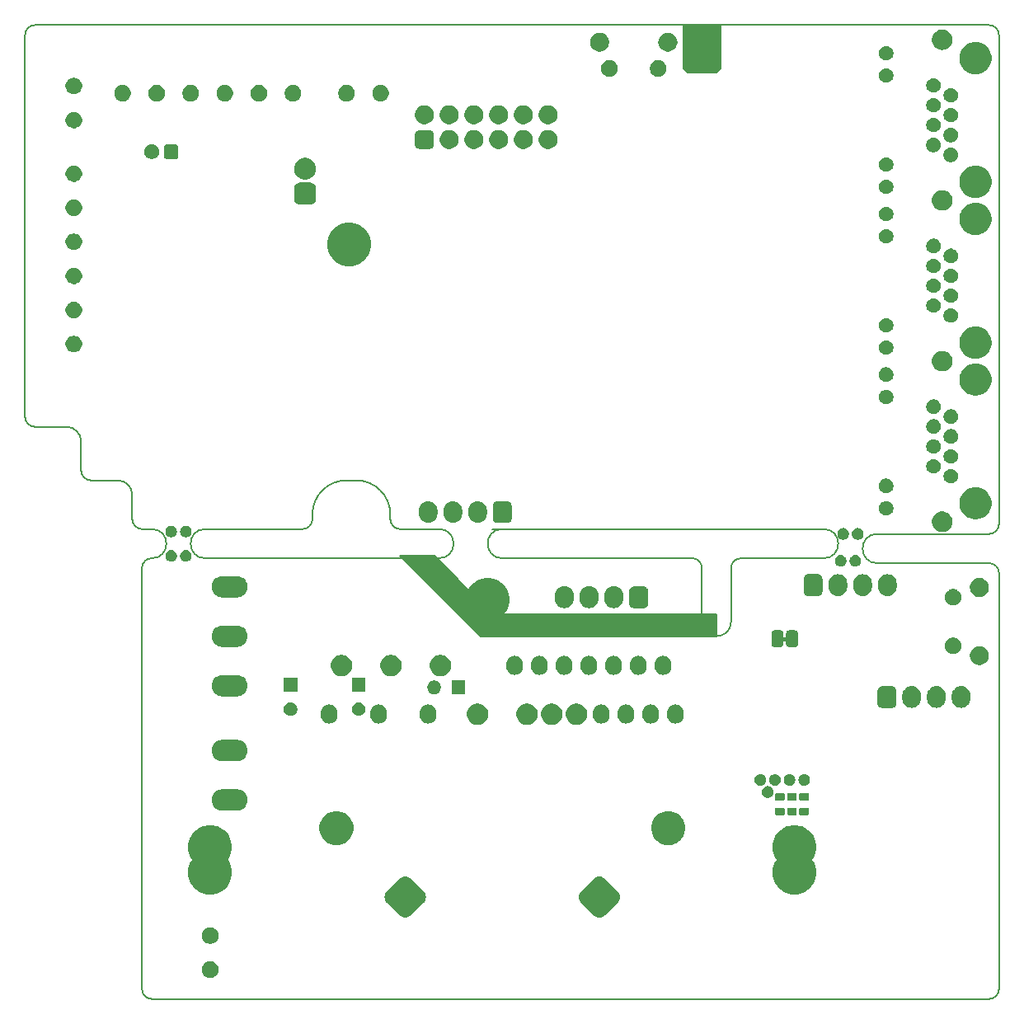
<source format=gbr>
%TF.GenerationSoftware,KiCad,Pcbnew,(5.1.5)-3*%
%TF.CreationDate,2019-12-18T19:09:43+01:00*%
%TF.ProjectId,stmbl_4.0,73746d62-6c5f-4342-9e30-2e6b69636164,rev?*%
%TF.SameCoordinates,PXbcd3d80PY2f71ff0*%
%TF.FileFunction,Soldermask,Bot*%
%TF.FilePolarity,Negative*%
%FSLAX46Y46*%
G04 Gerber Fmt 4.6, Leading zero omitted, Abs format (unit mm)*
G04 Created by KiCad (PCBNEW (5.1.5)-3) date 2019-12-18 19:09:43*
%MOMM*%
%LPD*%
G04 APERTURE LIST*
%ADD10C,0.150000*%
%ADD11C,0.450000*%
%ADD12C,0.100000*%
G04 APERTURE END LIST*
D10*
G36*
X-52000000Y-60500000D02*
G01*
X-29000000Y-60500000D01*
X-29000000Y-62750000D01*
X-53250000Y-62750000D01*
X-61500000Y-54500000D01*
X-58000000Y-54500000D01*
X-52000000Y-60500000D01*
G37*
X-52000000Y-60500000D02*
X-29000000Y-60500000D01*
X-29000000Y-62750000D01*
X-53250000Y-62750000D01*
X-61500000Y-54500000D01*
X-58000000Y-54500000D01*
X-52000000Y-60500000D01*
X-70500000Y-50750000D02*
X-70500000Y-50250000D01*
X-62500000Y-50750000D02*
X-62500000Y-50250000D01*
X-66000000Y-46750000D02*
X-67000000Y-46750000D01*
X-57500000Y-51750000D02*
X-61500000Y-51750000D01*
X-71500000Y-51750000D02*
G75*
G03X-70500000Y-50750000I0J1000000D01*
G01*
X-67000000Y-46750000D02*
G75*
G03X-70500000Y-50250000I0J-3500000D01*
G01*
X-62500000Y-50250000D02*
G75*
G03X-66000000Y-46750000I-3500000J0D01*
G01*
X-62500000Y-50750000D02*
G75*
G03X-61500000Y-51750000I1000000J0D01*
G01*
X-88000000Y-51750000D02*
X-87000000Y-51750000D01*
X-26500000Y-54750000D02*
G75*
G03X-27500000Y-55750000I0J-1000000D01*
G01*
X-30500000Y-55750000D02*
G75*
G03X-31500000Y-54750000I-1000000J0D01*
G01*
X-26500000Y-54750000D02*
X-18000000Y-54750000D01*
X-27500000Y-61250000D02*
X-27500000Y-55750000D01*
X-30500000Y-61250000D02*
X-30500000Y-55750000D01*
X-30500000Y-61250000D02*
G75*
G03X-27500000Y-61250000I1500000J0D01*
G01*
X-94250000Y-42750000D02*
G75*
G03X-95750000Y-41250000I-1500000J0D01*
G01*
X-89000000Y-48250000D02*
G75*
G03X-90500000Y-46750000I-1500000J0D01*
G01*
X-87000000Y-54750000D02*
G75*
G03X-87000000Y-51750000I0J1500000D01*
G01*
X-87000000Y-54750000D02*
G75*
G03X-88000000Y-55750000I0J-1000000D01*
G01*
X-89000000Y-50750000D02*
G75*
G03X-88000000Y-51750000I1000000J0D01*
G01*
X-94250000Y-45750000D02*
G75*
G03X-93250000Y-46750000I1000000J0D01*
G01*
X0Y-56250000D02*
G75*
G03X-1000000Y-55250000I-1000000J0D01*
G01*
X0Y-1000000D02*
G75*
G03X-1000000Y0I-1000000J0D01*
G01*
X-99000000Y0D02*
G75*
G03X-100000000Y-1000000I0J-1000000D01*
G01*
X-100000000Y-40250000D02*
G75*
G03X-99000000Y-41250000I1000000J0D01*
G01*
X-88000000Y-99000000D02*
G75*
G03X-87000000Y-100000000I1000000J0D01*
G01*
X-1000000Y-100000000D02*
G75*
G03X0Y-99000000I0J1000000D01*
G01*
X-1000000Y-52250000D02*
G75*
G03X0Y-51250000I0J1000000D01*
G01*
X-71500000Y-51750000D02*
X-81500000Y-51750000D01*
X-81500000Y-54750000D02*
X-57500000Y-54750000D01*
X-81500000Y-51750000D02*
G75*
G03X-81500000Y-54750000I0J-1500000D01*
G01*
X-12500000Y-55250000D02*
X-1000000Y-55250000D01*
X-12500000Y-52250000D02*
X-1000000Y-52250000D01*
X-18000000Y-54750000D02*
G75*
G03X-18000000Y-51750000I0J1500000D01*
G01*
X-12500000Y-52250000D02*
G75*
G03X-12500000Y-55250000I0J-1500000D01*
G01*
X-51000000Y-54750000D02*
X-31500000Y-54750000D01*
X-52000000Y-51750000D02*
X-18000000Y-51750000D01*
X-57500000Y-54750000D02*
G75*
G03X-57500000Y-51750000I0J1500000D01*
G01*
X-51000000Y-51750000D02*
G75*
G03X-51000000Y-54750000I0J-1500000D01*
G01*
X-90500000Y-46750000D02*
X-93250000Y-46750000D01*
X0Y-99000000D02*
X0Y-56250000D01*
X-89000000Y-48250000D02*
X-89000000Y-50750000D01*
X-94250000Y-42750000D02*
X-94250000Y-45750000D01*
X-99000000Y-41250000D02*
X-95750000Y-41250000D01*
X-100000000Y-1000000D02*
X-100000000Y-40250000D01*
X-1000000Y0D02*
X-99000000Y0D01*
X0Y-51250000D02*
X0Y-1000000D01*
X-87000000Y-100000000D02*
X-1000000Y-100000000D01*
X-88000000Y-55750000D02*
X-88000000Y-99000000D01*
D11*
X-22750000Y-63000000D02*
X-21250000Y-63000000D01*
D12*
G36*
X-80752066Y-96182664D02*
G01*
X-80597375Y-96246739D01*
X-80597374Y-96246740D01*
X-80458156Y-96339762D01*
X-80339762Y-96458156D01*
X-80339761Y-96458158D01*
X-80246739Y-96597375D01*
X-80182664Y-96752066D01*
X-80150000Y-96916281D01*
X-80150000Y-97083719D01*
X-80182664Y-97247934D01*
X-80246739Y-97402625D01*
X-80246740Y-97402626D01*
X-80339762Y-97541844D01*
X-80458156Y-97660238D01*
X-80528238Y-97707065D01*
X-80597375Y-97753261D01*
X-80752066Y-97817336D01*
X-80916281Y-97850000D01*
X-81083719Y-97850000D01*
X-81247934Y-97817336D01*
X-81402625Y-97753261D01*
X-81471762Y-97707065D01*
X-81541844Y-97660238D01*
X-81660238Y-97541844D01*
X-81753260Y-97402626D01*
X-81753261Y-97402625D01*
X-81817336Y-97247934D01*
X-81850000Y-97083719D01*
X-81850000Y-96916281D01*
X-81817336Y-96752066D01*
X-81753261Y-96597375D01*
X-81660239Y-96458158D01*
X-81660238Y-96458156D01*
X-81541844Y-96339762D01*
X-81402626Y-96246740D01*
X-81402625Y-96246739D01*
X-81247934Y-96182664D01*
X-81083719Y-96150000D01*
X-80916281Y-96150000D01*
X-80752066Y-96182664D01*
G37*
G36*
X-80752066Y-92682664D02*
G01*
X-80597375Y-92746739D01*
X-80597374Y-92746740D01*
X-80458156Y-92839762D01*
X-80339762Y-92958156D01*
X-80339761Y-92958158D01*
X-80246739Y-93097375D01*
X-80182664Y-93252066D01*
X-80150000Y-93416281D01*
X-80150000Y-93583719D01*
X-80182664Y-93747934D01*
X-80246739Y-93902625D01*
X-80246740Y-93902626D01*
X-80339762Y-94041844D01*
X-80458156Y-94160238D01*
X-80528238Y-94207065D01*
X-80597375Y-94253261D01*
X-80752066Y-94317336D01*
X-80916281Y-94350000D01*
X-81083719Y-94350000D01*
X-81247934Y-94317336D01*
X-81402625Y-94253261D01*
X-81471762Y-94207065D01*
X-81541844Y-94160238D01*
X-81660238Y-94041844D01*
X-81753260Y-93902626D01*
X-81753261Y-93902625D01*
X-81817336Y-93747934D01*
X-81850000Y-93583719D01*
X-81850000Y-93416281D01*
X-81817336Y-93252066D01*
X-81753261Y-93097375D01*
X-81660239Y-92958158D01*
X-81660238Y-92958156D01*
X-81541844Y-92839762D01*
X-81402626Y-92746740D01*
X-81402625Y-92746739D01*
X-81247934Y-92682664D01*
X-81083719Y-92650000D01*
X-80916281Y-92650000D01*
X-80752066Y-92682664D01*
G37*
G36*
X-40869755Y-87429311D02*
G01*
X-40710344Y-87477668D01*
X-40563436Y-87556192D01*
X-40432760Y-87663436D01*
X-40416822Y-87679374D01*
X-40416816Y-87679379D01*
X-39179379Y-88916816D01*
X-39179374Y-88916822D01*
X-39163436Y-88932760D01*
X-39056192Y-89063436D01*
X-38977668Y-89210344D01*
X-38929311Y-89369755D01*
X-38912984Y-89535534D01*
X-38929311Y-89701313D01*
X-38977668Y-89860724D01*
X-39056192Y-90007632D01*
X-39163436Y-90138308D01*
X-39179374Y-90154246D01*
X-39179379Y-90154252D01*
X-40416816Y-91391689D01*
X-40416822Y-91391694D01*
X-40432760Y-91407632D01*
X-40563436Y-91514876D01*
X-40710344Y-91593400D01*
X-40869755Y-91641757D01*
X-41035534Y-91658084D01*
X-41201313Y-91641757D01*
X-41360724Y-91593400D01*
X-41507632Y-91514876D01*
X-41638308Y-91407632D01*
X-41654246Y-91391694D01*
X-41654252Y-91391689D01*
X-42891689Y-90154252D01*
X-42891694Y-90154246D01*
X-42907632Y-90138308D01*
X-43014876Y-90007632D01*
X-43093400Y-89860724D01*
X-43141757Y-89701313D01*
X-43158084Y-89535534D01*
X-43141757Y-89369755D01*
X-43093400Y-89210344D01*
X-43014876Y-89063436D01*
X-42907632Y-88932760D01*
X-42891694Y-88916822D01*
X-42891689Y-88916816D01*
X-41654252Y-87679379D01*
X-41654246Y-87679374D01*
X-41638308Y-87663436D01*
X-41507632Y-87556192D01*
X-41360724Y-87477668D01*
X-41201313Y-87429311D01*
X-41035534Y-87412984D01*
X-40869755Y-87429311D01*
G37*
G36*
X-60798687Y-87429311D02*
G01*
X-60639276Y-87477668D01*
X-60492368Y-87556192D01*
X-60361692Y-87663436D01*
X-60345754Y-87679374D01*
X-60345748Y-87679379D01*
X-59108311Y-88916816D01*
X-59108306Y-88916822D01*
X-59092368Y-88932760D01*
X-58985124Y-89063436D01*
X-58906600Y-89210344D01*
X-58858243Y-89369755D01*
X-58841916Y-89535534D01*
X-58858243Y-89701313D01*
X-58906600Y-89860724D01*
X-58985124Y-90007632D01*
X-59092368Y-90138308D01*
X-59108306Y-90154246D01*
X-59108311Y-90154252D01*
X-60345748Y-91391689D01*
X-60345754Y-91391694D01*
X-60361692Y-91407632D01*
X-60492368Y-91514876D01*
X-60639276Y-91593400D01*
X-60798687Y-91641757D01*
X-60964466Y-91658084D01*
X-61130245Y-91641757D01*
X-61289656Y-91593400D01*
X-61436564Y-91514876D01*
X-61567240Y-91407632D01*
X-61583178Y-91391694D01*
X-61583184Y-91391689D01*
X-62820621Y-90154252D01*
X-62820626Y-90154246D01*
X-62836564Y-90138308D01*
X-62943808Y-90007632D01*
X-63022332Y-89860724D01*
X-63070689Y-89701313D01*
X-63087016Y-89535534D01*
X-63070689Y-89369755D01*
X-63022332Y-89210344D01*
X-62943808Y-89063436D01*
X-62836564Y-88932760D01*
X-62820626Y-88916822D01*
X-62820621Y-88916816D01*
X-61583184Y-87679379D01*
X-61583178Y-87679374D01*
X-61567240Y-87663436D01*
X-61436564Y-87556192D01*
X-61289656Y-87477668D01*
X-61130245Y-87429311D01*
X-60964466Y-87412984D01*
X-60798687Y-87429311D01*
G37*
G36*
X-80343701Y-82236465D02*
G01*
X-80209372Y-82292106D01*
X-79934225Y-82406076D01*
X-79565708Y-82652311D01*
X-79252311Y-82965708D01*
X-79033353Y-83293402D01*
X-79006075Y-83334227D01*
X-78836465Y-83743701D01*
X-78750000Y-84178393D01*
X-78750000Y-84621607D01*
X-78836465Y-85056299D01*
X-78836466Y-85056301D01*
X-79006076Y-85465775D01*
X-79144023Y-85672227D01*
X-79148640Y-85680866D01*
X-79151485Y-85690246D01*
X-79152446Y-85700000D01*
X-79151485Y-85709754D01*
X-79148640Y-85719134D01*
X-79144023Y-85727773D01*
X-79006076Y-85934225D01*
X-79006075Y-85934227D01*
X-78836465Y-86343701D01*
X-78750000Y-86778393D01*
X-78750000Y-87221607D01*
X-78836465Y-87656299D01*
X-78836466Y-87656301D01*
X-79006076Y-88065775D01*
X-79252311Y-88434292D01*
X-79565708Y-88747689D01*
X-79934225Y-88993924D01*
X-79934226Y-88993925D01*
X-79934227Y-88993925D01*
X-80343701Y-89163535D01*
X-80778393Y-89250000D01*
X-81221607Y-89250000D01*
X-81656299Y-89163535D01*
X-82065773Y-88993925D01*
X-82065774Y-88993925D01*
X-82065775Y-88993924D01*
X-82434292Y-88747689D01*
X-82747689Y-88434292D01*
X-82993924Y-88065775D01*
X-83163534Y-87656301D01*
X-83163535Y-87656299D01*
X-83250000Y-87221607D01*
X-83250000Y-86778393D01*
X-83163535Y-86343701D01*
X-82993925Y-85934227D01*
X-82993924Y-85934225D01*
X-82855977Y-85727773D01*
X-82851360Y-85719134D01*
X-82848515Y-85709754D01*
X-82847554Y-85700000D01*
X-82848515Y-85690246D01*
X-82851360Y-85680866D01*
X-82855977Y-85672227D01*
X-82993924Y-85465775D01*
X-83163534Y-85056301D01*
X-83163535Y-85056299D01*
X-83250000Y-84621607D01*
X-83250000Y-84178393D01*
X-83163535Y-83743701D01*
X-82993925Y-83334227D01*
X-82966647Y-83293402D01*
X-82747689Y-82965708D01*
X-82434292Y-82652311D01*
X-82065775Y-82406076D01*
X-81790628Y-82292106D01*
X-81656299Y-82236465D01*
X-81221607Y-82150000D01*
X-80778393Y-82150000D01*
X-80343701Y-82236465D01*
G37*
G36*
X-20343701Y-82236465D02*
G01*
X-20209372Y-82292106D01*
X-19934225Y-82406076D01*
X-19565708Y-82652311D01*
X-19252311Y-82965708D01*
X-19033353Y-83293402D01*
X-19006075Y-83334227D01*
X-18836465Y-83743701D01*
X-18750000Y-84178393D01*
X-18750000Y-84621607D01*
X-18836465Y-85056299D01*
X-18836466Y-85056301D01*
X-19006076Y-85465775D01*
X-19144023Y-85672227D01*
X-19148640Y-85680866D01*
X-19151485Y-85690246D01*
X-19152446Y-85700000D01*
X-19151485Y-85709754D01*
X-19148640Y-85719134D01*
X-19144023Y-85727773D01*
X-19006076Y-85934225D01*
X-19006075Y-85934227D01*
X-18836465Y-86343701D01*
X-18750000Y-86778393D01*
X-18750000Y-87221607D01*
X-18836465Y-87656299D01*
X-18836466Y-87656301D01*
X-19006076Y-88065775D01*
X-19252311Y-88434292D01*
X-19565708Y-88747689D01*
X-19934225Y-88993924D01*
X-19934226Y-88993925D01*
X-19934227Y-88993925D01*
X-20343701Y-89163535D01*
X-20778393Y-89250000D01*
X-21221607Y-89250000D01*
X-21656299Y-89163535D01*
X-22065773Y-88993925D01*
X-22065774Y-88993925D01*
X-22065775Y-88993924D01*
X-22434292Y-88747689D01*
X-22747689Y-88434292D01*
X-22993924Y-88065775D01*
X-23163534Y-87656301D01*
X-23163535Y-87656299D01*
X-23250000Y-87221607D01*
X-23250000Y-86778393D01*
X-23163535Y-86343701D01*
X-22993925Y-85934227D01*
X-22993924Y-85934225D01*
X-22855977Y-85727773D01*
X-22851360Y-85719134D01*
X-22848515Y-85709754D01*
X-22847554Y-85700000D01*
X-22848515Y-85690246D01*
X-22851360Y-85680866D01*
X-22855977Y-85672227D01*
X-22993924Y-85465775D01*
X-23163534Y-85056301D01*
X-23163535Y-85056299D01*
X-23250000Y-84621607D01*
X-23250000Y-84178393D01*
X-23163535Y-83743701D01*
X-22993925Y-83334227D01*
X-22966647Y-83293402D01*
X-22747689Y-82965708D01*
X-22434292Y-82652311D01*
X-22065775Y-82406076D01*
X-21790628Y-82292106D01*
X-21656299Y-82236465D01*
X-21221607Y-82150000D01*
X-20778393Y-82150000D01*
X-20343701Y-82236465D01*
G37*
G36*
X-33679407Y-80736883D02*
G01*
X-33454010Y-80781717D01*
X-33135530Y-80913636D01*
X-32848906Y-81105152D01*
X-32605152Y-81348906D01*
X-32413636Y-81635530D01*
X-32281717Y-81954010D01*
X-32214466Y-82292106D01*
X-32214466Y-82636826D01*
X-32281717Y-82974922D01*
X-32413636Y-83293402D01*
X-32605152Y-83580026D01*
X-32848906Y-83823780D01*
X-33135530Y-84015296D01*
X-33454010Y-84147215D01*
X-33610759Y-84178394D01*
X-33792105Y-84214466D01*
X-34136827Y-84214466D01*
X-34318173Y-84178394D01*
X-34474922Y-84147215D01*
X-34793402Y-84015296D01*
X-35080026Y-83823780D01*
X-35323780Y-83580026D01*
X-35515296Y-83293402D01*
X-35647215Y-82974922D01*
X-35714466Y-82636826D01*
X-35714466Y-82292106D01*
X-35647215Y-81954010D01*
X-35515296Y-81635530D01*
X-35323780Y-81348906D01*
X-35080026Y-81105152D01*
X-34793402Y-80913636D01*
X-34474922Y-80781717D01*
X-34249525Y-80736883D01*
X-34136827Y-80714466D01*
X-33792105Y-80714466D01*
X-33679407Y-80736883D01*
G37*
G36*
X-67750475Y-80736883D02*
G01*
X-67525078Y-80781717D01*
X-67206598Y-80913636D01*
X-66919974Y-81105152D01*
X-66676220Y-81348906D01*
X-66484704Y-81635530D01*
X-66352785Y-81954010D01*
X-66285534Y-82292106D01*
X-66285534Y-82636826D01*
X-66352785Y-82974922D01*
X-66484704Y-83293402D01*
X-66676220Y-83580026D01*
X-66919974Y-83823780D01*
X-67206598Y-84015296D01*
X-67525078Y-84147215D01*
X-67681827Y-84178394D01*
X-67863173Y-84214466D01*
X-68207895Y-84214466D01*
X-68389241Y-84178394D01*
X-68545990Y-84147215D01*
X-68864470Y-84015296D01*
X-69151094Y-83823780D01*
X-69394848Y-83580026D01*
X-69586364Y-83293402D01*
X-69718283Y-82974922D01*
X-69785534Y-82636826D01*
X-69785534Y-82292106D01*
X-69718283Y-81954010D01*
X-69586364Y-81635530D01*
X-69394848Y-81348906D01*
X-69151094Y-81105152D01*
X-68864470Y-80913636D01*
X-68545990Y-80781717D01*
X-68320593Y-80736883D01*
X-68207895Y-80714466D01*
X-67863173Y-80714466D01*
X-67750475Y-80736883D01*
G37*
G36*
X-19638895Y-80358551D02*
G01*
X-19606578Y-80368355D01*
X-19576797Y-80384273D01*
X-19550694Y-80405694D01*
X-19529273Y-80431797D01*
X-19513355Y-80461578D01*
X-19503551Y-80493895D01*
X-19500000Y-80529954D01*
X-19500000Y-80970046D01*
X-19503551Y-81006105D01*
X-19513355Y-81038422D01*
X-19529273Y-81068203D01*
X-19550694Y-81094306D01*
X-19576797Y-81115727D01*
X-19606578Y-81131645D01*
X-19638895Y-81141449D01*
X-19674954Y-81145000D01*
X-20325046Y-81145000D01*
X-20361105Y-81141449D01*
X-20393422Y-81131645D01*
X-20423203Y-81115727D01*
X-20449306Y-81094306D01*
X-20470727Y-81068203D01*
X-20486645Y-81038422D01*
X-20496449Y-81006105D01*
X-20500000Y-80970046D01*
X-20500000Y-80529954D01*
X-20496449Y-80493895D01*
X-20486645Y-80461578D01*
X-20470727Y-80431797D01*
X-20449306Y-80405694D01*
X-20423203Y-80384273D01*
X-20393422Y-80368355D01*
X-20361105Y-80358551D01*
X-20325046Y-80355000D01*
X-19674954Y-80355000D01*
X-19638895Y-80358551D01*
G37*
G36*
X-22138895Y-80358551D02*
G01*
X-22106578Y-80368355D01*
X-22076797Y-80384273D01*
X-22050694Y-80405694D01*
X-22029273Y-80431797D01*
X-22013355Y-80461578D01*
X-22003551Y-80493895D01*
X-22000000Y-80529954D01*
X-22000000Y-80970046D01*
X-22003551Y-81006105D01*
X-22013355Y-81038422D01*
X-22029273Y-81068203D01*
X-22050694Y-81094306D01*
X-22076797Y-81115727D01*
X-22106578Y-81131645D01*
X-22138895Y-81141449D01*
X-22174954Y-81145000D01*
X-22825046Y-81145000D01*
X-22861105Y-81141449D01*
X-22893422Y-81131645D01*
X-22923203Y-81115727D01*
X-22949306Y-81094306D01*
X-22970727Y-81068203D01*
X-22986645Y-81038422D01*
X-22996449Y-81006105D01*
X-23000000Y-80970046D01*
X-23000000Y-80529954D01*
X-22996449Y-80493895D01*
X-22986645Y-80461578D01*
X-22970727Y-80431797D01*
X-22949306Y-80405694D01*
X-22923203Y-80384273D01*
X-22893422Y-80368355D01*
X-22861105Y-80358551D01*
X-22825046Y-80355000D01*
X-22174954Y-80355000D01*
X-22138895Y-80358551D01*
G37*
G36*
X-20888895Y-80358551D02*
G01*
X-20856578Y-80368355D01*
X-20826797Y-80384273D01*
X-20800694Y-80405694D01*
X-20779273Y-80431797D01*
X-20763355Y-80461578D01*
X-20753551Y-80493895D01*
X-20750000Y-80529954D01*
X-20750000Y-80970046D01*
X-20753551Y-81006105D01*
X-20763355Y-81038422D01*
X-20779273Y-81068203D01*
X-20800694Y-81094306D01*
X-20826797Y-81115727D01*
X-20856578Y-81131645D01*
X-20888895Y-81141449D01*
X-20924954Y-81145000D01*
X-21575046Y-81145000D01*
X-21611105Y-81141449D01*
X-21643422Y-81131645D01*
X-21673203Y-81115727D01*
X-21699306Y-81094306D01*
X-21720727Y-81068203D01*
X-21736645Y-81038422D01*
X-21746449Y-81006105D01*
X-21750000Y-80970046D01*
X-21750000Y-80529954D01*
X-21746449Y-80493895D01*
X-21736645Y-80461578D01*
X-21720727Y-80431797D01*
X-21699306Y-80405694D01*
X-21673203Y-80384273D01*
X-21643422Y-80368355D01*
X-21611105Y-80358551D01*
X-21575046Y-80355000D01*
X-20924954Y-80355000D01*
X-20888895Y-80358551D01*
G37*
G36*
X-78088229Y-78490611D02*
G01*
X-78034362Y-78495916D01*
X-77965245Y-78516883D01*
X-77827010Y-78558816D01*
X-77635919Y-78660956D01*
X-77635918Y-78660957D01*
X-77635916Y-78660958D01*
X-77468419Y-78798419D01*
X-77330958Y-78965916D01*
X-77330956Y-78965919D01*
X-77228816Y-79157010D01*
X-77210906Y-79216051D01*
X-77177267Y-79326942D01*
X-77165916Y-79364363D01*
X-77144678Y-79580000D01*
X-77165916Y-79795637D01*
X-77228816Y-80002990D01*
X-77330956Y-80194081D01*
X-77330958Y-80194084D01*
X-77468419Y-80361581D01*
X-77635916Y-80499042D01*
X-77635918Y-80499043D01*
X-77635919Y-80499044D01*
X-77827010Y-80601184D01*
X-77965245Y-80643117D01*
X-78034362Y-80664084D01*
X-78088229Y-80669389D01*
X-78195962Y-80680000D01*
X-79804038Y-80680000D01*
X-79911771Y-80669389D01*
X-79965638Y-80664084D01*
X-80034755Y-80643117D01*
X-80172990Y-80601184D01*
X-80364081Y-80499044D01*
X-80364082Y-80499043D01*
X-80364084Y-80499042D01*
X-80531581Y-80361581D01*
X-80669042Y-80194084D01*
X-80669044Y-80194081D01*
X-80771184Y-80002990D01*
X-80834084Y-79795637D01*
X-80855322Y-79580000D01*
X-80834084Y-79364363D01*
X-80822732Y-79326942D01*
X-80789094Y-79216051D01*
X-80771184Y-79157010D01*
X-80669044Y-78965919D01*
X-80669042Y-78965916D01*
X-80531581Y-78798419D01*
X-80364084Y-78660958D01*
X-80364082Y-78660957D01*
X-80364081Y-78660956D01*
X-80172990Y-78558816D01*
X-80034755Y-78516883D01*
X-79965638Y-78495916D01*
X-79911771Y-78490611D01*
X-79804038Y-78480000D01*
X-78195962Y-78480000D01*
X-78088229Y-78490611D01*
G37*
G36*
X-19638895Y-78858551D02*
G01*
X-19606578Y-78868355D01*
X-19576797Y-78884273D01*
X-19550694Y-78905694D01*
X-19529273Y-78931797D01*
X-19513355Y-78961578D01*
X-19503551Y-78993895D01*
X-19500000Y-79029954D01*
X-19500000Y-79470046D01*
X-19503551Y-79506105D01*
X-19513355Y-79538422D01*
X-19529273Y-79568203D01*
X-19550694Y-79594306D01*
X-19576797Y-79615727D01*
X-19606578Y-79631645D01*
X-19638895Y-79641449D01*
X-19674954Y-79645000D01*
X-20325046Y-79645000D01*
X-20361105Y-79641449D01*
X-20393422Y-79631645D01*
X-20423203Y-79615727D01*
X-20449306Y-79594306D01*
X-20470727Y-79568203D01*
X-20486645Y-79538422D01*
X-20496449Y-79506105D01*
X-20500000Y-79470046D01*
X-20500000Y-79029954D01*
X-20496449Y-78993895D01*
X-20486645Y-78961578D01*
X-20470727Y-78931797D01*
X-20449306Y-78905694D01*
X-20423203Y-78884273D01*
X-20393422Y-78868355D01*
X-20361105Y-78858551D01*
X-20325046Y-78855000D01*
X-19674954Y-78855000D01*
X-19638895Y-78858551D01*
G37*
G36*
X-22138895Y-78858551D02*
G01*
X-22106578Y-78868355D01*
X-22076797Y-78884273D01*
X-22050694Y-78905694D01*
X-22029273Y-78931797D01*
X-22013355Y-78961578D01*
X-22003551Y-78993895D01*
X-22000000Y-79029954D01*
X-22000000Y-79470046D01*
X-22003551Y-79506105D01*
X-22013355Y-79538422D01*
X-22029273Y-79568203D01*
X-22050694Y-79594306D01*
X-22076797Y-79615727D01*
X-22106578Y-79631645D01*
X-22138895Y-79641449D01*
X-22174954Y-79645000D01*
X-22825046Y-79645000D01*
X-22861105Y-79641449D01*
X-22893422Y-79631645D01*
X-22923203Y-79615727D01*
X-22949306Y-79594306D01*
X-22970727Y-79568203D01*
X-22986645Y-79538422D01*
X-22996449Y-79506105D01*
X-23000000Y-79470046D01*
X-23000000Y-79029954D01*
X-22996449Y-78993895D01*
X-22986645Y-78961578D01*
X-22970727Y-78931797D01*
X-22949306Y-78905694D01*
X-22923203Y-78884273D01*
X-22893422Y-78868355D01*
X-22861105Y-78858551D01*
X-22825046Y-78855000D01*
X-22174954Y-78855000D01*
X-22138895Y-78858551D01*
G37*
G36*
X-20888895Y-78858551D02*
G01*
X-20856578Y-78868355D01*
X-20826797Y-78884273D01*
X-20800694Y-78905694D01*
X-20779273Y-78931797D01*
X-20763355Y-78961578D01*
X-20753551Y-78993895D01*
X-20750000Y-79029954D01*
X-20750000Y-79470046D01*
X-20753551Y-79506105D01*
X-20763355Y-79538422D01*
X-20779273Y-79568203D01*
X-20800694Y-79594306D01*
X-20826797Y-79615727D01*
X-20856578Y-79631645D01*
X-20888895Y-79641449D01*
X-20924954Y-79645000D01*
X-21575046Y-79645000D01*
X-21611105Y-79641449D01*
X-21643422Y-79631645D01*
X-21673203Y-79615727D01*
X-21699306Y-79594306D01*
X-21720727Y-79568203D01*
X-21736645Y-79538422D01*
X-21746449Y-79506105D01*
X-21750000Y-79470046D01*
X-21750000Y-79029954D01*
X-21746449Y-78993895D01*
X-21736645Y-78961578D01*
X-21720727Y-78931797D01*
X-21699306Y-78905694D01*
X-21673203Y-78884273D01*
X-21643422Y-78868355D01*
X-21611105Y-78858551D01*
X-21575046Y-78855000D01*
X-20924954Y-78855000D01*
X-20888895Y-78858551D01*
G37*
G36*
X-23574988Y-78173057D02*
G01*
X-23574985Y-78173058D01*
X-23574986Y-78173058D01*
X-23465793Y-78218287D01*
X-23367522Y-78283950D01*
X-23283950Y-78367522D01*
X-23283949Y-78367524D01*
X-23218286Y-78465795D01*
X-23173057Y-78574988D01*
X-23150000Y-78690904D01*
X-23150000Y-78809096D01*
X-23173057Y-78925012D01*
X-23216525Y-79029954D01*
X-23218287Y-79034207D01*
X-23283950Y-79132478D01*
X-23367522Y-79216050D01*
X-23465793Y-79281713D01*
X-23465794Y-79281714D01*
X-23465795Y-79281714D01*
X-23574988Y-79326943D01*
X-23690904Y-79350000D01*
X-23809096Y-79350000D01*
X-23925012Y-79326943D01*
X-24034205Y-79281714D01*
X-24034206Y-79281714D01*
X-24034207Y-79281713D01*
X-24132478Y-79216050D01*
X-24216050Y-79132478D01*
X-24281713Y-79034207D01*
X-24283475Y-79029954D01*
X-24326943Y-78925012D01*
X-24350000Y-78809096D01*
X-24350000Y-78690904D01*
X-24326943Y-78574988D01*
X-24281714Y-78465795D01*
X-24216051Y-78367524D01*
X-24216050Y-78367522D01*
X-24132478Y-78283950D01*
X-24034207Y-78218287D01*
X-23925014Y-78173058D01*
X-23925015Y-78173058D01*
X-23925012Y-78173057D01*
X-23809096Y-78150000D01*
X-23690904Y-78150000D01*
X-23574988Y-78173057D01*
G37*
G36*
X-22824988Y-76923057D02*
G01*
X-22824985Y-76923058D01*
X-22824986Y-76923058D01*
X-22715793Y-76968287D01*
X-22617522Y-77033950D01*
X-22533950Y-77117522D01*
X-22533949Y-77117524D01*
X-22468286Y-77215795D01*
X-22423057Y-77324988D01*
X-22400000Y-77440904D01*
X-22400000Y-77559096D01*
X-22423057Y-77675012D01*
X-22423058Y-77675014D01*
X-22468287Y-77784207D01*
X-22533950Y-77882478D01*
X-22617522Y-77966050D01*
X-22715793Y-78031713D01*
X-22715794Y-78031714D01*
X-22715795Y-78031714D01*
X-22824988Y-78076943D01*
X-22940904Y-78100000D01*
X-23059096Y-78100000D01*
X-23175012Y-78076943D01*
X-23284205Y-78031714D01*
X-23284206Y-78031714D01*
X-23284207Y-78031713D01*
X-23382478Y-77966050D01*
X-23466050Y-77882478D01*
X-23531713Y-77784207D01*
X-23576942Y-77675014D01*
X-23576943Y-77675012D01*
X-23600000Y-77559096D01*
X-23600000Y-77440904D01*
X-23576943Y-77324988D01*
X-23531714Y-77215795D01*
X-23466051Y-77117524D01*
X-23466050Y-77117522D01*
X-23382478Y-77033950D01*
X-23284207Y-76968287D01*
X-23175014Y-76923058D01*
X-23175015Y-76923058D01*
X-23175012Y-76923057D01*
X-23059096Y-76900000D01*
X-22940904Y-76900000D01*
X-22824988Y-76923057D01*
G37*
G36*
X-19824988Y-76923057D02*
G01*
X-19824985Y-76923058D01*
X-19824986Y-76923058D01*
X-19715793Y-76968287D01*
X-19617522Y-77033950D01*
X-19533950Y-77117522D01*
X-19533949Y-77117524D01*
X-19468286Y-77215795D01*
X-19423057Y-77324988D01*
X-19400000Y-77440904D01*
X-19400000Y-77559096D01*
X-19423057Y-77675012D01*
X-19423058Y-77675014D01*
X-19468287Y-77784207D01*
X-19533950Y-77882478D01*
X-19617522Y-77966050D01*
X-19715793Y-78031713D01*
X-19715794Y-78031714D01*
X-19715795Y-78031714D01*
X-19824988Y-78076943D01*
X-19940904Y-78100000D01*
X-20059096Y-78100000D01*
X-20175012Y-78076943D01*
X-20284205Y-78031714D01*
X-20284206Y-78031714D01*
X-20284207Y-78031713D01*
X-20382478Y-77966050D01*
X-20466050Y-77882478D01*
X-20531713Y-77784207D01*
X-20576942Y-77675014D01*
X-20576943Y-77675012D01*
X-20600000Y-77559096D01*
X-20600000Y-77440904D01*
X-20576943Y-77324988D01*
X-20531714Y-77215795D01*
X-20466051Y-77117524D01*
X-20466050Y-77117522D01*
X-20382478Y-77033950D01*
X-20284207Y-76968287D01*
X-20175014Y-76923058D01*
X-20175015Y-76923058D01*
X-20175012Y-76923057D01*
X-20059096Y-76900000D01*
X-19940904Y-76900000D01*
X-19824988Y-76923057D01*
G37*
G36*
X-21324988Y-76923057D02*
G01*
X-21324985Y-76923058D01*
X-21324986Y-76923058D01*
X-21215793Y-76968287D01*
X-21117522Y-77033950D01*
X-21033950Y-77117522D01*
X-21033949Y-77117524D01*
X-20968286Y-77215795D01*
X-20923057Y-77324988D01*
X-20900000Y-77440904D01*
X-20900000Y-77559096D01*
X-20923057Y-77675012D01*
X-20923058Y-77675014D01*
X-20968287Y-77784207D01*
X-21033950Y-77882478D01*
X-21117522Y-77966050D01*
X-21215793Y-78031713D01*
X-21215794Y-78031714D01*
X-21215795Y-78031714D01*
X-21324988Y-78076943D01*
X-21440904Y-78100000D01*
X-21559096Y-78100000D01*
X-21675012Y-78076943D01*
X-21784205Y-78031714D01*
X-21784206Y-78031714D01*
X-21784207Y-78031713D01*
X-21882478Y-77966050D01*
X-21966050Y-77882478D01*
X-22031713Y-77784207D01*
X-22076942Y-77675014D01*
X-22076943Y-77675012D01*
X-22100000Y-77559096D01*
X-22100000Y-77440904D01*
X-22076943Y-77324988D01*
X-22031714Y-77215795D01*
X-21966051Y-77117524D01*
X-21966050Y-77117522D01*
X-21882478Y-77033950D01*
X-21784207Y-76968287D01*
X-21675014Y-76923058D01*
X-21675015Y-76923058D01*
X-21675012Y-76923057D01*
X-21559096Y-76900000D01*
X-21440904Y-76900000D01*
X-21324988Y-76923057D01*
G37*
G36*
X-24324988Y-76923057D02*
G01*
X-24324985Y-76923058D01*
X-24324986Y-76923058D01*
X-24215793Y-76968287D01*
X-24117522Y-77033950D01*
X-24033950Y-77117522D01*
X-24033949Y-77117524D01*
X-23968286Y-77215795D01*
X-23923057Y-77324988D01*
X-23900000Y-77440904D01*
X-23900000Y-77559096D01*
X-23923057Y-77675012D01*
X-23923058Y-77675014D01*
X-23968287Y-77784207D01*
X-24033950Y-77882478D01*
X-24117522Y-77966050D01*
X-24215793Y-78031713D01*
X-24215794Y-78031714D01*
X-24215795Y-78031714D01*
X-24324988Y-78076943D01*
X-24440904Y-78100000D01*
X-24559096Y-78100000D01*
X-24675012Y-78076943D01*
X-24784205Y-78031714D01*
X-24784206Y-78031714D01*
X-24784207Y-78031713D01*
X-24882478Y-77966050D01*
X-24966050Y-77882478D01*
X-25031713Y-77784207D01*
X-25076942Y-77675014D01*
X-25076943Y-77675012D01*
X-25100000Y-77559096D01*
X-25100000Y-77440904D01*
X-25076943Y-77324988D01*
X-25031714Y-77215795D01*
X-24966051Y-77117524D01*
X-24966050Y-77117522D01*
X-24882478Y-77033950D01*
X-24784207Y-76968287D01*
X-24675014Y-76923058D01*
X-24675015Y-76923058D01*
X-24675012Y-76923057D01*
X-24559096Y-76900000D01*
X-24440904Y-76900000D01*
X-24324988Y-76923057D01*
G37*
G36*
X-78088229Y-73410611D02*
G01*
X-78034362Y-73415916D01*
X-77965245Y-73436883D01*
X-77827010Y-73478816D01*
X-77635919Y-73580956D01*
X-77635918Y-73580957D01*
X-77635916Y-73580958D01*
X-77468419Y-73718419D01*
X-77330958Y-73885916D01*
X-77330956Y-73885919D01*
X-77228816Y-74077010D01*
X-77165916Y-74284363D01*
X-77144678Y-74500000D01*
X-77165916Y-74715637D01*
X-77228816Y-74922990D01*
X-77330956Y-75114081D01*
X-77330958Y-75114084D01*
X-77468419Y-75281581D01*
X-77635916Y-75419042D01*
X-77635918Y-75419043D01*
X-77635919Y-75419044D01*
X-77827010Y-75521184D01*
X-77965245Y-75563117D01*
X-78034362Y-75584084D01*
X-78088229Y-75589389D01*
X-78195962Y-75600000D01*
X-79804038Y-75600000D01*
X-79911771Y-75589389D01*
X-79965638Y-75584084D01*
X-80034755Y-75563117D01*
X-80172990Y-75521184D01*
X-80364081Y-75419044D01*
X-80364082Y-75419043D01*
X-80364084Y-75419042D01*
X-80531581Y-75281581D01*
X-80669042Y-75114084D01*
X-80669044Y-75114081D01*
X-80771184Y-74922990D01*
X-80834084Y-74715637D01*
X-80855322Y-74500000D01*
X-80834084Y-74284363D01*
X-80771184Y-74077010D01*
X-80669044Y-73885919D01*
X-80669042Y-73885916D01*
X-80531581Y-73718419D01*
X-80364084Y-73580958D01*
X-80364082Y-73580957D01*
X-80364081Y-73580956D01*
X-80172990Y-73478816D01*
X-80034755Y-73436883D01*
X-79965638Y-73415916D01*
X-79911771Y-73410611D01*
X-79804038Y-73400000D01*
X-78195962Y-73400000D01*
X-78088229Y-73410611D01*
G37*
G36*
X-48139144Y-69692272D02*
G01*
X-47938956Y-69775192D01*
X-47896176Y-69803777D01*
X-47758791Y-69895575D01*
X-47605575Y-70048791D01*
X-47605574Y-70048793D01*
X-47485192Y-70228956D01*
X-47402272Y-70429144D01*
X-47360000Y-70641658D01*
X-47360000Y-70858342D01*
X-47402272Y-71070856D01*
X-47485192Y-71271044D01*
X-47485193Y-71271045D01*
X-47605575Y-71451209D01*
X-47758791Y-71604425D01*
X-47848095Y-71664096D01*
X-47938956Y-71724808D01*
X-48139144Y-71807728D01*
X-48351658Y-71850000D01*
X-48568342Y-71850000D01*
X-48780856Y-71807728D01*
X-48981044Y-71724808D01*
X-49071905Y-71664096D01*
X-49161209Y-71604425D01*
X-49314425Y-71451209D01*
X-49434807Y-71271045D01*
X-49434808Y-71271044D01*
X-49517728Y-71070856D01*
X-49560000Y-70858342D01*
X-49560000Y-70641658D01*
X-49517728Y-70429144D01*
X-49434808Y-70228956D01*
X-49314426Y-70048793D01*
X-49314425Y-70048791D01*
X-49161209Y-69895575D01*
X-49023824Y-69803777D01*
X-48981044Y-69775192D01*
X-48780856Y-69692272D01*
X-48568342Y-69650000D01*
X-48351658Y-69650000D01*
X-48139144Y-69692272D01*
G37*
G36*
X-45599144Y-69692272D02*
G01*
X-45398956Y-69775192D01*
X-45356176Y-69803777D01*
X-45218791Y-69895575D01*
X-45065575Y-70048791D01*
X-45065574Y-70048793D01*
X-44945192Y-70228956D01*
X-44862272Y-70429144D01*
X-44820000Y-70641658D01*
X-44820000Y-70858342D01*
X-44862272Y-71070856D01*
X-44945192Y-71271044D01*
X-44945193Y-71271045D01*
X-45065575Y-71451209D01*
X-45218791Y-71604425D01*
X-45308095Y-71664096D01*
X-45398956Y-71724808D01*
X-45599144Y-71807728D01*
X-45811658Y-71850000D01*
X-46028342Y-71850000D01*
X-46240856Y-71807728D01*
X-46441044Y-71724808D01*
X-46531905Y-71664096D01*
X-46621209Y-71604425D01*
X-46774425Y-71451209D01*
X-46894807Y-71271045D01*
X-46894808Y-71271044D01*
X-46977728Y-71070856D01*
X-47020000Y-70858342D01*
X-47020000Y-70641658D01*
X-46977728Y-70429144D01*
X-46894808Y-70228956D01*
X-46774426Y-70048793D01*
X-46774425Y-70048791D01*
X-46621209Y-69895575D01*
X-46483824Y-69803777D01*
X-46441044Y-69775192D01*
X-46240856Y-69692272D01*
X-46028342Y-69650000D01*
X-45811658Y-69650000D01*
X-45599144Y-69692272D01*
G37*
G36*
X-53219144Y-69692272D02*
G01*
X-53018956Y-69775192D01*
X-52976176Y-69803777D01*
X-52838791Y-69895575D01*
X-52685575Y-70048791D01*
X-52685574Y-70048793D01*
X-52565192Y-70228956D01*
X-52482272Y-70429144D01*
X-52440000Y-70641658D01*
X-52440000Y-70858342D01*
X-52482272Y-71070856D01*
X-52565192Y-71271044D01*
X-52565193Y-71271045D01*
X-52685575Y-71451209D01*
X-52838791Y-71604425D01*
X-52928095Y-71664096D01*
X-53018956Y-71724808D01*
X-53219144Y-71807728D01*
X-53431658Y-71850000D01*
X-53648342Y-71850000D01*
X-53860856Y-71807728D01*
X-54061044Y-71724808D01*
X-54151905Y-71664096D01*
X-54241209Y-71604425D01*
X-54394425Y-71451209D01*
X-54514807Y-71271045D01*
X-54514808Y-71271044D01*
X-54597728Y-71070856D01*
X-54640000Y-70858342D01*
X-54640000Y-70641658D01*
X-54597728Y-70429144D01*
X-54514808Y-70228956D01*
X-54394426Y-70048793D01*
X-54394425Y-70048791D01*
X-54241209Y-69895575D01*
X-54103824Y-69803777D01*
X-54061044Y-69775192D01*
X-53860856Y-69692272D01*
X-53648342Y-69650000D01*
X-53431658Y-69650000D01*
X-53219144Y-69692272D01*
G37*
G36*
X-43059144Y-69692272D02*
G01*
X-42858956Y-69775192D01*
X-42816176Y-69803777D01*
X-42678791Y-69895575D01*
X-42525575Y-70048791D01*
X-42525574Y-70048793D01*
X-42405192Y-70228956D01*
X-42322272Y-70429144D01*
X-42280000Y-70641658D01*
X-42280000Y-70858342D01*
X-42322272Y-71070856D01*
X-42405192Y-71271044D01*
X-42405193Y-71271045D01*
X-42525575Y-71451209D01*
X-42678791Y-71604425D01*
X-42768095Y-71664096D01*
X-42858956Y-71724808D01*
X-43059144Y-71807728D01*
X-43271658Y-71850000D01*
X-43488342Y-71850000D01*
X-43700856Y-71807728D01*
X-43901044Y-71724808D01*
X-43991905Y-71664096D01*
X-44081209Y-71604425D01*
X-44234425Y-71451209D01*
X-44354807Y-71271045D01*
X-44354808Y-71271044D01*
X-44437728Y-71070856D01*
X-44480000Y-70858342D01*
X-44480000Y-70641658D01*
X-44437728Y-70429144D01*
X-44354808Y-70228956D01*
X-44234426Y-70048793D01*
X-44234425Y-70048791D01*
X-44081209Y-69895575D01*
X-43943824Y-69803777D01*
X-43901044Y-69775192D01*
X-43700856Y-69692272D01*
X-43488342Y-69650000D01*
X-43271658Y-69650000D01*
X-43059144Y-69692272D01*
G37*
G36*
X-38133372Y-69787299D02*
G01*
X-38038935Y-69815946D01*
X-37973146Y-69835903D01*
X-37937549Y-69854930D01*
X-37825483Y-69914830D01*
X-37696052Y-70021052D01*
X-37589830Y-70150482D01*
X-37529930Y-70262548D01*
X-37510903Y-70298145D01*
X-37510903Y-70298146D01*
X-37462299Y-70458371D01*
X-37450000Y-70583247D01*
X-37450000Y-70916752D01*
X-37462299Y-71041628D01*
X-37490946Y-71136065D01*
X-37510903Y-71201855D01*
X-37510904Y-71201856D01*
X-37589830Y-71349518D01*
X-37696052Y-71478948D01*
X-37825482Y-71585170D01*
X-37937548Y-71645070D01*
X-37973145Y-71664097D01*
X-38038934Y-71684054D01*
X-38133371Y-71712701D01*
X-38300000Y-71729112D01*
X-38466628Y-71712701D01*
X-38561065Y-71684054D01*
X-38626854Y-71664097D01*
X-38662451Y-71645070D01*
X-38774517Y-71585170D01*
X-38903948Y-71478948D01*
X-39010170Y-71349518D01*
X-39089096Y-71201856D01*
X-39089097Y-71201855D01*
X-39128834Y-71070858D01*
X-39137701Y-71041629D01*
X-39150000Y-70916753D01*
X-39150000Y-70583248D01*
X-39137701Y-70458372D01*
X-39095406Y-70318945D01*
X-39089097Y-70298146D01*
X-39052114Y-70228956D01*
X-39010170Y-70150483D01*
X-38903948Y-70021052D01*
X-38774518Y-69914830D01*
X-38662452Y-69854930D01*
X-38626855Y-69835903D01*
X-38561066Y-69815946D01*
X-38466629Y-69787299D01*
X-38300000Y-69770888D01*
X-38133372Y-69787299D01*
G37*
G36*
X-58453372Y-69787299D02*
G01*
X-58358935Y-69815946D01*
X-58293146Y-69835903D01*
X-58257549Y-69854930D01*
X-58145483Y-69914830D01*
X-58016052Y-70021052D01*
X-57909830Y-70150482D01*
X-57849930Y-70262548D01*
X-57830903Y-70298145D01*
X-57830903Y-70298146D01*
X-57782299Y-70458371D01*
X-57770000Y-70583247D01*
X-57770000Y-70916752D01*
X-57782299Y-71041628D01*
X-57810946Y-71136065D01*
X-57830903Y-71201855D01*
X-57830904Y-71201856D01*
X-57909830Y-71349518D01*
X-58016052Y-71478948D01*
X-58145482Y-71585170D01*
X-58257548Y-71645070D01*
X-58293145Y-71664097D01*
X-58358934Y-71684054D01*
X-58453371Y-71712701D01*
X-58620000Y-71729112D01*
X-58786628Y-71712701D01*
X-58881065Y-71684054D01*
X-58946854Y-71664097D01*
X-58982451Y-71645070D01*
X-59094517Y-71585170D01*
X-59223948Y-71478948D01*
X-59330170Y-71349518D01*
X-59409096Y-71201856D01*
X-59409097Y-71201855D01*
X-59448834Y-71070858D01*
X-59457701Y-71041629D01*
X-59470000Y-70916753D01*
X-59470000Y-70583248D01*
X-59457701Y-70458372D01*
X-59415406Y-70318945D01*
X-59409097Y-70298146D01*
X-59372114Y-70228956D01*
X-59330170Y-70150483D01*
X-59223948Y-70021052D01*
X-59094518Y-69914830D01*
X-58982452Y-69854930D01*
X-58946855Y-69835903D01*
X-58881066Y-69815946D01*
X-58786629Y-69787299D01*
X-58620000Y-69770888D01*
X-58453372Y-69787299D01*
G37*
G36*
X-63533372Y-69787299D02*
G01*
X-63438935Y-69815946D01*
X-63373146Y-69835903D01*
X-63337549Y-69854930D01*
X-63225483Y-69914830D01*
X-63096052Y-70021052D01*
X-62989830Y-70150482D01*
X-62929930Y-70262548D01*
X-62910903Y-70298145D01*
X-62910903Y-70298146D01*
X-62862299Y-70458371D01*
X-62850000Y-70583247D01*
X-62850000Y-70916752D01*
X-62862299Y-71041628D01*
X-62890946Y-71136065D01*
X-62910903Y-71201855D01*
X-62910904Y-71201856D01*
X-62989830Y-71349518D01*
X-63096052Y-71478948D01*
X-63225482Y-71585170D01*
X-63337548Y-71645070D01*
X-63373145Y-71664097D01*
X-63438934Y-71684054D01*
X-63533371Y-71712701D01*
X-63700000Y-71729112D01*
X-63866628Y-71712701D01*
X-63961065Y-71684054D01*
X-64026854Y-71664097D01*
X-64062451Y-71645070D01*
X-64174517Y-71585170D01*
X-64303948Y-71478948D01*
X-64410170Y-71349518D01*
X-64489096Y-71201856D01*
X-64489097Y-71201855D01*
X-64528834Y-71070858D01*
X-64537701Y-71041629D01*
X-64550000Y-70916753D01*
X-64550000Y-70583248D01*
X-64537701Y-70458372D01*
X-64495406Y-70318945D01*
X-64489097Y-70298146D01*
X-64452114Y-70228956D01*
X-64410170Y-70150483D01*
X-64303948Y-70021052D01*
X-64174518Y-69914830D01*
X-64062452Y-69854930D01*
X-64026855Y-69835903D01*
X-63961066Y-69815946D01*
X-63866629Y-69787299D01*
X-63700000Y-69770888D01*
X-63533372Y-69787299D01*
G37*
G36*
X-68613372Y-69787299D02*
G01*
X-68518935Y-69815946D01*
X-68453146Y-69835903D01*
X-68417549Y-69854930D01*
X-68305483Y-69914830D01*
X-68176052Y-70021052D01*
X-68069830Y-70150482D01*
X-68009930Y-70262548D01*
X-67990903Y-70298145D01*
X-67990903Y-70298146D01*
X-67942299Y-70458371D01*
X-67930000Y-70583247D01*
X-67930000Y-70916752D01*
X-67942299Y-71041628D01*
X-67970946Y-71136065D01*
X-67990903Y-71201855D01*
X-67990904Y-71201856D01*
X-68069830Y-71349518D01*
X-68176052Y-71478948D01*
X-68305482Y-71585170D01*
X-68417548Y-71645070D01*
X-68453145Y-71664097D01*
X-68518934Y-71684054D01*
X-68613371Y-71712701D01*
X-68780000Y-71729112D01*
X-68946628Y-71712701D01*
X-69041065Y-71684054D01*
X-69106854Y-71664097D01*
X-69142451Y-71645070D01*
X-69254517Y-71585170D01*
X-69383948Y-71478948D01*
X-69490170Y-71349518D01*
X-69569096Y-71201856D01*
X-69569097Y-71201855D01*
X-69608834Y-71070858D01*
X-69617701Y-71041629D01*
X-69630000Y-70916753D01*
X-69630000Y-70583248D01*
X-69617701Y-70458372D01*
X-69575406Y-70318945D01*
X-69569097Y-70298146D01*
X-69532114Y-70228956D01*
X-69490170Y-70150483D01*
X-69383948Y-70021052D01*
X-69254518Y-69914830D01*
X-69142452Y-69854930D01*
X-69106855Y-69835903D01*
X-69041066Y-69815946D01*
X-68946629Y-69787299D01*
X-68780000Y-69770888D01*
X-68613372Y-69787299D01*
G37*
G36*
X-40673372Y-69787299D02*
G01*
X-40578935Y-69815946D01*
X-40513146Y-69835903D01*
X-40477549Y-69854930D01*
X-40365483Y-69914830D01*
X-40236052Y-70021052D01*
X-40129830Y-70150482D01*
X-40069930Y-70262548D01*
X-40050903Y-70298145D01*
X-40050903Y-70298146D01*
X-40002299Y-70458371D01*
X-39990000Y-70583247D01*
X-39990000Y-70916752D01*
X-40002299Y-71041628D01*
X-40030946Y-71136065D01*
X-40050903Y-71201855D01*
X-40050904Y-71201856D01*
X-40129830Y-71349518D01*
X-40236052Y-71478948D01*
X-40365482Y-71585170D01*
X-40477548Y-71645070D01*
X-40513145Y-71664097D01*
X-40578934Y-71684054D01*
X-40673371Y-71712701D01*
X-40840000Y-71729112D01*
X-41006628Y-71712701D01*
X-41101065Y-71684054D01*
X-41166854Y-71664097D01*
X-41202451Y-71645070D01*
X-41314517Y-71585170D01*
X-41443948Y-71478948D01*
X-41550170Y-71349518D01*
X-41629096Y-71201856D01*
X-41629097Y-71201855D01*
X-41668834Y-71070858D01*
X-41677701Y-71041629D01*
X-41690000Y-70916753D01*
X-41690000Y-70583248D01*
X-41677701Y-70458372D01*
X-41635406Y-70318945D01*
X-41629097Y-70298146D01*
X-41592114Y-70228956D01*
X-41550170Y-70150483D01*
X-41443948Y-70021052D01*
X-41314518Y-69914830D01*
X-41202452Y-69854930D01*
X-41166855Y-69835903D01*
X-41101066Y-69815946D01*
X-41006629Y-69787299D01*
X-40840000Y-69770888D01*
X-40673372Y-69787299D01*
G37*
G36*
X-35593372Y-69787299D02*
G01*
X-35498935Y-69815946D01*
X-35433146Y-69835903D01*
X-35397549Y-69854930D01*
X-35285483Y-69914830D01*
X-35156052Y-70021052D01*
X-35049830Y-70150482D01*
X-34989930Y-70262548D01*
X-34970903Y-70298145D01*
X-34970903Y-70298146D01*
X-34922299Y-70458371D01*
X-34910000Y-70583247D01*
X-34910000Y-70916752D01*
X-34922299Y-71041628D01*
X-34950946Y-71136065D01*
X-34970903Y-71201855D01*
X-34970904Y-71201856D01*
X-35049830Y-71349518D01*
X-35156052Y-71478948D01*
X-35285482Y-71585170D01*
X-35397548Y-71645070D01*
X-35433145Y-71664097D01*
X-35498934Y-71684054D01*
X-35593371Y-71712701D01*
X-35760000Y-71729112D01*
X-35926628Y-71712701D01*
X-36021065Y-71684054D01*
X-36086854Y-71664097D01*
X-36122451Y-71645070D01*
X-36234517Y-71585170D01*
X-36363948Y-71478948D01*
X-36470170Y-71349518D01*
X-36549096Y-71201856D01*
X-36549097Y-71201855D01*
X-36588834Y-71070858D01*
X-36597701Y-71041629D01*
X-36610000Y-70916753D01*
X-36610000Y-70583248D01*
X-36597701Y-70458372D01*
X-36555406Y-70318945D01*
X-36549097Y-70298146D01*
X-36512114Y-70228956D01*
X-36470170Y-70150483D01*
X-36363948Y-70021052D01*
X-36234518Y-69914830D01*
X-36122452Y-69854930D01*
X-36086855Y-69835903D01*
X-36021066Y-69815946D01*
X-35926629Y-69787299D01*
X-35760000Y-69770888D01*
X-35593372Y-69787299D01*
G37*
G36*
X-33053372Y-69787299D02*
G01*
X-32958935Y-69815946D01*
X-32893146Y-69835903D01*
X-32857549Y-69854930D01*
X-32745483Y-69914830D01*
X-32616052Y-70021052D01*
X-32509830Y-70150482D01*
X-32449930Y-70262548D01*
X-32430903Y-70298145D01*
X-32430903Y-70298146D01*
X-32382299Y-70458371D01*
X-32370000Y-70583247D01*
X-32370000Y-70916752D01*
X-32382299Y-71041628D01*
X-32410946Y-71136065D01*
X-32430903Y-71201855D01*
X-32430904Y-71201856D01*
X-32509830Y-71349518D01*
X-32616052Y-71478948D01*
X-32745482Y-71585170D01*
X-32857548Y-71645070D01*
X-32893145Y-71664097D01*
X-32958934Y-71684054D01*
X-33053371Y-71712701D01*
X-33220000Y-71729112D01*
X-33386628Y-71712701D01*
X-33481065Y-71684054D01*
X-33546854Y-71664097D01*
X-33582451Y-71645070D01*
X-33694517Y-71585170D01*
X-33823948Y-71478948D01*
X-33930170Y-71349518D01*
X-34009096Y-71201856D01*
X-34009097Y-71201855D01*
X-34048834Y-71070858D01*
X-34057701Y-71041629D01*
X-34070000Y-70916753D01*
X-34070000Y-70583248D01*
X-34057701Y-70458372D01*
X-34015406Y-70318945D01*
X-34009097Y-70298146D01*
X-33972114Y-70228956D01*
X-33930170Y-70150483D01*
X-33823948Y-70021052D01*
X-33694518Y-69914830D01*
X-33582452Y-69854930D01*
X-33546855Y-69835903D01*
X-33481066Y-69815946D01*
X-33386629Y-69787299D01*
X-33220000Y-69770888D01*
X-33053372Y-69787299D01*
G37*
G36*
X-72545819Y-69576900D02*
G01*
X-72418427Y-69629667D01*
X-72418426Y-69629668D01*
X-72303776Y-69706274D01*
X-72206274Y-69803776D01*
X-72155087Y-69880383D01*
X-72129667Y-69918427D01*
X-72076900Y-70045819D01*
X-72050000Y-70181055D01*
X-72050000Y-70318945D01*
X-72076900Y-70454181D01*
X-72129667Y-70581573D01*
X-72130789Y-70583252D01*
X-72206274Y-70696224D01*
X-72303776Y-70793726D01*
X-72380383Y-70844913D01*
X-72418427Y-70870333D01*
X-72545819Y-70923100D01*
X-72681055Y-70950000D01*
X-72818945Y-70950000D01*
X-72954181Y-70923100D01*
X-73081573Y-70870333D01*
X-73119617Y-70844913D01*
X-73196224Y-70793726D01*
X-73293726Y-70696224D01*
X-73369211Y-70583252D01*
X-73370333Y-70581573D01*
X-73423100Y-70454181D01*
X-73450000Y-70318945D01*
X-73450000Y-70181055D01*
X-73423100Y-70045819D01*
X-73370333Y-69918427D01*
X-73344913Y-69880383D01*
X-73293726Y-69803776D01*
X-73196224Y-69706274D01*
X-73081574Y-69629668D01*
X-73081573Y-69629667D01*
X-72954181Y-69576900D01*
X-72818945Y-69550000D01*
X-72681055Y-69550000D01*
X-72545819Y-69576900D01*
G37*
G36*
X-65545819Y-69576900D02*
G01*
X-65418427Y-69629667D01*
X-65418426Y-69629668D01*
X-65303776Y-69706274D01*
X-65206274Y-69803776D01*
X-65155087Y-69880383D01*
X-65129667Y-69918427D01*
X-65076900Y-70045819D01*
X-65050000Y-70181055D01*
X-65050000Y-70318945D01*
X-65076900Y-70454181D01*
X-65129667Y-70581573D01*
X-65130789Y-70583252D01*
X-65206274Y-70696224D01*
X-65303776Y-70793726D01*
X-65380383Y-70844913D01*
X-65418427Y-70870333D01*
X-65545819Y-70923100D01*
X-65681055Y-70950000D01*
X-65818945Y-70950000D01*
X-65954181Y-70923100D01*
X-66081573Y-70870333D01*
X-66119617Y-70844913D01*
X-66196224Y-70793726D01*
X-66293726Y-70696224D01*
X-66369211Y-70583252D01*
X-66370333Y-70581573D01*
X-66423100Y-70454181D01*
X-66450000Y-70318945D01*
X-66450000Y-70181055D01*
X-66423100Y-70045819D01*
X-66370333Y-69918427D01*
X-66344913Y-69880383D01*
X-66293726Y-69803776D01*
X-66196224Y-69706274D01*
X-66081574Y-69629668D01*
X-66081573Y-69629667D01*
X-65954181Y-69576900D01*
X-65818945Y-69550000D01*
X-65681055Y-69550000D01*
X-65545819Y-69576900D01*
G37*
G36*
X-3691102Y-67897942D02*
G01*
X-3509461Y-67953043D01*
X-3342065Y-68042518D01*
X-3342064Y-68042519D01*
X-3342062Y-68042520D01*
X-3195335Y-68162935D01*
X-3074920Y-68309662D01*
X-3074918Y-68309665D01*
X-2985443Y-68477061D01*
X-2930342Y-68658703D01*
X-2916400Y-68800263D01*
X-2916400Y-69199738D01*
X-2930342Y-69341298D01*
X-2985443Y-69522939D01*
X-3074918Y-69690335D01*
X-3074920Y-69690338D01*
X-3195335Y-69837065D01*
X-3317917Y-69937665D01*
X-3342064Y-69957482D01*
X-3509462Y-70046957D01*
X-3691103Y-70102058D01*
X-3880000Y-70120662D01*
X-4068898Y-70102058D01*
X-4250539Y-70046957D01*
X-4417935Y-69957482D01*
X-4417936Y-69957481D01*
X-4417938Y-69957480D01*
X-4564665Y-69837065D01*
X-4685080Y-69690338D01*
X-4685082Y-69690336D01*
X-4774557Y-69522938D01*
X-4829658Y-69341297D01*
X-4843600Y-69199737D01*
X-4843600Y-68800262D01*
X-4829658Y-68658702D01*
X-4774557Y-68477061D01*
X-4685082Y-68309665D01*
X-4654011Y-68271805D01*
X-4564664Y-68162935D01*
X-4417937Y-68042520D01*
X-4417935Y-68042519D01*
X-4417934Y-68042518D01*
X-4250538Y-67953043D01*
X-4068897Y-67897942D01*
X-3880000Y-67879338D01*
X-3691102Y-67897942D01*
G37*
G36*
X-8771102Y-67897942D02*
G01*
X-8589461Y-67953043D01*
X-8422065Y-68042518D01*
X-8422064Y-68042519D01*
X-8422062Y-68042520D01*
X-8275335Y-68162935D01*
X-8154920Y-68309662D01*
X-8154918Y-68309665D01*
X-8065443Y-68477061D01*
X-8010342Y-68658703D01*
X-7996400Y-68800263D01*
X-7996400Y-69199738D01*
X-8010342Y-69341298D01*
X-8065443Y-69522939D01*
X-8154918Y-69690335D01*
X-8154920Y-69690338D01*
X-8275335Y-69837065D01*
X-8397917Y-69937665D01*
X-8422064Y-69957482D01*
X-8589462Y-70046957D01*
X-8771103Y-70102058D01*
X-8960000Y-70120662D01*
X-9148898Y-70102058D01*
X-9330539Y-70046957D01*
X-9497935Y-69957482D01*
X-9497936Y-69957481D01*
X-9497938Y-69957480D01*
X-9644665Y-69837065D01*
X-9765080Y-69690338D01*
X-9765082Y-69690336D01*
X-9854557Y-69522938D01*
X-9909658Y-69341297D01*
X-9923600Y-69199737D01*
X-9923600Y-68800262D01*
X-9909658Y-68658702D01*
X-9854557Y-68477061D01*
X-9765082Y-68309665D01*
X-9734011Y-68271805D01*
X-9644664Y-68162935D01*
X-9497937Y-68042520D01*
X-9497935Y-68042519D01*
X-9497934Y-68042518D01*
X-9330538Y-67953043D01*
X-9148897Y-67897942D01*
X-8960000Y-67879338D01*
X-8771102Y-67897942D01*
G37*
G36*
X-6231102Y-67897942D02*
G01*
X-6049461Y-67953043D01*
X-5882065Y-68042518D01*
X-5882064Y-68042519D01*
X-5882062Y-68042520D01*
X-5735335Y-68162935D01*
X-5614920Y-68309662D01*
X-5614918Y-68309665D01*
X-5525443Y-68477061D01*
X-5470342Y-68658703D01*
X-5456400Y-68800263D01*
X-5456400Y-69199738D01*
X-5470342Y-69341298D01*
X-5525443Y-69522939D01*
X-5614918Y-69690335D01*
X-5614920Y-69690338D01*
X-5735335Y-69837065D01*
X-5857917Y-69937665D01*
X-5882064Y-69957482D01*
X-6049462Y-70046957D01*
X-6231103Y-70102058D01*
X-6420000Y-70120662D01*
X-6608898Y-70102058D01*
X-6790539Y-70046957D01*
X-6957935Y-69957482D01*
X-6957936Y-69957481D01*
X-6957938Y-69957480D01*
X-7104665Y-69837065D01*
X-7225080Y-69690338D01*
X-7225082Y-69690336D01*
X-7314557Y-69522938D01*
X-7369658Y-69341297D01*
X-7383600Y-69199737D01*
X-7383600Y-68800262D01*
X-7369658Y-68658702D01*
X-7314557Y-68477061D01*
X-7225082Y-68309665D01*
X-7194011Y-68271805D01*
X-7104664Y-68162935D01*
X-6957937Y-68042520D01*
X-6957935Y-68042519D01*
X-6957934Y-68042518D01*
X-6790538Y-67953043D01*
X-6608897Y-67897942D01*
X-6420000Y-67879338D01*
X-6231102Y-67897942D01*
G37*
G36*
X-10904130Y-67893014D02*
G01*
X-10818481Y-67918996D01*
X-10739552Y-67961184D01*
X-10670365Y-68017965D01*
X-10613584Y-68087152D01*
X-10571396Y-68166081D01*
X-10545414Y-68251730D01*
X-10536400Y-68343254D01*
X-10536400Y-69656746D01*
X-10545414Y-69748270D01*
X-10571396Y-69833919D01*
X-10613584Y-69912848D01*
X-10670365Y-69982035D01*
X-10739552Y-70038816D01*
X-10818481Y-70081004D01*
X-10904130Y-70106986D01*
X-10995654Y-70116000D01*
X-12004346Y-70116000D01*
X-12095870Y-70106986D01*
X-12181519Y-70081004D01*
X-12260448Y-70038816D01*
X-12329635Y-69982035D01*
X-12386416Y-69912848D01*
X-12428604Y-69833919D01*
X-12454586Y-69748270D01*
X-12463600Y-69656746D01*
X-12463600Y-68343254D01*
X-12454586Y-68251730D01*
X-12428604Y-68166081D01*
X-12386416Y-68087152D01*
X-12329635Y-68017965D01*
X-12260448Y-67961184D01*
X-12181519Y-67918996D01*
X-12095870Y-67893014D01*
X-12004346Y-67884000D01*
X-10995654Y-67884000D01*
X-10904130Y-67893014D01*
G37*
G36*
X-78088229Y-66740611D02*
G01*
X-78034362Y-66745916D01*
X-77965245Y-66766883D01*
X-77827010Y-66808816D01*
X-77635919Y-66910956D01*
X-77635918Y-66910957D01*
X-77635916Y-66910958D01*
X-77468419Y-67048419D01*
X-77330958Y-67215916D01*
X-77330956Y-67215919D01*
X-77228816Y-67407010D01*
X-77165916Y-67614363D01*
X-77144678Y-67830000D01*
X-77165916Y-68045637D01*
X-77228816Y-68252990D01*
X-77330956Y-68444081D01*
X-77330958Y-68444084D01*
X-77468419Y-68611581D01*
X-77635916Y-68749042D01*
X-77635918Y-68749043D01*
X-77635919Y-68749044D01*
X-77827010Y-68851184D01*
X-77965245Y-68893117D01*
X-78034362Y-68914084D01*
X-78088229Y-68919389D01*
X-78195962Y-68930000D01*
X-79804038Y-68930000D01*
X-79911771Y-68919389D01*
X-79965638Y-68914084D01*
X-80034755Y-68893117D01*
X-80172990Y-68851184D01*
X-80364081Y-68749044D01*
X-80364082Y-68749043D01*
X-80364084Y-68749042D01*
X-80531581Y-68611581D01*
X-80669042Y-68444084D01*
X-80669044Y-68444081D01*
X-80771184Y-68252990D01*
X-80834084Y-68045637D01*
X-80855322Y-67830000D01*
X-80834084Y-67614363D01*
X-80771184Y-67407010D01*
X-80669044Y-67215919D01*
X-80669042Y-67215916D01*
X-80531581Y-67048419D01*
X-80364084Y-66910958D01*
X-80364082Y-66910957D01*
X-80364081Y-66910956D01*
X-80172990Y-66808816D01*
X-80034755Y-66766883D01*
X-79965638Y-66745916D01*
X-79911771Y-66740611D01*
X-79804038Y-66730000D01*
X-78195962Y-66730000D01*
X-78088229Y-66740611D01*
G37*
G36*
X-57795819Y-67326900D02*
G01*
X-57668427Y-67379667D01*
X-57668426Y-67379668D01*
X-57553776Y-67456274D01*
X-57456274Y-67553776D01*
X-57405087Y-67630383D01*
X-57379667Y-67668427D01*
X-57326900Y-67795819D01*
X-57300000Y-67931055D01*
X-57300000Y-68068945D01*
X-57326900Y-68204181D01*
X-57379667Y-68331573D01*
X-57379668Y-68331574D01*
X-57456274Y-68446224D01*
X-57553776Y-68543726D01*
X-57630383Y-68594913D01*
X-57668427Y-68620333D01*
X-57795819Y-68673100D01*
X-57931055Y-68700000D01*
X-58068945Y-68700000D01*
X-58204181Y-68673100D01*
X-58331573Y-68620333D01*
X-58369617Y-68594913D01*
X-58446224Y-68543726D01*
X-58543726Y-68446224D01*
X-58620332Y-68331574D01*
X-58620333Y-68331573D01*
X-58673100Y-68204181D01*
X-58700000Y-68068945D01*
X-58700000Y-67931055D01*
X-58673100Y-67795819D01*
X-58620333Y-67668427D01*
X-58594913Y-67630383D01*
X-58543726Y-67553776D01*
X-58446224Y-67456274D01*
X-58331574Y-67379668D01*
X-58331573Y-67379667D01*
X-58204181Y-67326900D01*
X-58068945Y-67300000D01*
X-57931055Y-67300000D01*
X-57795819Y-67326900D01*
G37*
G36*
X-54800000Y-68700000D02*
G01*
X-56200000Y-68700000D01*
X-56200000Y-67300000D01*
X-54800000Y-67300000D01*
X-54800000Y-68700000D01*
G37*
G36*
X-72050000Y-68450000D02*
G01*
X-73450000Y-68450000D01*
X-73450000Y-67050000D01*
X-72050000Y-67050000D01*
X-72050000Y-68450000D01*
G37*
G36*
X-65050000Y-68450000D02*
G01*
X-66450000Y-68450000D01*
X-66450000Y-67050000D01*
X-65050000Y-67050000D01*
X-65050000Y-68450000D01*
G37*
G36*
X-62109144Y-64692272D02*
G01*
X-61908956Y-64775192D01*
X-61819487Y-64834974D01*
X-61728791Y-64895575D01*
X-61575575Y-65048791D01*
X-61575574Y-65048793D01*
X-61455192Y-65228956D01*
X-61372272Y-65429144D01*
X-61330000Y-65641658D01*
X-61330000Y-65858342D01*
X-61372272Y-66070856D01*
X-61455192Y-66271044D01*
X-61455193Y-66271045D01*
X-61575575Y-66451209D01*
X-61728791Y-66604425D01*
X-61818095Y-66664096D01*
X-61908956Y-66724808D01*
X-62109144Y-66807728D01*
X-62321658Y-66850000D01*
X-62538342Y-66850000D01*
X-62750856Y-66807728D01*
X-62951044Y-66724808D01*
X-63041905Y-66664096D01*
X-63131209Y-66604425D01*
X-63284425Y-66451209D01*
X-63404807Y-66271045D01*
X-63404808Y-66271044D01*
X-63487728Y-66070856D01*
X-63530000Y-65858342D01*
X-63530000Y-65641658D01*
X-63487728Y-65429144D01*
X-63404808Y-65228956D01*
X-63284426Y-65048793D01*
X-63284425Y-65048791D01*
X-63131209Y-64895575D01*
X-63040513Y-64834974D01*
X-62951044Y-64775192D01*
X-62750856Y-64692272D01*
X-62538342Y-64650000D01*
X-62321658Y-64650000D01*
X-62109144Y-64692272D01*
G37*
G36*
X-57029144Y-64692272D02*
G01*
X-56828956Y-64775192D01*
X-56739487Y-64834974D01*
X-56648791Y-64895575D01*
X-56495575Y-65048791D01*
X-56495574Y-65048793D01*
X-56375192Y-65228956D01*
X-56292272Y-65429144D01*
X-56250000Y-65641658D01*
X-56250000Y-65858342D01*
X-56292272Y-66070856D01*
X-56375192Y-66271044D01*
X-56375193Y-66271045D01*
X-56495575Y-66451209D01*
X-56648791Y-66604425D01*
X-56738095Y-66664096D01*
X-56828956Y-66724808D01*
X-57029144Y-66807728D01*
X-57241658Y-66850000D01*
X-57458342Y-66850000D01*
X-57670856Y-66807728D01*
X-57871044Y-66724808D01*
X-57961905Y-66664096D01*
X-58051209Y-66604425D01*
X-58204425Y-66451209D01*
X-58324807Y-66271045D01*
X-58324808Y-66271044D01*
X-58407728Y-66070856D01*
X-58450000Y-65858342D01*
X-58450000Y-65641658D01*
X-58407728Y-65429144D01*
X-58324808Y-65228956D01*
X-58204426Y-65048793D01*
X-58204425Y-65048791D01*
X-58051209Y-64895575D01*
X-57960513Y-64834974D01*
X-57871044Y-64775192D01*
X-57670856Y-64692272D01*
X-57458342Y-64650000D01*
X-57241658Y-64650000D01*
X-57029144Y-64692272D01*
G37*
G36*
X-67189144Y-64692272D02*
G01*
X-66988956Y-64775192D01*
X-66899487Y-64834974D01*
X-66808791Y-64895575D01*
X-66655575Y-65048791D01*
X-66655574Y-65048793D01*
X-66535192Y-65228956D01*
X-66452272Y-65429144D01*
X-66410000Y-65641658D01*
X-66410000Y-65858342D01*
X-66452272Y-66070856D01*
X-66535192Y-66271044D01*
X-66535193Y-66271045D01*
X-66655575Y-66451209D01*
X-66808791Y-66604425D01*
X-66898095Y-66664096D01*
X-66988956Y-66724808D01*
X-67189144Y-66807728D01*
X-67401658Y-66850000D01*
X-67618342Y-66850000D01*
X-67830856Y-66807728D01*
X-68031044Y-66724808D01*
X-68121905Y-66664096D01*
X-68211209Y-66604425D01*
X-68364425Y-66451209D01*
X-68484807Y-66271045D01*
X-68484808Y-66271044D01*
X-68567728Y-66070856D01*
X-68610000Y-65858342D01*
X-68610000Y-65641658D01*
X-68567728Y-65429144D01*
X-68484808Y-65228956D01*
X-68364426Y-65048793D01*
X-68364425Y-65048791D01*
X-68211209Y-64895575D01*
X-68120513Y-64834974D01*
X-68031044Y-64775192D01*
X-67830856Y-64692272D01*
X-67618342Y-64650000D01*
X-67401658Y-64650000D01*
X-67189144Y-64692272D01*
G37*
G36*
X-39403372Y-64787299D02*
G01*
X-39308935Y-64815946D01*
X-39243146Y-64835903D01*
X-39224202Y-64846029D01*
X-39095483Y-64914830D01*
X-38966052Y-65021052D01*
X-38859830Y-65150482D01*
X-38799930Y-65262548D01*
X-38780903Y-65298145D01*
X-38780903Y-65298146D01*
X-38732299Y-65458371D01*
X-38720000Y-65583247D01*
X-38720000Y-65916752D01*
X-38732299Y-66041628D01*
X-38760946Y-66136065D01*
X-38780903Y-66201855D01*
X-38780904Y-66201856D01*
X-38859830Y-66349518D01*
X-38966052Y-66478948D01*
X-39095482Y-66585170D01*
X-39207548Y-66645070D01*
X-39243145Y-66664097D01*
X-39308934Y-66684054D01*
X-39403371Y-66712701D01*
X-39570000Y-66729112D01*
X-39736628Y-66712701D01*
X-39831065Y-66684054D01*
X-39896854Y-66664097D01*
X-39932451Y-66645070D01*
X-40044517Y-66585170D01*
X-40173948Y-66478948D01*
X-40280170Y-66349518D01*
X-40359096Y-66201856D01*
X-40359097Y-66201855D01*
X-40398834Y-66070858D01*
X-40407701Y-66041629D01*
X-40420000Y-65916753D01*
X-40420000Y-65583248D01*
X-40407701Y-65458372D01*
X-40379054Y-65363935D01*
X-40359097Y-65298146D01*
X-40322114Y-65228956D01*
X-40280170Y-65150483D01*
X-40173948Y-65021052D01*
X-40044518Y-64914830D01*
X-39915799Y-64846029D01*
X-39896855Y-64835903D01*
X-39831066Y-64815946D01*
X-39736629Y-64787299D01*
X-39570000Y-64770888D01*
X-39403372Y-64787299D01*
G37*
G36*
X-34323372Y-64787299D02*
G01*
X-34228935Y-64815946D01*
X-34163146Y-64835903D01*
X-34144202Y-64846029D01*
X-34015483Y-64914830D01*
X-33886052Y-65021052D01*
X-33779830Y-65150482D01*
X-33719930Y-65262548D01*
X-33700903Y-65298145D01*
X-33700903Y-65298146D01*
X-33652299Y-65458371D01*
X-33640000Y-65583247D01*
X-33640000Y-65916752D01*
X-33652299Y-66041628D01*
X-33680946Y-66136065D01*
X-33700903Y-66201855D01*
X-33700904Y-66201856D01*
X-33779830Y-66349518D01*
X-33886052Y-66478948D01*
X-34015482Y-66585170D01*
X-34127548Y-66645070D01*
X-34163145Y-66664097D01*
X-34228934Y-66684054D01*
X-34323371Y-66712701D01*
X-34490000Y-66729112D01*
X-34656628Y-66712701D01*
X-34751065Y-66684054D01*
X-34816854Y-66664097D01*
X-34852451Y-66645070D01*
X-34964517Y-66585170D01*
X-35093948Y-66478948D01*
X-35200170Y-66349518D01*
X-35279096Y-66201856D01*
X-35279097Y-66201855D01*
X-35318834Y-66070858D01*
X-35327701Y-66041629D01*
X-35340000Y-65916753D01*
X-35340000Y-65583248D01*
X-35327701Y-65458372D01*
X-35299054Y-65363935D01*
X-35279097Y-65298146D01*
X-35242114Y-65228956D01*
X-35200170Y-65150483D01*
X-35093948Y-65021052D01*
X-34964518Y-64914830D01*
X-34835799Y-64846029D01*
X-34816855Y-64835903D01*
X-34751066Y-64815946D01*
X-34656629Y-64787299D01*
X-34490000Y-64770888D01*
X-34323372Y-64787299D01*
G37*
G36*
X-49563372Y-64787299D02*
G01*
X-49468935Y-64815946D01*
X-49403146Y-64835903D01*
X-49384202Y-64846029D01*
X-49255483Y-64914830D01*
X-49126052Y-65021052D01*
X-49019830Y-65150482D01*
X-48959930Y-65262548D01*
X-48940903Y-65298145D01*
X-48940903Y-65298146D01*
X-48892299Y-65458371D01*
X-48880000Y-65583247D01*
X-48880000Y-65916752D01*
X-48892299Y-66041628D01*
X-48920946Y-66136065D01*
X-48940903Y-66201855D01*
X-48940904Y-66201856D01*
X-49019830Y-66349518D01*
X-49126052Y-66478948D01*
X-49255482Y-66585170D01*
X-49367548Y-66645070D01*
X-49403145Y-66664097D01*
X-49468934Y-66684054D01*
X-49563371Y-66712701D01*
X-49730000Y-66729112D01*
X-49896628Y-66712701D01*
X-49991065Y-66684054D01*
X-50056854Y-66664097D01*
X-50092451Y-66645070D01*
X-50204517Y-66585170D01*
X-50333948Y-66478948D01*
X-50440170Y-66349518D01*
X-50519096Y-66201856D01*
X-50519097Y-66201855D01*
X-50558834Y-66070858D01*
X-50567701Y-66041629D01*
X-50580000Y-65916753D01*
X-50580000Y-65583248D01*
X-50567701Y-65458372D01*
X-50539054Y-65363935D01*
X-50519097Y-65298146D01*
X-50482114Y-65228956D01*
X-50440170Y-65150483D01*
X-50333948Y-65021052D01*
X-50204518Y-64914830D01*
X-50075799Y-64846029D01*
X-50056855Y-64835903D01*
X-49991066Y-64815946D01*
X-49896629Y-64787299D01*
X-49730000Y-64770888D01*
X-49563372Y-64787299D01*
G37*
G36*
X-36863372Y-64787299D02*
G01*
X-36768935Y-64815946D01*
X-36703146Y-64835903D01*
X-36684202Y-64846029D01*
X-36555483Y-64914830D01*
X-36426052Y-65021052D01*
X-36319830Y-65150482D01*
X-36259930Y-65262548D01*
X-36240903Y-65298145D01*
X-36240903Y-65298146D01*
X-36192299Y-65458371D01*
X-36180000Y-65583247D01*
X-36180000Y-65916752D01*
X-36192299Y-66041628D01*
X-36220946Y-66136065D01*
X-36240903Y-66201855D01*
X-36240904Y-66201856D01*
X-36319830Y-66349518D01*
X-36426052Y-66478948D01*
X-36555482Y-66585170D01*
X-36667548Y-66645070D01*
X-36703145Y-66664097D01*
X-36768934Y-66684054D01*
X-36863371Y-66712701D01*
X-37030000Y-66729112D01*
X-37196628Y-66712701D01*
X-37291065Y-66684054D01*
X-37356854Y-66664097D01*
X-37392451Y-66645070D01*
X-37504517Y-66585170D01*
X-37633948Y-66478948D01*
X-37740170Y-66349518D01*
X-37819096Y-66201856D01*
X-37819097Y-66201855D01*
X-37858834Y-66070858D01*
X-37867701Y-66041629D01*
X-37880000Y-65916753D01*
X-37880000Y-65583248D01*
X-37867701Y-65458372D01*
X-37839054Y-65363935D01*
X-37819097Y-65298146D01*
X-37782114Y-65228956D01*
X-37740170Y-65150483D01*
X-37633948Y-65021052D01*
X-37504518Y-64914830D01*
X-37375799Y-64846029D01*
X-37356855Y-64835903D01*
X-37291066Y-64815946D01*
X-37196629Y-64787299D01*
X-37030000Y-64770888D01*
X-36863372Y-64787299D01*
G37*
G36*
X-47023372Y-64787299D02*
G01*
X-46928935Y-64815946D01*
X-46863146Y-64835903D01*
X-46844202Y-64846029D01*
X-46715483Y-64914830D01*
X-46586052Y-65021052D01*
X-46479830Y-65150482D01*
X-46419930Y-65262548D01*
X-46400903Y-65298145D01*
X-46400903Y-65298146D01*
X-46352299Y-65458371D01*
X-46340000Y-65583247D01*
X-46340000Y-65916752D01*
X-46352299Y-66041628D01*
X-46380946Y-66136065D01*
X-46400903Y-66201855D01*
X-46400904Y-66201856D01*
X-46479830Y-66349518D01*
X-46586052Y-66478948D01*
X-46715482Y-66585170D01*
X-46827548Y-66645070D01*
X-46863145Y-66664097D01*
X-46928934Y-66684054D01*
X-47023371Y-66712701D01*
X-47190000Y-66729112D01*
X-47356628Y-66712701D01*
X-47451065Y-66684054D01*
X-47516854Y-66664097D01*
X-47552451Y-66645070D01*
X-47664517Y-66585170D01*
X-47793948Y-66478948D01*
X-47900170Y-66349518D01*
X-47979096Y-66201856D01*
X-47979097Y-66201855D01*
X-48018834Y-66070858D01*
X-48027701Y-66041629D01*
X-48040000Y-65916753D01*
X-48040000Y-65583248D01*
X-48027701Y-65458372D01*
X-47999054Y-65363935D01*
X-47979097Y-65298146D01*
X-47942114Y-65228956D01*
X-47900170Y-65150483D01*
X-47793948Y-65021052D01*
X-47664518Y-64914830D01*
X-47535799Y-64846029D01*
X-47516855Y-64835903D01*
X-47451066Y-64815946D01*
X-47356629Y-64787299D01*
X-47190000Y-64770888D01*
X-47023372Y-64787299D01*
G37*
G36*
X-44483372Y-64787299D02*
G01*
X-44388935Y-64815946D01*
X-44323146Y-64835903D01*
X-44304202Y-64846029D01*
X-44175483Y-64914830D01*
X-44046052Y-65021052D01*
X-43939830Y-65150482D01*
X-43879930Y-65262548D01*
X-43860903Y-65298145D01*
X-43860903Y-65298146D01*
X-43812299Y-65458371D01*
X-43800000Y-65583247D01*
X-43800000Y-65916752D01*
X-43812299Y-66041628D01*
X-43840946Y-66136065D01*
X-43860903Y-66201855D01*
X-43860904Y-66201856D01*
X-43939830Y-66349518D01*
X-44046052Y-66478948D01*
X-44175482Y-66585170D01*
X-44287548Y-66645070D01*
X-44323145Y-66664097D01*
X-44388934Y-66684054D01*
X-44483371Y-66712701D01*
X-44650000Y-66729112D01*
X-44816628Y-66712701D01*
X-44911065Y-66684054D01*
X-44976854Y-66664097D01*
X-45012451Y-66645070D01*
X-45124517Y-66585170D01*
X-45253948Y-66478948D01*
X-45360170Y-66349518D01*
X-45439096Y-66201856D01*
X-45439097Y-66201855D01*
X-45478834Y-66070858D01*
X-45487701Y-66041629D01*
X-45500000Y-65916753D01*
X-45500000Y-65583248D01*
X-45487701Y-65458372D01*
X-45459054Y-65363935D01*
X-45439097Y-65298146D01*
X-45402114Y-65228956D01*
X-45360170Y-65150483D01*
X-45253948Y-65021052D01*
X-45124518Y-64914830D01*
X-44995799Y-64846029D01*
X-44976855Y-64835903D01*
X-44911066Y-64815946D01*
X-44816629Y-64787299D01*
X-44650000Y-64770888D01*
X-44483372Y-64787299D01*
G37*
G36*
X-41943372Y-64787299D02*
G01*
X-41848935Y-64815946D01*
X-41783146Y-64835903D01*
X-41764202Y-64846029D01*
X-41635483Y-64914830D01*
X-41506052Y-65021052D01*
X-41399830Y-65150482D01*
X-41339930Y-65262548D01*
X-41320903Y-65298145D01*
X-41320903Y-65298146D01*
X-41272299Y-65458371D01*
X-41260000Y-65583247D01*
X-41260000Y-65916752D01*
X-41272299Y-66041628D01*
X-41300946Y-66136065D01*
X-41320903Y-66201855D01*
X-41320904Y-66201856D01*
X-41399830Y-66349518D01*
X-41506052Y-66478948D01*
X-41635482Y-66585170D01*
X-41747548Y-66645070D01*
X-41783145Y-66664097D01*
X-41848934Y-66684054D01*
X-41943371Y-66712701D01*
X-42110000Y-66729112D01*
X-42276628Y-66712701D01*
X-42371065Y-66684054D01*
X-42436854Y-66664097D01*
X-42472451Y-66645070D01*
X-42584517Y-66585170D01*
X-42713948Y-66478948D01*
X-42820170Y-66349518D01*
X-42899096Y-66201856D01*
X-42899097Y-66201855D01*
X-42938834Y-66070858D01*
X-42947701Y-66041629D01*
X-42960000Y-65916753D01*
X-42960000Y-65583248D01*
X-42947701Y-65458372D01*
X-42919054Y-65363935D01*
X-42899097Y-65298146D01*
X-42862114Y-65228956D01*
X-42820170Y-65150483D01*
X-42713948Y-65021052D01*
X-42584518Y-64914830D01*
X-42455799Y-64846029D01*
X-42436855Y-64835903D01*
X-42371066Y-64815946D01*
X-42276629Y-64787299D01*
X-42110000Y-64770888D01*
X-41943372Y-64787299D01*
G37*
G36*
X-1809787Y-63793734D02*
G01*
X-1715603Y-63812468D01*
X-1538164Y-63885966D01*
X-1378473Y-63992668D01*
X-1242668Y-64128473D01*
X-1135966Y-64288164D01*
X-1135965Y-64288166D01*
X-1134442Y-64291844D01*
X-1062468Y-64465603D01*
X-1062468Y-64465605D01*
X-1025000Y-64653969D01*
X-1025000Y-64846031D01*
X-1043734Y-64940213D01*
X-1062468Y-65034397D01*
X-1135966Y-65211836D01*
X-1242668Y-65371527D01*
X-1378473Y-65507332D01*
X-1538164Y-65614034D01*
X-1715603Y-65687532D01*
X-1809787Y-65706266D01*
X-1903969Y-65725000D01*
X-2096031Y-65725000D01*
X-2190213Y-65706266D01*
X-2284397Y-65687532D01*
X-2461836Y-65614034D01*
X-2621527Y-65507332D01*
X-2757332Y-65371527D01*
X-2864034Y-65211836D01*
X-2937532Y-65034397D01*
X-2956266Y-64940213D01*
X-2975000Y-64846031D01*
X-2975000Y-64653969D01*
X-2937532Y-64465605D01*
X-2937532Y-64465603D01*
X-2865558Y-64291844D01*
X-2864035Y-64288166D01*
X-2864034Y-64288164D01*
X-2757332Y-64128473D01*
X-2621527Y-63992668D01*
X-2461836Y-63885966D01*
X-2284397Y-63812468D01*
X-2190213Y-63793734D01*
X-2096031Y-63775000D01*
X-1903969Y-63775000D01*
X-1809787Y-63793734D01*
G37*
G36*
X-4452066Y-62932664D02*
G01*
X-4297375Y-62996739D01*
X-4297374Y-62996740D01*
X-4158156Y-63089762D01*
X-4039762Y-63208156D01*
X-4039761Y-63208158D01*
X-3946739Y-63347375D01*
X-3882664Y-63502066D01*
X-3850000Y-63666281D01*
X-3850000Y-63833719D01*
X-3882664Y-63997934D01*
X-3946739Y-64152625D01*
X-3946740Y-64152626D01*
X-4039762Y-64291844D01*
X-4158156Y-64410238D01*
X-4228238Y-64457065D01*
X-4297375Y-64503261D01*
X-4452066Y-64567336D01*
X-4616281Y-64600000D01*
X-4783719Y-64600000D01*
X-4947934Y-64567336D01*
X-5102625Y-64503261D01*
X-5171762Y-64457065D01*
X-5241844Y-64410238D01*
X-5360238Y-64291844D01*
X-5453260Y-64152626D01*
X-5453261Y-64152625D01*
X-5517336Y-63997934D01*
X-5550000Y-63833719D01*
X-5550000Y-63666281D01*
X-5517336Y-63502066D01*
X-5453261Y-63347375D01*
X-5360239Y-63208158D01*
X-5360238Y-63208156D01*
X-5241844Y-63089762D01*
X-5102626Y-62996740D01*
X-5102625Y-62996739D01*
X-4947934Y-62932664D01*
X-4783719Y-62900000D01*
X-4616281Y-62900000D01*
X-4452066Y-62932664D01*
G37*
G36*
X-78088229Y-61660611D02*
G01*
X-78034362Y-61665916D01*
X-77965245Y-61686883D01*
X-77827010Y-61728816D01*
X-77635919Y-61830956D01*
X-77635918Y-61830957D01*
X-77635916Y-61830958D01*
X-77468419Y-61968419D01*
X-77330958Y-62135916D01*
X-77330956Y-62135919D01*
X-77228816Y-62327010D01*
X-77198347Y-62427454D01*
X-77165916Y-62534362D01*
X-77144678Y-62750000D01*
X-77162668Y-62932664D01*
X-77165916Y-62965637D01*
X-77228816Y-63172990D01*
X-77330956Y-63364081D01*
X-77330958Y-63364084D01*
X-77468419Y-63531581D01*
X-77635916Y-63669042D01*
X-77635918Y-63669043D01*
X-77635919Y-63669044D01*
X-77827010Y-63771184D01*
X-77920161Y-63799441D01*
X-78034362Y-63834084D01*
X-78088229Y-63839389D01*
X-78195962Y-63850000D01*
X-79804038Y-63850000D01*
X-79911771Y-63839389D01*
X-79965638Y-63834084D01*
X-80079839Y-63799441D01*
X-80172990Y-63771184D01*
X-80364081Y-63669044D01*
X-80364082Y-63669043D01*
X-80364084Y-63669042D01*
X-80531581Y-63531581D01*
X-80669042Y-63364084D01*
X-80669044Y-63364081D01*
X-80771184Y-63172990D01*
X-80834084Y-62965637D01*
X-80837331Y-62932664D01*
X-80855322Y-62750000D01*
X-80834084Y-62534362D01*
X-80801653Y-62427454D01*
X-80771184Y-62327010D01*
X-80669044Y-62135919D01*
X-80669042Y-62135916D01*
X-80531581Y-61968419D01*
X-80364084Y-61830958D01*
X-80364082Y-61830957D01*
X-80364081Y-61830956D01*
X-80172990Y-61728816D01*
X-80034755Y-61686883D01*
X-79965638Y-61665916D01*
X-79911771Y-61660611D01*
X-79804038Y-61650000D01*
X-78195962Y-61650000D01*
X-78088229Y-61660611D01*
G37*
G36*
X-20871398Y-62155521D02*
G01*
X-20819853Y-62171157D01*
X-20772355Y-62196545D01*
X-20730717Y-62230717D01*
X-20696545Y-62272355D01*
X-20671157Y-62319853D01*
X-20655521Y-62371398D01*
X-20650000Y-62427454D01*
X-20650000Y-63572546D01*
X-20655521Y-63628602D01*
X-20671157Y-63680147D01*
X-20696545Y-63727645D01*
X-20730717Y-63769283D01*
X-20772355Y-63803455D01*
X-20819853Y-63828843D01*
X-20871398Y-63844479D01*
X-20927454Y-63850000D01*
X-21572546Y-63850000D01*
X-21628602Y-63844479D01*
X-21680147Y-63828843D01*
X-21727645Y-63803455D01*
X-21769283Y-63769283D01*
X-21803455Y-63727645D01*
X-21828843Y-63680147D01*
X-21844479Y-63628602D01*
X-21850000Y-63572546D01*
X-21850000Y-62427454D01*
X-21844479Y-62371398D01*
X-21828843Y-62319853D01*
X-21803455Y-62272355D01*
X-21769283Y-62230717D01*
X-21727645Y-62196545D01*
X-21680147Y-62171157D01*
X-21628602Y-62155521D01*
X-21572546Y-62150000D01*
X-20927454Y-62150000D01*
X-20871398Y-62155521D01*
G37*
G36*
X-22371398Y-62155521D02*
G01*
X-22319853Y-62171157D01*
X-22272355Y-62196545D01*
X-22230717Y-62230717D01*
X-22196545Y-62272355D01*
X-22171157Y-62319853D01*
X-22155521Y-62371398D01*
X-22150000Y-62427454D01*
X-22150000Y-63572546D01*
X-22155521Y-63628602D01*
X-22171157Y-63680147D01*
X-22196545Y-63727645D01*
X-22230717Y-63769283D01*
X-22272355Y-63803455D01*
X-22319853Y-63828843D01*
X-22371398Y-63844479D01*
X-22427454Y-63850000D01*
X-23072546Y-63850000D01*
X-23128602Y-63844479D01*
X-23180147Y-63828843D01*
X-23227645Y-63803455D01*
X-23269283Y-63769283D01*
X-23303455Y-63727645D01*
X-23328843Y-63680147D01*
X-23344479Y-63628602D01*
X-23350000Y-63572546D01*
X-23350000Y-62427454D01*
X-23344479Y-62371398D01*
X-23328843Y-62319853D01*
X-23303455Y-62272355D01*
X-23269283Y-62230717D01*
X-23227645Y-62196545D01*
X-23180147Y-62171157D01*
X-23128602Y-62155521D01*
X-23072546Y-62150000D01*
X-22427454Y-62150000D01*
X-22371398Y-62155521D01*
G37*
G36*
X-51843701Y-56836465D02*
G01*
X-51434227Y-57006075D01*
X-51434225Y-57006076D01*
X-51065708Y-57252311D01*
X-50752311Y-57565708D01*
X-50506076Y-57934225D01*
X-50506075Y-57934227D01*
X-50336465Y-58343701D01*
X-50250000Y-58778393D01*
X-50250000Y-59221607D01*
X-50336465Y-59656299D01*
X-50423326Y-59866000D01*
X-50506076Y-60065775D01*
X-50752311Y-60434292D01*
X-51065708Y-60747689D01*
X-51434225Y-60993924D01*
X-51434226Y-60993925D01*
X-51434227Y-60993925D01*
X-51843701Y-61163535D01*
X-52278393Y-61250000D01*
X-52721607Y-61250000D01*
X-53156299Y-61163535D01*
X-53565773Y-60993925D01*
X-53565774Y-60993925D01*
X-53565775Y-60993924D01*
X-53934292Y-60747689D01*
X-54247689Y-60434292D01*
X-54493924Y-60065775D01*
X-54576674Y-59866000D01*
X-54663535Y-59656299D01*
X-54750000Y-59221607D01*
X-54750000Y-58778393D01*
X-54663535Y-58343701D01*
X-54493925Y-57934227D01*
X-54493924Y-57934225D01*
X-54247689Y-57565708D01*
X-53934292Y-57252311D01*
X-53565775Y-57006076D01*
X-53565773Y-57006075D01*
X-53156299Y-56836465D01*
X-52721607Y-56750000D01*
X-52278393Y-56750000D01*
X-51843701Y-56836465D01*
G37*
G36*
X-44431102Y-57647942D02*
G01*
X-44249461Y-57703043D01*
X-44082065Y-57792518D01*
X-44082064Y-57792519D01*
X-44082062Y-57792520D01*
X-43935335Y-57912935D01*
X-43814920Y-58059662D01*
X-43814918Y-58059665D01*
X-43725443Y-58227061D01*
X-43670342Y-58408703D01*
X-43656400Y-58550263D01*
X-43656400Y-58949738D01*
X-43670342Y-59091298D01*
X-43725443Y-59272939D01*
X-43814918Y-59440335D01*
X-43814920Y-59440338D01*
X-43935335Y-59587065D01*
X-44057917Y-59687665D01*
X-44082064Y-59707482D01*
X-44249462Y-59796957D01*
X-44431103Y-59852058D01*
X-44620000Y-59870662D01*
X-44808898Y-59852058D01*
X-44990539Y-59796957D01*
X-45157935Y-59707482D01*
X-45157936Y-59707481D01*
X-45157938Y-59707480D01*
X-45304665Y-59587065D01*
X-45425080Y-59440338D01*
X-45425082Y-59440336D01*
X-45514557Y-59272938D01*
X-45569658Y-59091297D01*
X-45583600Y-58949737D01*
X-45583600Y-58550262D01*
X-45569658Y-58408702D01*
X-45514557Y-58227061D01*
X-45425082Y-58059665D01*
X-45425080Y-58059662D01*
X-45304664Y-57912935D01*
X-45157937Y-57792520D01*
X-45157935Y-57792519D01*
X-45157934Y-57792518D01*
X-44990538Y-57703043D01*
X-44808897Y-57647942D01*
X-44620000Y-57629338D01*
X-44431102Y-57647942D01*
G37*
G36*
X-41891102Y-57647942D02*
G01*
X-41709461Y-57703043D01*
X-41542065Y-57792518D01*
X-41542064Y-57792519D01*
X-41542062Y-57792520D01*
X-41395335Y-57912935D01*
X-41274920Y-58059662D01*
X-41274918Y-58059665D01*
X-41185443Y-58227061D01*
X-41130342Y-58408703D01*
X-41116400Y-58550263D01*
X-41116400Y-58949738D01*
X-41130342Y-59091298D01*
X-41185443Y-59272939D01*
X-41274918Y-59440335D01*
X-41274920Y-59440338D01*
X-41395335Y-59587065D01*
X-41517917Y-59687665D01*
X-41542064Y-59707482D01*
X-41709462Y-59796957D01*
X-41891103Y-59852058D01*
X-42080000Y-59870662D01*
X-42268898Y-59852058D01*
X-42450539Y-59796957D01*
X-42617935Y-59707482D01*
X-42617936Y-59707481D01*
X-42617938Y-59707480D01*
X-42764665Y-59587065D01*
X-42885080Y-59440338D01*
X-42885082Y-59440336D01*
X-42974557Y-59272938D01*
X-43029658Y-59091297D01*
X-43043600Y-58949737D01*
X-43043600Y-58550262D01*
X-43029658Y-58408702D01*
X-42974557Y-58227061D01*
X-42885082Y-58059665D01*
X-42885080Y-58059662D01*
X-42764664Y-57912935D01*
X-42617937Y-57792520D01*
X-42617935Y-57792519D01*
X-42617934Y-57792518D01*
X-42450538Y-57703043D01*
X-42268897Y-57647942D01*
X-42080000Y-57629338D01*
X-41891102Y-57647942D01*
G37*
G36*
X-39351102Y-57647942D02*
G01*
X-39169461Y-57703043D01*
X-39002065Y-57792518D01*
X-39002064Y-57792519D01*
X-39002062Y-57792520D01*
X-38855335Y-57912935D01*
X-38734920Y-58059662D01*
X-38734918Y-58059665D01*
X-38645443Y-58227061D01*
X-38590342Y-58408703D01*
X-38576400Y-58550263D01*
X-38576400Y-58949738D01*
X-38590342Y-59091298D01*
X-38645443Y-59272939D01*
X-38734918Y-59440335D01*
X-38734920Y-59440338D01*
X-38855335Y-59587065D01*
X-38977917Y-59687665D01*
X-39002064Y-59707482D01*
X-39169462Y-59796957D01*
X-39351103Y-59852058D01*
X-39540000Y-59870662D01*
X-39728898Y-59852058D01*
X-39910539Y-59796957D01*
X-40077935Y-59707482D01*
X-40077936Y-59707481D01*
X-40077938Y-59707480D01*
X-40224665Y-59587065D01*
X-40345080Y-59440338D01*
X-40345082Y-59440336D01*
X-40434557Y-59272938D01*
X-40489658Y-59091297D01*
X-40503600Y-58949737D01*
X-40503600Y-58550262D01*
X-40489658Y-58408702D01*
X-40434557Y-58227061D01*
X-40345082Y-58059665D01*
X-40345080Y-58059662D01*
X-40224664Y-57912935D01*
X-40077937Y-57792520D01*
X-40077935Y-57792519D01*
X-40077934Y-57792518D01*
X-39910538Y-57703043D01*
X-39728897Y-57647942D01*
X-39540000Y-57629338D01*
X-39351102Y-57647942D01*
G37*
G36*
X-36404130Y-57643014D02*
G01*
X-36318481Y-57668996D01*
X-36239552Y-57711184D01*
X-36170365Y-57767965D01*
X-36113584Y-57837152D01*
X-36071396Y-57916081D01*
X-36045414Y-58001730D01*
X-36036400Y-58093254D01*
X-36036400Y-59406746D01*
X-36045414Y-59498270D01*
X-36071396Y-59583919D01*
X-36113584Y-59662848D01*
X-36170365Y-59732035D01*
X-36239552Y-59788816D01*
X-36318481Y-59831004D01*
X-36404130Y-59856986D01*
X-36495654Y-59866000D01*
X-37504346Y-59866000D01*
X-37595870Y-59856986D01*
X-37681519Y-59831004D01*
X-37760448Y-59788816D01*
X-37829635Y-59732035D01*
X-37886416Y-59662848D01*
X-37928604Y-59583919D01*
X-37954586Y-59498270D01*
X-37963600Y-59406746D01*
X-37963600Y-58093254D01*
X-37954586Y-58001730D01*
X-37928604Y-57916081D01*
X-37886416Y-57837152D01*
X-37829635Y-57767965D01*
X-37760448Y-57711184D01*
X-37681519Y-57668996D01*
X-37595870Y-57643014D01*
X-37504346Y-57634000D01*
X-36495654Y-57634000D01*
X-36404130Y-57643014D01*
G37*
G36*
X-4452066Y-57932664D02*
G01*
X-4297375Y-57996739D01*
X-4258164Y-58022939D01*
X-4158156Y-58089762D01*
X-4039762Y-58208156D01*
X-4012959Y-58248270D01*
X-3946739Y-58347375D01*
X-3882664Y-58502066D01*
X-3850000Y-58666281D01*
X-3850000Y-58833719D01*
X-3882664Y-58997934D01*
X-3946739Y-59152625D01*
X-3946740Y-59152626D01*
X-4039762Y-59291844D01*
X-4158156Y-59410238D01*
X-4203200Y-59440335D01*
X-4297375Y-59503261D01*
X-4452066Y-59567336D01*
X-4616281Y-59600000D01*
X-4783719Y-59600000D01*
X-4947934Y-59567336D01*
X-5102625Y-59503261D01*
X-5196800Y-59440335D01*
X-5241844Y-59410238D01*
X-5360238Y-59291844D01*
X-5453260Y-59152626D01*
X-5453261Y-59152625D01*
X-5517336Y-58997934D01*
X-5550000Y-58833719D01*
X-5550000Y-58666281D01*
X-5517336Y-58502066D01*
X-5453261Y-58347375D01*
X-5387041Y-58248270D01*
X-5360238Y-58208156D01*
X-5241844Y-58089762D01*
X-5141836Y-58022939D01*
X-5102625Y-57996739D01*
X-4947934Y-57932664D01*
X-4783719Y-57900000D01*
X-4616281Y-57900000D01*
X-4452066Y-57932664D01*
G37*
G36*
X-78088229Y-56580611D02*
G01*
X-78034362Y-56585916D01*
X-78030288Y-56587152D01*
X-77827010Y-56648816D01*
X-77635919Y-56750956D01*
X-77635918Y-56750957D01*
X-77635916Y-56750958D01*
X-77468419Y-56888419D01*
X-77371861Y-57006076D01*
X-77330956Y-57055919D01*
X-77228816Y-57247010D01*
X-77212662Y-57300263D01*
X-77165916Y-57454362D01*
X-77144678Y-57670000D01*
X-77165916Y-57885638D01*
X-77180182Y-57932665D01*
X-77228816Y-58092990D01*
X-77311815Y-58248270D01*
X-77330958Y-58284084D01*
X-77468419Y-58451581D01*
X-77635916Y-58589042D01*
X-77635918Y-58589043D01*
X-77635919Y-58589044D01*
X-77827010Y-58691184D01*
X-77965245Y-58733117D01*
X-78034362Y-58754084D01*
X-78088229Y-58759389D01*
X-78195962Y-58770000D01*
X-79804038Y-58770000D01*
X-79911771Y-58759389D01*
X-79965638Y-58754084D01*
X-80034755Y-58733117D01*
X-80172990Y-58691184D01*
X-80364081Y-58589044D01*
X-80364082Y-58589043D01*
X-80364084Y-58589042D01*
X-80531581Y-58451581D01*
X-80669042Y-58284084D01*
X-80688185Y-58248270D01*
X-80771184Y-58092990D01*
X-80819818Y-57932665D01*
X-80834084Y-57885638D01*
X-80855322Y-57670000D01*
X-80834084Y-57454362D01*
X-80787338Y-57300263D01*
X-80771184Y-57247010D01*
X-80669044Y-57055919D01*
X-80628139Y-57006076D01*
X-80531581Y-56888419D01*
X-80364084Y-56750958D01*
X-80364082Y-56750957D01*
X-80364081Y-56750956D01*
X-80172990Y-56648816D01*
X-79969712Y-56587152D01*
X-79965638Y-56585916D01*
X-79911771Y-56580611D01*
X-79804038Y-56570000D01*
X-78195962Y-56570000D01*
X-78088229Y-56580611D01*
G37*
G36*
X-1809787Y-56793734D02*
G01*
X-1715603Y-56812468D01*
X-1538164Y-56885966D01*
X-1378473Y-56992668D01*
X-1242668Y-57128473D01*
X-1135966Y-57288164D01*
X-1062468Y-57465603D01*
X-1062468Y-57465605D01*
X-1025000Y-57653969D01*
X-1025000Y-57846031D01*
X-1035735Y-57900000D01*
X-1062468Y-58034397D01*
X-1103808Y-58134200D01*
X-1134442Y-58208158D01*
X-1135966Y-58211836D01*
X-1242668Y-58371527D01*
X-1378473Y-58507332D01*
X-1538164Y-58614034D01*
X-1715603Y-58687532D01*
X-1809787Y-58706266D01*
X-1903969Y-58725000D01*
X-2096031Y-58725000D01*
X-2190213Y-58706266D01*
X-2284397Y-58687532D01*
X-2461836Y-58614034D01*
X-2621527Y-58507332D01*
X-2757332Y-58371527D01*
X-2864034Y-58211836D01*
X-2865557Y-58208158D01*
X-2896192Y-58134200D01*
X-2937532Y-58034397D01*
X-2964265Y-57900000D01*
X-2975000Y-57846031D01*
X-2975000Y-57653969D01*
X-2937532Y-57465605D01*
X-2937532Y-57465603D01*
X-2864034Y-57288164D01*
X-2757332Y-57128473D01*
X-2621527Y-56992668D01*
X-2461836Y-56885966D01*
X-2284397Y-56812468D01*
X-2190213Y-56793734D01*
X-2096031Y-56775000D01*
X-1903969Y-56775000D01*
X-1809787Y-56793734D01*
G37*
G36*
X-16351102Y-56397942D02*
G01*
X-16169461Y-56453043D01*
X-16002065Y-56542518D01*
X-16002064Y-56542519D01*
X-16002062Y-56542520D01*
X-15855335Y-56662935D01*
X-15734920Y-56809662D01*
X-15734918Y-56809665D01*
X-15645443Y-56977061D01*
X-15590342Y-57158703D01*
X-15576400Y-57300263D01*
X-15576400Y-57699738D01*
X-15590342Y-57841298D01*
X-15645443Y-58022939D01*
X-15734918Y-58190335D01*
X-15734920Y-58190338D01*
X-15855335Y-58337065D01*
X-15977917Y-58437665D01*
X-16002064Y-58457482D01*
X-16169462Y-58546957D01*
X-16351103Y-58602058D01*
X-16540000Y-58620662D01*
X-16728898Y-58602058D01*
X-16910539Y-58546957D01*
X-17077935Y-58457482D01*
X-17077936Y-58457481D01*
X-17077938Y-58457480D01*
X-17224665Y-58337065D01*
X-17345080Y-58190338D01*
X-17345082Y-58190336D01*
X-17434557Y-58022938D01*
X-17489658Y-57841297D01*
X-17503600Y-57699737D01*
X-17503600Y-57300262D01*
X-17489658Y-57158702D01*
X-17434557Y-56977061D01*
X-17345082Y-56809665D01*
X-17345080Y-56809662D01*
X-17224664Y-56662935D01*
X-17077937Y-56542520D01*
X-17077935Y-56542519D01*
X-17077934Y-56542518D01*
X-16910538Y-56453043D01*
X-16728897Y-56397942D01*
X-16540000Y-56379338D01*
X-16351102Y-56397942D01*
G37*
G36*
X-13811102Y-56397942D02*
G01*
X-13629461Y-56453043D01*
X-13462065Y-56542518D01*
X-13462064Y-56542519D01*
X-13462062Y-56542520D01*
X-13315335Y-56662935D01*
X-13194920Y-56809662D01*
X-13194918Y-56809665D01*
X-13105443Y-56977061D01*
X-13050342Y-57158703D01*
X-13036400Y-57300263D01*
X-13036400Y-57699738D01*
X-13050342Y-57841298D01*
X-13105443Y-58022939D01*
X-13194918Y-58190335D01*
X-13194920Y-58190338D01*
X-13315335Y-58337065D01*
X-13437917Y-58437665D01*
X-13462064Y-58457482D01*
X-13629462Y-58546957D01*
X-13811103Y-58602058D01*
X-14000000Y-58620662D01*
X-14188898Y-58602058D01*
X-14370539Y-58546957D01*
X-14537935Y-58457482D01*
X-14537936Y-58457481D01*
X-14537938Y-58457480D01*
X-14684665Y-58337065D01*
X-14805080Y-58190338D01*
X-14805082Y-58190336D01*
X-14894557Y-58022938D01*
X-14949658Y-57841297D01*
X-14963600Y-57699737D01*
X-14963600Y-57300262D01*
X-14949658Y-57158702D01*
X-14894557Y-56977061D01*
X-14805082Y-56809665D01*
X-14805080Y-56809662D01*
X-14684664Y-56662935D01*
X-14537937Y-56542520D01*
X-14537935Y-56542519D01*
X-14537934Y-56542518D01*
X-14370538Y-56453043D01*
X-14188897Y-56397942D01*
X-14000000Y-56379338D01*
X-13811102Y-56397942D01*
G37*
G36*
X-11271102Y-56397942D02*
G01*
X-11089461Y-56453043D01*
X-10922065Y-56542518D01*
X-10922064Y-56542519D01*
X-10922062Y-56542520D01*
X-10775335Y-56662935D01*
X-10654920Y-56809662D01*
X-10654918Y-56809665D01*
X-10565443Y-56977061D01*
X-10510342Y-57158703D01*
X-10496400Y-57300263D01*
X-10496400Y-57699738D01*
X-10510342Y-57841298D01*
X-10565443Y-58022939D01*
X-10654918Y-58190335D01*
X-10654920Y-58190338D01*
X-10775335Y-58337065D01*
X-10897917Y-58437665D01*
X-10922064Y-58457482D01*
X-11089462Y-58546957D01*
X-11271103Y-58602058D01*
X-11460000Y-58620662D01*
X-11648898Y-58602058D01*
X-11830539Y-58546957D01*
X-11997935Y-58457482D01*
X-11997936Y-58457481D01*
X-11997938Y-58457480D01*
X-12144665Y-58337065D01*
X-12265080Y-58190338D01*
X-12265082Y-58190336D01*
X-12354557Y-58022938D01*
X-12409658Y-57841297D01*
X-12423600Y-57699737D01*
X-12423600Y-57300262D01*
X-12409658Y-57158702D01*
X-12354557Y-56977061D01*
X-12265082Y-56809665D01*
X-12265080Y-56809662D01*
X-12144664Y-56662935D01*
X-11997937Y-56542520D01*
X-11997935Y-56542519D01*
X-11997934Y-56542518D01*
X-11830538Y-56453043D01*
X-11648897Y-56397942D01*
X-11460000Y-56379338D01*
X-11271102Y-56397942D01*
G37*
G36*
X-18484130Y-56393014D02*
G01*
X-18398481Y-56418996D01*
X-18319552Y-56461184D01*
X-18250365Y-56517965D01*
X-18193584Y-56587152D01*
X-18151396Y-56666081D01*
X-18125414Y-56751730D01*
X-18116400Y-56843254D01*
X-18116400Y-58156746D01*
X-18125414Y-58248270D01*
X-18151396Y-58333919D01*
X-18193584Y-58412848D01*
X-18250365Y-58482035D01*
X-18319552Y-58538816D01*
X-18398481Y-58581004D01*
X-18484130Y-58606986D01*
X-18575654Y-58616000D01*
X-19584346Y-58616000D01*
X-19675870Y-58606986D01*
X-19761519Y-58581004D01*
X-19840448Y-58538816D01*
X-19909635Y-58482035D01*
X-19966416Y-58412848D01*
X-20008604Y-58333919D01*
X-20034586Y-58248270D01*
X-20043600Y-58156746D01*
X-20043600Y-56843254D01*
X-20034586Y-56751730D01*
X-20008604Y-56666081D01*
X-19966416Y-56587152D01*
X-19909635Y-56517965D01*
X-19840448Y-56461184D01*
X-19761519Y-56418996D01*
X-19675870Y-56393014D01*
X-19584346Y-56384000D01*
X-18575654Y-56384000D01*
X-18484130Y-56393014D01*
G37*
G36*
X-14574988Y-54423057D02*
G01*
X-14531899Y-54440905D01*
X-14465793Y-54468287D01*
X-14367522Y-54533950D01*
X-14283950Y-54617522D01*
X-14245535Y-54675014D01*
X-14218286Y-54715795D01*
X-14173057Y-54824988D01*
X-14150000Y-54940904D01*
X-14150000Y-55059096D01*
X-14173057Y-55175012D01*
X-14173058Y-55175014D01*
X-14218287Y-55284207D01*
X-14283950Y-55382478D01*
X-14367522Y-55466050D01*
X-14465793Y-55531713D01*
X-14465794Y-55531714D01*
X-14465795Y-55531714D01*
X-14574988Y-55576943D01*
X-14690904Y-55600000D01*
X-14809096Y-55600000D01*
X-14925012Y-55576943D01*
X-15034205Y-55531714D01*
X-15034206Y-55531714D01*
X-15034207Y-55531713D01*
X-15132478Y-55466050D01*
X-15216050Y-55382478D01*
X-15281713Y-55284207D01*
X-15326942Y-55175014D01*
X-15326943Y-55175012D01*
X-15350000Y-55059096D01*
X-15350000Y-54940904D01*
X-15326943Y-54824988D01*
X-15281714Y-54715795D01*
X-15254465Y-54675014D01*
X-15216050Y-54617522D01*
X-15132478Y-54533950D01*
X-15034207Y-54468287D01*
X-14968101Y-54440905D01*
X-14925012Y-54423057D01*
X-14809096Y-54400000D01*
X-14690904Y-54400000D01*
X-14574988Y-54423057D01*
G37*
G36*
X-16074988Y-54423057D02*
G01*
X-16031899Y-54440905D01*
X-15965793Y-54468287D01*
X-15867522Y-54533950D01*
X-15783950Y-54617522D01*
X-15745535Y-54675014D01*
X-15718286Y-54715795D01*
X-15673057Y-54824988D01*
X-15650000Y-54940904D01*
X-15650000Y-55059096D01*
X-15673057Y-55175012D01*
X-15673058Y-55175014D01*
X-15718287Y-55284207D01*
X-15783950Y-55382478D01*
X-15867522Y-55466050D01*
X-15965793Y-55531713D01*
X-15965794Y-55531714D01*
X-15965795Y-55531714D01*
X-16074988Y-55576943D01*
X-16190904Y-55600000D01*
X-16309096Y-55600000D01*
X-16425012Y-55576943D01*
X-16534205Y-55531714D01*
X-16534206Y-55531714D01*
X-16534207Y-55531713D01*
X-16632478Y-55466050D01*
X-16716050Y-55382478D01*
X-16781713Y-55284207D01*
X-16826942Y-55175014D01*
X-16826943Y-55175012D01*
X-16850000Y-55059096D01*
X-16850000Y-54940904D01*
X-16826943Y-54824988D01*
X-16781714Y-54715795D01*
X-16754465Y-54675014D01*
X-16716050Y-54617522D01*
X-16632478Y-54533950D01*
X-16534207Y-54468287D01*
X-16468101Y-54440905D01*
X-16425012Y-54423057D01*
X-16309096Y-54400000D01*
X-16190904Y-54400000D01*
X-16074988Y-54423057D01*
G37*
G36*
X-84824988Y-53923057D02*
G01*
X-84824985Y-53923058D01*
X-84824986Y-53923058D01*
X-84715793Y-53968287D01*
X-84617522Y-54033950D01*
X-84533950Y-54117522D01*
X-84533949Y-54117524D01*
X-84468286Y-54215795D01*
X-84423057Y-54324988D01*
X-84400000Y-54440904D01*
X-84400000Y-54559096D01*
X-84423057Y-54675012D01*
X-84423058Y-54675014D01*
X-84468287Y-54784207D01*
X-84533950Y-54882478D01*
X-84617522Y-54966050D01*
X-84715793Y-55031713D01*
X-84715794Y-55031714D01*
X-84715795Y-55031714D01*
X-84824988Y-55076943D01*
X-84940904Y-55100000D01*
X-85059096Y-55100000D01*
X-85175012Y-55076943D01*
X-85284205Y-55031714D01*
X-85284206Y-55031714D01*
X-85284207Y-55031713D01*
X-85382478Y-54966050D01*
X-85466050Y-54882478D01*
X-85531713Y-54784207D01*
X-85576942Y-54675014D01*
X-85576943Y-54675012D01*
X-85600000Y-54559096D01*
X-85600000Y-54440904D01*
X-85576943Y-54324988D01*
X-85531714Y-54215795D01*
X-85466051Y-54117524D01*
X-85466050Y-54117522D01*
X-85382478Y-54033950D01*
X-85284207Y-53968287D01*
X-85175014Y-53923058D01*
X-85175015Y-53923058D01*
X-85175012Y-53923057D01*
X-85059096Y-53900000D01*
X-84940904Y-53900000D01*
X-84824988Y-53923057D01*
G37*
G36*
X-83324988Y-53923057D02*
G01*
X-83324985Y-53923058D01*
X-83324986Y-53923058D01*
X-83215793Y-53968287D01*
X-83117522Y-54033950D01*
X-83033950Y-54117522D01*
X-83033949Y-54117524D01*
X-82968286Y-54215795D01*
X-82923057Y-54324988D01*
X-82900000Y-54440904D01*
X-82900000Y-54559096D01*
X-82923057Y-54675012D01*
X-82923058Y-54675014D01*
X-82968287Y-54784207D01*
X-83033950Y-54882478D01*
X-83117522Y-54966050D01*
X-83215793Y-55031713D01*
X-83215794Y-55031714D01*
X-83215795Y-55031714D01*
X-83324988Y-55076943D01*
X-83440904Y-55100000D01*
X-83559096Y-55100000D01*
X-83675012Y-55076943D01*
X-83784205Y-55031714D01*
X-83784206Y-55031714D01*
X-83784207Y-55031713D01*
X-83882478Y-54966050D01*
X-83966050Y-54882478D01*
X-84031713Y-54784207D01*
X-84076942Y-54675014D01*
X-84076943Y-54675012D01*
X-84100000Y-54559096D01*
X-84100000Y-54440904D01*
X-84076943Y-54324988D01*
X-84031714Y-54215795D01*
X-83966051Y-54117524D01*
X-83966050Y-54117522D01*
X-83882478Y-54033950D01*
X-83784207Y-53968287D01*
X-83675014Y-53923058D01*
X-83675015Y-53923058D01*
X-83675012Y-53923057D01*
X-83559096Y-53900000D01*
X-83440904Y-53900000D01*
X-83324988Y-53923057D01*
G37*
G36*
X-15824988Y-51673057D02*
G01*
X-15824985Y-51673058D01*
X-15824986Y-51673058D01*
X-15715793Y-51718287D01*
X-15617522Y-51783950D01*
X-15533950Y-51867522D01*
X-15484917Y-51940905D01*
X-15468286Y-51965795D01*
X-15423057Y-52074988D01*
X-15400000Y-52190904D01*
X-15400000Y-52309096D01*
X-15423057Y-52425012D01*
X-15440056Y-52466051D01*
X-15468287Y-52534207D01*
X-15533950Y-52632478D01*
X-15617522Y-52716050D01*
X-15715793Y-52781713D01*
X-15715794Y-52781714D01*
X-15715795Y-52781714D01*
X-15824988Y-52826943D01*
X-15940904Y-52850000D01*
X-16059096Y-52850000D01*
X-16175012Y-52826943D01*
X-16284205Y-52781714D01*
X-16284206Y-52781714D01*
X-16284207Y-52781713D01*
X-16382478Y-52716050D01*
X-16466050Y-52632478D01*
X-16531713Y-52534207D01*
X-16559944Y-52466051D01*
X-16576943Y-52425012D01*
X-16600000Y-52309096D01*
X-16600000Y-52190904D01*
X-16576943Y-52074988D01*
X-16531714Y-51965795D01*
X-16515083Y-51940905D01*
X-16466050Y-51867522D01*
X-16382478Y-51783950D01*
X-16284207Y-51718287D01*
X-16175014Y-51673058D01*
X-16175015Y-51673058D01*
X-16175012Y-51673057D01*
X-16059096Y-51650000D01*
X-15940904Y-51650000D01*
X-15824988Y-51673057D01*
G37*
G36*
X-14324988Y-51673057D02*
G01*
X-14324985Y-51673058D01*
X-14324986Y-51673058D01*
X-14215793Y-51718287D01*
X-14117522Y-51783950D01*
X-14033950Y-51867522D01*
X-13984917Y-51940905D01*
X-13968286Y-51965795D01*
X-13923057Y-52074988D01*
X-13900000Y-52190904D01*
X-13900000Y-52309096D01*
X-13923057Y-52425012D01*
X-13940056Y-52466051D01*
X-13968287Y-52534207D01*
X-14033950Y-52632478D01*
X-14117522Y-52716050D01*
X-14215793Y-52781713D01*
X-14215794Y-52781714D01*
X-14215795Y-52781714D01*
X-14324988Y-52826943D01*
X-14440904Y-52850000D01*
X-14559096Y-52850000D01*
X-14675012Y-52826943D01*
X-14784205Y-52781714D01*
X-14784206Y-52781714D01*
X-14784207Y-52781713D01*
X-14882478Y-52716050D01*
X-14966050Y-52632478D01*
X-15031713Y-52534207D01*
X-15059944Y-52466051D01*
X-15076943Y-52425012D01*
X-15100000Y-52309096D01*
X-15100000Y-52190904D01*
X-15076943Y-52074988D01*
X-15031714Y-51965795D01*
X-15015083Y-51940905D01*
X-14966050Y-51867522D01*
X-14882478Y-51783950D01*
X-14784207Y-51718287D01*
X-14675014Y-51673058D01*
X-14675015Y-51673058D01*
X-14675012Y-51673057D01*
X-14559096Y-51650000D01*
X-14440904Y-51650000D01*
X-14324988Y-51673057D01*
G37*
G36*
X-83324988Y-51423057D02*
G01*
X-83324985Y-51423058D01*
X-83324986Y-51423058D01*
X-83215793Y-51468287D01*
X-83117522Y-51533950D01*
X-83033950Y-51617522D01*
X-82996842Y-51673058D01*
X-82968286Y-51715795D01*
X-82923057Y-51824988D01*
X-82900000Y-51940904D01*
X-82900000Y-52059096D01*
X-82923057Y-52175012D01*
X-82923058Y-52175014D01*
X-82968287Y-52284207D01*
X-83033950Y-52382478D01*
X-83117522Y-52466050D01*
X-83215793Y-52531713D01*
X-83215794Y-52531714D01*
X-83215795Y-52531714D01*
X-83324988Y-52576943D01*
X-83440904Y-52600000D01*
X-83559096Y-52600000D01*
X-83675012Y-52576943D01*
X-83784205Y-52531714D01*
X-83784206Y-52531714D01*
X-83784207Y-52531713D01*
X-83882478Y-52466050D01*
X-83966050Y-52382478D01*
X-84031713Y-52284207D01*
X-84076942Y-52175014D01*
X-84076943Y-52175012D01*
X-84100000Y-52059096D01*
X-84100000Y-51940904D01*
X-84076943Y-51824988D01*
X-84031714Y-51715795D01*
X-84003158Y-51673058D01*
X-83966050Y-51617522D01*
X-83882478Y-51533950D01*
X-83784207Y-51468287D01*
X-83675014Y-51423058D01*
X-83675015Y-51423058D01*
X-83675012Y-51423057D01*
X-83559096Y-51400000D01*
X-83440904Y-51400000D01*
X-83324988Y-51423057D01*
G37*
G36*
X-84824988Y-51423057D02*
G01*
X-84824985Y-51423058D01*
X-84824986Y-51423058D01*
X-84715793Y-51468287D01*
X-84617522Y-51533950D01*
X-84533950Y-51617522D01*
X-84496842Y-51673058D01*
X-84468286Y-51715795D01*
X-84423057Y-51824988D01*
X-84400000Y-51940904D01*
X-84400000Y-52059096D01*
X-84423057Y-52175012D01*
X-84423058Y-52175014D01*
X-84468287Y-52284207D01*
X-84533950Y-52382478D01*
X-84617522Y-52466050D01*
X-84715793Y-52531713D01*
X-84715794Y-52531714D01*
X-84715795Y-52531714D01*
X-84824988Y-52576943D01*
X-84940904Y-52600000D01*
X-85059096Y-52600000D01*
X-85175012Y-52576943D01*
X-85284205Y-52531714D01*
X-85284206Y-52531714D01*
X-85284207Y-52531713D01*
X-85382478Y-52466050D01*
X-85466050Y-52382478D01*
X-85531713Y-52284207D01*
X-85576942Y-52175014D01*
X-85576943Y-52175012D01*
X-85600000Y-52059096D01*
X-85600000Y-51940904D01*
X-85576943Y-51824988D01*
X-85531714Y-51715795D01*
X-85503158Y-51673058D01*
X-85466050Y-51617522D01*
X-85382478Y-51533950D01*
X-85284207Y-51468287D01*
X-85175014Y-51423058D01*
X-85175015Y-51423058D01*
X-85175012Y-51423057D01*
X-85059096Y-51400000D01*
X-84940904Y-51400000D01*
X-84824988Y-51423057D01*
G37*
G36*
X-5701313Y-49955027D02*
G01*
X-5523726Y-49990350D01*
X-5332638Y-50069502D01*
X-5160664Y-50184411D01*
X-5014411Y-50330664D01*
X-4899502Y-50502638D01*
X-4820350Y-50693726D01*
X-4792465Y-50833919D01*
X-4780000Y-50896583D01*
X-4780000Y-51103417D01*
X-4780710Y-51106986D01*
X-4820350Y-51306274D01*
X-4899502Y-51497362D01*
X-5014411Y-51669336D01*
X-5160664Y-51815589D01*
X-5332638Y-51930498D01*
X-5523726Y-52009650D01*
X-5701313Y-52044973D01*
X-5726583Y-52050000D01*
X-5933417Y-52050000D01*
X-5958687Y-52044973D01*
X-6136274Y-52009650D01*
X-6327362Y-51930498D01*
X-6499336Y-51815589D01*
X-6645589Y-51669336D01*
X-6760498Y-51497362D01*
X-6839650Y-51306274D01*
X-6879290Y-51106986D01*
X-6880000Y-51103417D01*
X-6880000Y-50896583D01*
X-6867535Y-50833919D01*
X-6839650Y-50693726D01*
X-6760498Y-50502638D01*
X-6645589Y-50330664D01*
X-6499336Y-50184411D01*
X-6327362Y-50069502D01*
X-6136274Y-49990350D01*
X-5958687Y-49955027D01*
X-5933417Y-49950000D01*
X-5726583Y-49950000D01*
X-5701313Y-49955027D01*
G37*
G36*
X-58431102Y-48897942D02*
G01*
X-58249461Y-48953043D01*
X-58082065Y-49042518D01*
X-58082064Y-49042519D01*
X-58082062Y-49042520D01*
X-57935335Y-49162935D01*
X-57814920Y-49309662D01*
X-57814918Y-49309665D01*
X-57725443Y-49477061D01*
X-57670342Y-49658703D01*
X-57656400Y-49800263D01*
X-57656400Y-50199738D01*
X-57670342Y-50341298D01*
X-57725443Y-50522939D01*
X-57814918Y-50690335D01*
X-57814920Y-50690338D01*
X-57935335Y-50837065D01*
X-58057917Y-50937665D01*
X-58082064Y-50957482D01*
X-58249462Y-51046957D01*
X-58431103Y-51102058D01*
X-58620000Y-51120662D01*
X-58808898Y-51102058D01*
X-58990539Y-51046957D01*
X-59157935Y-50957482D01*
X-59157936Y-50957481D01*
X-59157938Y-50957480D01*
X-59304665Y-50837065D01*
X-59425080Y-50690338D01*
X-59425082Y-50690336D01*
X-59514557Y-50522938D01*
X-59569658Y-50341297D01*
X-59583600Y-50199737D01*
X-59583600Y-49800262D01*
X-59569658Y-49658702D01*
X-59514557Y-49477061D01*
X-59425082Y-49309665D01*
X-59394011Y-49271805D01*
X-59304664Y-49162935D01*
X-59157937Y-49042520D01*
X-59157935Y-49042519D01*
X-59157934Y-49042518D01*
X-58990538Y-48953043D01*
X-58808897Y-48897942D01*
X-58620000Y-48879338D01*
X-58431102Y-48897942D01*
G37*
G36*
X-55891102Y-48897942D02*
G01*
X-55709461Y-48953043D01*
X-55542065Y-49042518D01*
X-55542064Y-49042519D01*
X-55542062Y-49042520D01*
X-55395335Y-49162935D01*
X-55274920Y-49309662D01*
X-55274918Y-49309665D01*
X-55185443Y-49477061D01*
X-55130342Y-49658703D01*
X-55116400Y-49800263D01*
X-55116400Y-50199738D01*
X-55130342Y-50341298D01*
X-55185443Y-50522939D01*
X-55274918Y-50690335D01*
X-55274920Y-50690338D01*
X-55395335Y-50837065D01*
X-55517917Y-50937665D01*
X-55542064Y-50957482D01*
X-55709462Y-51046957D01*
X-55891103Y-51102058D01*
X-56080000Y-51120662D01*
X-56268898Y-51102058D01*
X-56450539Y-51046957D01*
X-56617935Y-50957482D01*
X-56617936Y-50957481D01*
X-56617938Y-50957480D01*
X-56764665Y-50837065D01*
X-56885080Y-50690338D01*
X-56885082Y-50690336D01*
X-56974557Y-50522938D01*
X-57029658Y-50341297D01*
X-57043600Y-50199737D01*
X-57043600Y-49800262D01*
X-57029658Y-49658702D01*
X-56974557Y-49477061D01*
X-56885082Y-49309665D01*
X-56854011Y-49271805D01*
X-56764664Y-49162935D01*
X-56617937Y-49042520D01*
X-56617935Y-49042519D01*
X-56617934Y-49042518D01*
X-56450538Y-48953043D01*
X-56268897Y-48897942D01*
X-56080000Y-48879338D01*
X-55891102Y-48897942D01*
G37*
G36*
X-53351102Y-48897942D02*
G01*
X-53169461Y-48953043D01*
X-53002065Y-49042518D01*
X-53002064Y-49042519D01*
X-53002062Y-49042520D01*
X-52855335Y-49162935D01*
X-52734920Y-49309662D01*
X-52734918Y-49309665D01*
X-52645443Y-49477061D01*
X-52590342Y-49658703D01*
X-52576400Y-49800263D01*
X-52576400Y-50199738D01*
X-52590342Y-50341298D01*
X-52645443Y-50522939D01*
X-52734918Y-50690335D01*
X-52734920Y-50690338D01*
X-52855335Y-50837065D01*
X-52977917Y-50937665D01*
X-53002064Y-50957482D01*
X-53169462Y-51046957D01*
X-53351103Y-51102058D01*
X-53540000Y-51120662D01*
X-53728898Y-51102058D01*
X-53910539Y-51046957D01*
X-54077935Y-50957482D01*
X-54077936Y-50957481D01*
X-54077938Y-50957480D01*
X-54224665Y-50837065D01*
X-54345080Y-50690338D01*
X-54345082Y-50690336D01*
X-54434557Y-50522938D01*
X-54489658Y-50341297D01*
X-54503600Y-50199737D01*
X-54503600Y-49800262D01*
X-54489658Y-49658702D01*
X-54434557Y-49477061D01*
X-54345082Y-49309665D01*
X-54314011Y-49271805D01*
X-54224664Y-49162935D01*
X-54077937Y-49042520D01*
X-54077935Y-49042519D01*
X-54077934Y-49042518D01*
X-53910538Y-48953043D01*
X-53728897Y-48897942D01*
X-53540000Y-48879338D01*
X-53351102Y-48897942D01*
G37*
G36*
X-50404130Y-48893014D02*
G01*
X-50318481Y-48918996D01*
X-50239552Y-48961184D01*
X-50170365Y-49017965D01*
X-50113584Y-49087152D01*
X-50071396Y-49166081D01*
X-50045414Y-49251730D01*
X-50036400Y-49343254D01*
X-50036400Y-50656746D01*
X-50045414Y-50748270D01*
X-50071396Y-50833919D01*
X-50113584Y-50912848D01*
X-50170365Y-50982035D01*
X-50239552Y-51038816D01*
X-50318481Y-51081004D01*
X-50404130Y-51106986D01*
X-50495654Y-51116000D01*
X-51504346Y-51116000D01*
X-51595870Y-51106986D01*
X-51681519Y-51081004D01*
X-51760448Y-51038816D01*
X-51829635Y-50982035D01*
X-51886416Y-50912848D01*
X-51928604Y-50833919D01*
X-51954586Y-50748270D01*
X-51963600Y-50656746D01*
X-51963600Y-49343254D01*
X-51954586Y-49251730D01*
X-51928604Y-49166081D01*
X-51886416Y-49087152D01*
X-51829635Y-49017965D01*
X-51760448Y-48961184D01*
X-51681519Y-48918996D01*
X-51595870Y-48893014D01*
X-51504346Y-48884000D01*
X-50495654Y-48884000D01*
X-50404130Y-48893014D01*
G37*
G36*
X-2078101Y-47481704D02*
G01*
X-1918713Y-47513408D01*
X-1794333Y-47564928D01*
X-1618433Y-47637788D01*
X-1618432Y-47637789D01*
X-1348186Y-47818361D01*
X-1118361Y-48048186D01*
X-1027462Y-48184226D01*
X-937788Y-48318433D01*
X-813408Y-48618714D01*
X-750000Y-48937488D01*
X-750000Y-49262512D01*
X-759379Y-49309662D01*
X-813408Y-49581287D01*
X-864928Y-49705667D01*
X-937788Y-49881567D01*
X-993708Y-49965257D01*
X-1118361Y-50151814D01*
X-1348186Y-50381639D01*
X-1484226Y-50472538D01*
X-1618433Y-50562212D01*
X-1792228Y-50634200D01*
X-1918713Y-50686592D01*
X-2078101Y-50718296D01*
X-2237488Y-50750000D01*
X-2562512Y-50750000D01*
X-2721899Y-50718296D01*
X-2881287Y-50686592D01*
X-3007772Y-50634200D01*
X-3181567Y-50562212D01*
X-3315774Y-50472538D01*
X-3451814Y-50381639D01*
X-3681639Y-50151814D01*
X-3806292Y-49965257D01*
X-3862212Y-49881567D01*
X-3935072Y-49705667D01*
X-3986592Y-49581287D01*
X-4040621Y-49309662D01*
X-4050000Y-49262512D01*
X-4050000Y-48937488D01*
X-3986592Y-48618714D01*
X-3862212Y-48318433D01*
X-3772538Y-48184226D01*
X-3681639Y-48048186D01*
X-3451814Y-47818361D01*
X-3181568Y-47637789D01*
X-3181567Y-47637788D01*
X-3005667Y-47564928D01*
X-2881287Y-47513408D01*
X-2721899Y-47481704D01*
X-2562512Y-47450000D01*
X-2237488Y-47450000D01*
X-2078101Y-47481704D01*
G37*
G36*
X-11361235Y-48888821D02*
G01*
X-11224743Y-48945358D01*
X-11101904Y-49027436D01*
X-10997436Y-49131904D01*
X-10915358Y-49254743D01*
X-10858821Y-49391235D01*
X-10830000Y-49536130D01*
X-10830000Y-49683870D01*
X-10858821Y-49828765D01*
X-10915358Y-49965257D01*
X-10997436Y-50088096D01*
X-11101904Y-50192564D01*
X-11224743Y-50274642D01*
X-11361235Y-50331179D01*
X-11506130Y-50360000D01*
X-11653870Y-50360000D01*
X-11798765Y-50331179D01*
X-11935257Y-50274642D01*
X-12058096Y-50192564D01*
X-12162564Y-50088096D01*
X-12244642Y-49965257D01*
X-12301179Y-49828765D01*
X-12330000Y-49683870D01*
X-12330000Y-49536130D01*
X-12301179Y-49391235D01*
X-12244642Y-49254743D01*
X-12162564Y-49131904D01*
X-12058096Y-49027436D01*
X-11935257Y-48945358D01*
X-11798765Y-48888821D01*
X-11653870Y-48860000D01*
X-11506130Y-48860000D01*
X-11361235Y-48888821D01*
G37*
G36*
X-11361235Y-46598821D02*
G01*
X-11224743Y-46655358D01*
X-11101904Y-46737436D01*
X-10997436Y-46841904D01*
X-10915358Y-46964743D01*
X-10858821Y-47101235D01*
X-10830000Y-47246130D01*
X-10830000Y-47393870D01*
X-10858821Y-47538765D01*
X-10915358Y-47675257D01*
X-10997436Y-47798096D01*
X-11101904Y-47902564D01*
X-11224743Y-47984642D01*
X-11361235Y-48041179D01*
X-11506130Y-48070000D01*
X-11653870Y-48070000D01*
X-11798765Y-48041179D01*
X-11935257Y-47984642D01*
X-12058096Y-47902564D01*
X-12162564Y-47798096D01*
X-12244642Y-47675257D01*
X-12301179Y-47538765D01*
X-12330000Y-47393870D01*
X-12330000Y-47246130D01*
X-12301179Y-47101235D01*
X-12244642Y-46964743D01*
X-12162564Y-46841904D01*
X-12058096Y-46737436D01*
X-11935257Y-46655358D01*
X-11798765Y-46598821D01*
X-11653870Y-46570000D01*
X-11506130Y-46570000D01*
X-11361235Y-46598821D01*
G37*
G36*
X-4721235Y-45598821D02*
G01*
X-4584743Y-45655358D01*
X-4461904Y-45737436D01*
X-4357436Y-45841904D01*
X-4275358Y-45964743D01*
X-4218821Y-46101235D01*
X-4190000Y-46246130D01*
X-4190000Y-46393870D01*
X-4218821Y-46538765D01*
X-4275358Y-46675257D01*
X-4357436Y-46798096D01*
X-4461904Y-46902564D01*
X-4584743Y-46984642D01*
X-4721235Y-47041179D01*
X-4866130Y-47070000D01*
X-5013870Y-47070000D01*
X-5158765Y-47041179D01*
X-5295257Y-46984642D01*
X-5418096Y-46902564D01*
X-5522564Y-46798096D01*
X-5604642Y-46675257D01*
X-5661179Y-46538765D01*
X-5690000Y-46393870D01*
X-5690000Y-46246130D01*
X-5661179Y-46101235D01*
X-5604642Y-45964743D01*
X-5522564Y-45841904D01*
X-5418096Y-45737436D01*
X-5295257Y-45655358D01*
X-5158765Y-45598821D01*
X-5013870Y-45570000D01*
X-4866130Y-45570000D01*
X-4721235Y-45598821D01*
G37*
G36*
X-6501235Y-44578821D02*
G01*
X-6364743Y-44635358D01*
X-6241904Y-44717436D01*
X-6137436Y-44821904D01*
X-6055358Y-44944743D01*
X-5998821Y-45081235D01*
X-5970000Y-45226130D01*
X-5970000Y-45373870D01*
X-5998821Y-45518765D01*
X-6055358Y-45655257D01*
X-6137436Y-45778096D01*
X-6241904Y-45882564D01*
X-6364743Y-45964642D01*
X-6501235Y-46021179D01*
X-6646130Y-46050000D01*
X-6793870Y-46050000D01*
X-6938765Y-46021179D01*
X-7075257Y-45964642D01*
X-7198096Y-45882564D01*
X-7302564Y-45778096D01*
X-7384642Y-45655257D01*
X-7441179Y-45518765D01*
X-7470000Y-45373870D01*
X-7470000Y-45226130D01*
X-7441179Y-45081235D01*
X-7384642Y-44944743D01*
X-7302564Y-44821904D01*
X-7198096Y-44717436D01*
X-7075257Y-44635358D01*
X-6938765Y-44578821D01*
X-6793870Y-44550000D01*
X-6646130Y-44550000D01*
X-6501235Y-44578821D01*
G37*
G36*
X-4721235Y-43558821D02*
G01*
X-4584743Y-43615358D01*
X-4461904Y-43697436D01*
X-4357436Y-43801904D01*
X-4275358Y-43924743D01*
X-4218821Y-44061235D01*
X-4190000Y-44206130D01*
X-4190000Y-44353870D01*
X-4218821Y-44498765D01*
X-4275358Y-44635257D01*
X-4357436Y-44758096D01*
X-4461904Y-44862564D01*
X-4584743Y-44944642D01*
X-4721235Y-45001179D01*
X-4866130Y-45030000D01*
X-5013870Y-45030000D01*
X-5158765Y-45001179D01*
X-5295257Y-44944642D01*
X-5418096Y-44862564D01*
X-5522564Y-44758096D01*
X-5604642Y-44635257D01*
X-5661179Y-44498765D01*
X-5690000Y-44353870D01*
X-5690000Y-44206130D01*
X-5661179Y-44061235D01*
X-5604642Y-43924743D01*
X-5522564Y-43801904D01*
X-5418096Y-43697436D01*
X-5295257Y-43615358D01*
X-5158765Y-43558821D01*
X-5013870Y-43530000D01*
X-4866130Y-43530000D01*
X-4721235Y-43558821D01*
G37*
G36*
X-6501235Y-42538821D02*
G01*
X-6364743Y-42595358D01*
X-6241904Y-42677436D01*
X-6137436Y-42781904D01*
X-6055358Y-42904743D01*
X-5998821Y-43041235D01*
X-5970000Y-43186130D01*
X-5970000Y-43333870D01*
X-5998821Y-43478765D01*
X-6055358Y-43615257D01*
X-6137436Y-43738096D01*
X-6241904Y-43842564D01*
X-6364743Y-43924642D01*
X-6501235Y-43981179D01*
X-6646130Y-44010000D01*
X-6793870Y-44010000D01*
X-6938765Y-43981179D01*
X-7075257Y-43924642D01*
X-7198096Y-43842564D01*
X-7302564Y-43738096D01*
X-7384642Y-43615257D01*
X-7441179Y-43478765D01*
X-7470000Y-43333870D01*
X-7470000Y-43186130D01*
X-7441179Y-43041235D01*
X-7384642Y-42904743D01*
X-7302564Y-42781904D01*
X-7198096Y-42677436D01*
X-7075257Y-42595358D01*
X-6938765Y-42538821D01*
X-6793870Y-42510000D01*
X-6646130Y-42510000D01*
X-6501235Y-42538821D01*
G37*
G36*
X-4721235Y-41518821D02*
G01*
X-4584743Y-41575358D01*
X-4461904Y-41657436D01*
X-4357436Y-41761904D01*
X-4275358Y-41884743D01*
X-4218821Y-42021235D01*
X-4190000Y-42166130D01*
X-4190000Y-42313870D01*
X-4218821Y-42458765D01*
X-4275358Y-42595257D01*
X-4357436Y-42718096D01*
X-4461904Y-42822564D01*
X-4584743Y-42904642D01*
X-4721235Y-42961179D01*
X-4866130Y-42990000D01*
X-5013870Y-42990000D01*
X-5158765Y-42961179D01*
X-5295257Y-42904642D01*
X-5418096Y-42822564D01*
X-5522564Y-42718096D01*
X-5604642Y-42595257D01*
X-5661179Y-42458765D01*
X-5690000Y-42313870D01*
X-5690000Y-42166130D01*
X-5661179Y-42021235D01*
X-5604642Y-41884743D01*
X-5522564Y-41761904D01*
X-5418096Y-41657436D01*
X-5295257Y-41575358D01*
X-5158765Y-41518821D01*
X-5013870Y-41490000D01*
X-4866130Y-41490000D01*
X-4721235Y-41518821D01*
G37*
G36*
X-6501235Y-40498821D02*
G01*
X-6364743Y-40555358D01*
X-6241904Y-40637436D01*
X-6137436Y-40741904D01*
X-6055358Y-40864743D01*
X-5998821Y-41001235D01*
X-5970000Y-41146130D01*
X-5970000Y-41293870D01*
X-5998821Y-41438765D01*
X-6055358Y-41575257D01*
X-6137436Y-41698096D01*
X-6241904Y-41802564D01*
X-6364743Y-41884642D01*
X-6501235Y-41941179D01*
X-6646130Y-41970000D01*
X-6793870Y-41970000D01*
X-6938765Y-41941179D01*
X-7075257Y-41884642D01*
X-7198096Y-41802564D01*
X-7302564Y-41698096D01*
X-7384642Y-41575257D01*
X-7441179Y-41438765D01*
X-7470000Y-41293870D01*
X-7470000Y-41146130D01*
X-7441179Y-41001235D01*
X-7384642Y-40864743D01*
X-7302564Y-40741904D01*
X-7198096Y-40637436D01*
X-7075257Y-40555358D01*
X-6938765Y-40498821D01*
X-6793870Y-40470000D01*
X-6646130Y-40470000D01*
X-6501235Y-40498821D01*
G37*
G36*
X-4721235Y-39478821D02*
G01*
X-4584743Y-39535358D01*
X-4461904Y-39617436D01*
X-4357436Y-39721904D01*
X-4275358Y-39844743D01*
X-4218821Y-39981235D01*
X-4190000Y-40126130D01*
X-4190000Y-40273870D01*
X-4218821Y-40418765D01*
X-4275358Y-40555257D01*
X-4357436Y-40678096D01*
X-4461904Y-40782564D01*
X-4584743Y-40864642D01*
X-4721235Y-40921179D01*
X-4866130Y-40950000D01*
X-5013870Y-40950000D01*
X-5158765Y-40921179D01*
X-5295257Y-40864642D01*
X-5418096Y-40782564D01*
X-5522564Y-40678096D01*
X-5604642Y-40555257D01*
X-5661179Y-40418765D01*
X-5690000Y-40273870D01*
X-5690000Y-40126130D01*
X-5661179Y-39981235D01*
X-5604642Y-39844743D01*
X-5522564Y-39721904D01*
X-5418096Y-39617436D01*
X-5295257Y-39535358D01*
X-5158765Y-39478821D01*
X-5013870Y-39450000D01*
X-4866130Y-39450000D01*
X-4721235Y-39478821D01*
G37*
G36*
X-6501235Y-38458821D02*
G01*
X-6364743Y-38515358D01*
X-6241904Y-38597436D01*
X-6137436Y-38701904D01*
X-6055358Y-38824743D01*
X-5998821Y-38961235D01*
X-5970000Y-39106130D01*
X-5970000Y-39253870D01*
X-5998821Y-39398765D01*
X-6055358Y-39535257D01*
X-6137436Y-39658096D01*
X-6241904Y-39762564D01*
X-6364743Y-39844642D01*
X-6501235Y-39901179D01*
X-6646130Y-39930000D01*
X-6793870Y-39930000D01*
X-6938765Y-39901179D01*
X-7075257Y-39844642D01*
X-7198096Y-39762564D01*
X-7302564Y-39658096D01*
X-7384642Y-39535257D01*
X-7441179Y-39398765D01*
X-7470000Y-39253870D01*
X-7470000Y-39106130D01*
X-7441179Y-38961235D01*
X-7384642Y-38824743D01*
X-7302564Y-38701904D01*
X-7198096Y-38597436D01*
X-7075257Y-38515358D01*
X-6938765Y-38458821D01*
X-6793870Y-38430000D01*
X-6646130Y-38430000D01*
X-6501235Y-38458821D01*
G37*
G36*
X-11361235Y-37458821D02*
G01*
X-11224743Y-37515358D01*
X-11101904Y-37597436D01*
X-10997436Y-37701904D01*
X-10915358Y-37824743D01*
X-10858821Y-37961235D01*
X-10830000Y-38106130D01*
X-10830000Y-38253870D01*
X-10858821Y-38398765D01*
X-10915358Y-38535257D01*
X-10997436Y-38658096D01*
X-11101904Y-38762564D01*
X-11224743Y-38844642D01*
X-11361235Y-38901179D01*
X-11506130Y-38930000D01*
X-11653870Y-38930000D01*
X-11798765Y-38901179D01*
X-11935257Y-38844642D01*
X-12058096Y-38762564D01*
X-12162564Y-38658096D01*
X-12244642Y-38535257D01*
X-12301179Y-38398765D01*
X-12330000Y-38253870D01*
X-12330000Y-38106130D01*
X-12301179Y-37961235D01*
X-12244642Y-37824743D01*
X-12162564Y-37701904D01*
X-12058096Y-37597436D01*
X-11935257Y-37515358D01*
X-11798765Y-37458821D01*
X-11653870Y-37430000D01*
X-11506130Y-37430000D01*
X-11361235Y-37458821D01*
G37*
G36*
X-2078101Y-34781704D02*
G01*
X-1918713Y-34813408D01*
X-1794333Y-34864928D01*
X-1618433Y-34937788D01*
X-1618432Y-34937789D01*
X-1348186Y-35118361D01*
X-1118361Y-35348186D01*
X-1118360Y-35348188D01*
X-937788Y-35618433D01*
X-915918Y-35671233D01*
X-855899Y-35816130D01*
X-813408Y-35918714D01*
X-750000Y-36237488D01*
X-750000Y-36562512D01*
X-813408Y-36881286D01*
X-937788Y-37181567D01*
X-937789Y-37181568D01*
X-1118361Y-37451814D01*
X-1348186Y-37681639D01*
X-1378515Y-37701904D01*
X-1618433Y-37862212D01*
X-1794333Y-37935072D01*
X-1918713Y-37986592D01*
X-2078101Y-38018296D01*
X-2237488Y-38050000D01*
X-2562512Y-38050000D01*
X-2721899Y-38018296D01*
X-2881287Y-37986592D01*
X-3005667Y-37935072D01*
X-3181567Y-37862212D01*
X-3421485Y-37701904D01*
X-3451814Y-37681639D01*
X-3681639Y-37451814D01*
X-3862211Y-37181568D01*
X-3862212Y-37181567D01*
X-3986592Y-36881286D01*
X-4050000Y-36562512D01*
X-4050000Y-36237488D01*
X-3986592Y-35918714D01*
X-3944100Y-35816130D01*
X-3884082Y-35671233D01*
X-3862212Y-35618433D01*
X-3681640Y-35348188D01*
X-3681639Y-35348186D01*
X-3451814Y-35118361D01*
X-3181568Y-34937789D01*
X-3181567Y-34937788D01*
X-3005667Y-34864928D01*
X-2881287Y-34813408D01*
X-2721899Y-34781704D01*
X-2562512Y-34750000D01*
X-2237488Y-34750000D01*
X-2078101Y-34781704D01*
G37*
G36*
X-11361235Y-35168821D02*
G01*
X-11224743Y-35225358D01*
X-11101904Y-35307436D01*
X-10997436Y-35411904D01*
X-10915358Y-35534743D01*
X-10858821Y-35671235D01*
X-10830000Y-35816130D01*
X-10830000Y-35963870D01*
X-10858821Y-36108765D01*
X-10915358Y-36245257D01*
X-10997436Y-36368096D01*
X-11101904Y-36472564D01*
X-11224743Y-36554642D01*
X-11361235Y-36611179D01*
X-11506130Y-36640000D01*
X-11653870Y-36640000D01*
X-11798765Y-36611179D01*
X-11935257Y-36554642D01*
X-12058096Y-36472564D01*
X-12162564Y-36368096D01*
X-12244642Y-36245257D01*
X-12301179Y-36108765D01*
X-12330000Y-35963870D01*
X-12330000Y-35816130D01*
X-12301179Y-35671235D01*
X-12244642Y-35534743D01*
X-12162564Y-35411904D01*
X-12058096Y-35307436D01*
X-11935257Y-35225358D01*
X-11798765Y-35168821D01*
X-11653870Y-35140000D01*
X-11506130Y-35140000D01*
X-11361235Y-35168821D01*
G37*
G36*
X-5701313Y-33455027D02*
G01*
X-5523726Y-33490350D01*
X-5332638Y-33569502D01*
X-5160664Y-33684411D01*
X-5014411Y-33830664D01*
X-4899502Y-34002638D01*
X-4820350Y-34193726D01*
X-4780000Y-34396584D01*
X-4780000Y-34603416D01*
X-4820350Y-34806274D01*
X-4899502Y-34997362D01*
X-5014411Y-35169336D01*
X-5160664Y-35315589D01*
X-5332638Y-35430498D01*
X-5523726Y-35509650D01*
X-5701313Y-35544973D01*
X-5726583Y-35550000D01*
X-5933417Y-35550000D01*
X-5958687Y-35544973D01*
X-6136274Y-35509650D01*
X-6327362Y-35430498D01*
X-6499336Y-35315589D01*
X-6645589Y-35169336D01*
X-6760498Y-34997362D01*
X-6839650Y-34806274D01*
X-6880000Y-34603416D01*
X-6880000Y-34396584D01*
X-6839650Y-34193726D01*
X-6760498Y-34002638D01*
X-6645589Y-33830664D01*
X-6499336Y-33684411D01*
X-6327362Y-33569502D01*
X-6136274Y-33490350D01*
X-5958687Y-33455027D01*
X-5933417Y-33450000D01*
X-5726583Y-33450000D01*
X-5701313Y-33455027D01*
G37*
G36*
X-2078101Y-30981704D02*
G01*
X-1918713Y-31013408D01*
X-1794333Y-31064928D01*
X-1618433Y-31137788D01*
X-1618432Y-31137789D01*
X-1348186Y-31318361D01*
X-1118361Y-31548186D01*
X-1027462Y-31684226D01*
X-937788Y-31818433D01*
X-904002Y-31900000D01*
X-813408Y-32118713D01*
X-781704Y-32278101D01*
X-759680Y-32388821D01*
X-750000Y-32437489D01*
X-750000Y-32762511D01*
X-813408Y-33081287D01*
X-864928Y-33205667D01*
X-937788Y-33381567D01*
X-993708Y-33465257D01*
X-1118361Y-33651814D01*
X-1348186Y-33881639D01*
X-1484226Y-33972538D01*
X-1618433Y-34062212D01*
X-1794333Y-34135072D01*
X-1918713Y-34186592D01*
X-2078101Y-34218296D01*
X-2237488Y-34250000D01*
X-2562512Y-34250000D01*
X-2721899Y-34218296D01*
X-2881287Y-34186592D01*
X-3005667Y-34135072D01*
X-3181567Y-34062212D01*
X-3315774Y-33972538D01*
X-3451814Y-33881639D01*
X-3681639Y-33651814D01*
X-3806292Y-33465257D01*
X-3862212Y-33381567D01*
X-3935072Y-33205667D01*
X-3986592Y-33081287D01*
X-4050000Y-32762511D01*
X-4050000Y-32437489D01*
X-4040319Y-32388821D01*
X-4018296Y-32278101D01*
X-3986592Y-32118713D01*
X-3895998Y-31900000D01*
X-3862212Y-31818433D01*
X-3772538Y-31684226D01*
X-3681639Y-31548186D01*
X-3451814Y-31318361D01*
X-3181568Y-31137789D01*
X-3181567Y-31137788D01*
X-3005667Y-31064928D01*
X-2881287Y-31013408D01*
X-2721899Y-30981704D01*
X-2562512Y-30950000D01*
X-2237488Y-30950000D01*
X-2078101Y-30981704D01*
G37*
G36*
X-11361235Y-32388821D02*
G01*
X-11224743Y-32445358D01*
X-11101904Y-32527436D01*
X-10997436Y-32631904D01*
X-10915358Y-32754743D01*
X-10858821Y-32891235D01*
X-10830000Y-33036130D01*
X-10830000Y-33183870D01*
X-10858821Y-33328765D01*
X-10915358Y-33465257D01*
X-10997436Y-33588096D01*
X-11101904Y-33692564D01*
X-11224743Y-33774642D01*
X-11361235Y-33831179D01*
X-11506130Y-33860000D01*
X-11653870Y-33860000D01*
X-11798765Y-33831179D01*
X-11935257Y-33774642D01*
X-12058096Y-33692564D01*
X-12162564Y-33588096D01*
X-12244642Y-33465257D01*
X-12301179Y-33328765D01*
X-12330000Y-33183870D01*
X-12330000Y-33036130D01*
X-12301179Y-32891235D01*
X-12244642Y-32754743D01*
X-12162564Y-32631904D01*
X-12058096Y-32527436D01*
X-11935257Y-32445358D01*
X-11798765Y-32388821D01*
X-11653870Y-32360000D01*
X-11506130Y-32360000D01*
X-11361235Y-32388821D01*
G37*
G36*
X-94752066Y-31932664D02*
G01*
X-94597375Y-31996739D01*
X-94597374Y-31996740D01*
X-94458156Y-32089762D01*
X-94339762Y-32208156D01*
X-94339761Y-32208158D01*
X-94246739Y-32347375D01*
X-94182664Y-32502066D01*
X-94150000Y-32666281D01*
X-94150000Y-32833719D01*
X-94182664Y-32997934D01*
X-94246739Y-33152625D01*
X-94246740Y-33152626D01*
X-94339762Y-33291844D01*
X-94458156Y-33410238D01*
X-94517664Y-33450000D01*
X-94597375Y-33503261D01*
X-94752066Y-33567336D01*
X-94916281Y-33600000D01*
X-95083719Y-33600000D01*
X-95247934Y-33567336D01*
X-95402625Y-33503261D01*
X-95482336Y-33450000D01*
X-95541844Y-33410238D01*
X-95660238Y-33291844D01*
X-95753260Y-33152626D01*
X-95753261Y-33152625D01*
X-95817336Y-32997934D01*
X-95850000Y-32833719D01*
X-95850000Y-32666281D01*
X-95817336Y-32502066D01*
X-95753261Y-32347375D01*
X-95660239Y-32208158D01*
X-95660238Y-32208156D01*
X-95541844Y-32089762D01*
X-95402626Y-31996740D01*
X-95402625Y-31996739D01*
X-95247934Y-31932664D01*
X-95083719Y-31900000D01*
X-94916281Y-31900000D01*
X-94752066Y-31932664D01*
G37*
G36*
X-11361235Y-30098821D02*
G01*
X-11224743Y-30155358D01*
X-11101904Y-30237436D01*
X-10997436Y-30341904D01*
X-10915358Y-30464743D01*
X-10858821Y-30601235D01*
X-10830000Y-30746130D01*
X-10830000Y-30893870D01*
X-10858821Y-31038765D01*
X-10915358Y-31175257D01*
X-10997436Y-31298096D01*
X-11101904Y-31402564D01*
X-11224743Y-31484642D01*
X-11361235Y-31541179D01*
X-11506130Y-31570000D01*
X-11653870Y-31570000D01*
X-11798765Y-31541179D01*
X-11935257Y-31484642D01*
X-12058096Y-31402564D01*
X-12162564Y-31298096D01*
X-12244642Y-31175257D01*
X-12301179Y-31038765D01*
X-12330000Y-30893870D01*
X-12330000Y-30746130D01*
X-12301179Y-30601235D01*
X-12244642Y-30464743D01*
X-12162564Y-30341904D01*
X-12058096Y-30237436D01*
X-11935257Y-30155358D01*
X-11798765Y-30098821D01*
X-11653870Y-30070000D01*
X-11506130Y-30070000D01*
X-11361235Y-30098821D01*
G37*
G36*
X-4721235Y-29098821D02*
G01*
X-4584743Y-29155358D01*
X-4461904Y-29237436D01*
X-4357436Y-29341904D01*
X-4275358Y-29464743D01*
X-4218821Y-29601235D01*
X-4190000Y-29746130D01*
X-4190000Y-29893870D01*
X-4218821Y-30038765D01*
X-4275358Y-30175257D01*
X-4357436Y-30298096D01*
X-4461904Y-30402564D01*
X-4584743Y-30484642D01*
X-4721235Y-30541179D01*
X-4866130Y-30570000D01*
X-5013870Y-30570000D01*
X-5158765Y-30541179D01*
X-5295257Y-30484642D01*
X-5418096Y-30402564D01*
X-5522564Y-30298096D01*
X-5604642Y-30175257D01*
X-5661179Y-30038765D01*
X-5690000Y-29893870D01*
X-5690000Y-29746130D01*
X-5661179Y-29601235D01*
X-5604642Y-29464743D01*
X-5522564Y-29341904D01*
X-5418096Y-29237436D01*
X-5295257Y-29155358D01*
X-5158765Y-29098821D01*
X-5013870Y-29070000D01*
X-4866130Y-29070000D01*
X-4721235Y-29098821D01*
G37*
G36*
X-94752066Y-28432664D02*
G01*
X-94597375Y-28496739D01*
X-94528238Y-28542935D01*
X-94458156Y-28589762D01*
X-94339762Y-28708156D01*
X-94339761Y-28708158D01*
X-94246739Y-28847375D01*
X-94182664Y-29002066D01*
X-94150000Y-29166281D01*
X-94150000Y-29333719D01*
X-94182664Y-29497934D01*
X-94246739Y-29652625D01*
X-94246740Y-29652626D01*
X-94339762Y-29791844D01*
X-94458156Y-29910238D01*
X-94528238Y-29957065D01*
X-94597375Y-30003261D01*
X-94752066Y-30067336D01*
X-94916281Y-30100000D01*
X-95083719Y-30100000D01*
X-95247934Y-30067336D01*
X-95402625Y-30003261D01*
X-95471762Y-29957065D01*
X-95541844Y-29910238D01*
X-95660238Y-29791844D01*
X-95753260Y-29652626D01*
X-95753261Y-29652625D01*
X-95817336Y-29497934D01*
X-95850000Y-29333719D01*
X-95850000Y-29166281D01*
X-95817336Y-29002066D01*
X-95753261Y-28847375D01*
X-95660239Y-28708158D01*
X-95660238Y-28708156D01*
X-95541844Y-28589762D01*
X-95471762Y-28542935D01*
X-95402625Y-28496739D01*
X-95247934Y-28432664D01*
X-95083719Y-28400000D01*
X-94916281Y-28400000D01*
X-94752066Y-28432664D01*
G37*
G36*
X-6501235Y-28078821D02*
G01*
X-6364743Y-28135358D01*
X-6241904Y-28217436D01*
X-6137436Y-28321904D01*
X-6055358Y-28444743D01*
X-5998821Y-28581235D01*
X-5970000Y-28726130D01*
X-5970000Y-28873870D01*
X-5998821Y-29018765D01*
X-6055358Y-29155257D01*
X-6137436Y-29278096D01*
X-6241904Y-29382564D01*
X-6364743Y-29464642D01*
X-6501235Y-29521179D01*
X-6646130Y-29550000D01*
X-6793870Y-29550000D01*
X-6938765Y-29521179D01*
X-7075257Y-29464642D01*
X-7198096Y-29382564D01*
X-7302564Y-29278096D01*
X-7384642Y-29155257D01*
X-7441179Y-29018765D01*
X-7470000Y-28873870D01*
X-7470000Y-28726130D01*
X-7441179Y-28581235D01*
X-7384642Y-28444743D01*
X-7302564Y-28321904D01*
X-7198096Y-28217436D01*
X-7075257Y-28135358D01*
X-6938765Y-28078821D01*
X-6793870Y-28050000D01*
X-6646130Y-28050000D01*
X-6501235Y-28078821D01*
G37*
G36*
X-4721235Y-27058821D02*
G01*
X-4584743Y-27115358D01*
X-4461904Y-27197436D01*
X-4357436Y-27301904D01*
X-4275358Y-27424743D01*
X-4218821Y-27561235D01*
X-4190000Y-27706130D01*
X-4190000Y-27853870D01*
X-4218821Y-27998765D01*
X-4275358Y-28135257D01*
X-4357436Y-28258096D01*
X-4461904Y-28362564D01*
X-4584743Y-28444642D01*
X-4721235Y-28501179D01*
X-4866130Y-28530000D01*
X-5013870Y-28530000D01*
X-5158765Y-28501179D01*
X-5295257Y-28444642D01*
X-5418096Y-28362564D01*
X-5522564Y-28258096D01*
X-5604642Y-28135257D01*
X-5661179Y-27998765D01*
X-5690000Y-27853870D01*
X-5690000Y-27706130D01*
X-5661179Y-27561235D01*
X-5604642Y-27424743D01*
X-5522564Y-27301904D01*
X-5418096Y-27197436D01*
X-5295257Y-27115358D01*
X-5158765Y-27058821D01*
X-5013870Y-27030000D01*
X-4866130Y-27030000D01*
X-4721235Y-27058821D01*
G37*
G36*
X-6501235Y-26038821D02*
G01*
X-6364743Y-26095358D01*
X-6241904Y-26177436D01*
X-6137436Y-26281904D01*
X-6055358Y-26404743D01*
X-5998821Y-26541235D01*
X-5970000Y-26686130D01*
X-5970000Y-26833870D01*
X-5998821Y-26978765D01*
X-6055358Y-27115257D01*
X-6137436Y-27238096D01*
X-6241904Y-27342564D01*
X-6364743Y-27424642D01*
X-6501235Y-27481179D01*
X-6646130Y-27510000D01*
X-6793870Y-27510000D01*
X-6938765Y-27481179D01*
X-7075257Y-27424642D01*
X-7198096Y-27342564D01*
X-7302564Y-27238096D01*
X-7384642Y-27115257D01*
X-7441179Y-26978765D01*
X-7470000Y-26833870D01*
X-7470000Y-26686130D01*
X-7441179Y-26541235D01*
X-7384642Y-26404743D01*
X-7302564Y-26281904D01*
X-7198096Y-26177436D01*
X-7075257Y-26095358D01*
X-6938765Y-26038821D01*
X-6793870Y-26010000D01*
X-6646130Y-26010000D01*
X-6501235Y-26038821D01*
G37*
G36*
X-94752066Y-24932664D02*
G01*
X-94597375Y-24996739D01*
X-94597374Y-24996740D01*
X-94458156Y-25089762D01*
X-94339762Y-25208156D01*
X-94339761Y-25208158D01*
X-94246739Y-25347375D01*
X-94182664Y-25502066D01*
X-94150000Y-25666281D01*
X-94150000Y-25833719D01*
X-94182664Y-25997934D01*
X-94246739Y-26152625D01*
X-94246740Y-26152626D01*
X-94339762Y-26291844D01*
X-94458156Y-26410238D01*
X-94528238Y-26457065D01*
X-94597375Y-26503261D01*
X-94752066Y-26567336D01*
X-94916281Y-26600000D01*
X-95083719Y-26600000D01*
X-95247934Y-26567336D01*
X-95402625Y-26503261D01*
X-95471762Y-26457065D01*
X-95541844Y-26410238D01*
X-95660238Y-26291844D01*
X-95753260Y-26152626D01*
X-95753261Y-26152625D01*
X-95817336Y-25997934D01*
X-95850000Y-25833719D01*
X-95850000Y-25666281D01*
X-95817336Y-25502066D01*
X-95753261Y-25347375D01*
X-95660239Y-25208158D01*
X-95660238Y-25208156D01*
X-95541844Y-25089762D01*
X-95402626Y-24996740D01*
X-95402625Y-24996739D01*
X-95247934Y-24932664D01*
X-95083719Y-24900000D01*
X-94916281Y-24900000D01*
X-94752066Y-24932664D01*
G37*
G36*
X-4721235Y-25018821D02*
G01*
X-4584743Y-25075358D01*
X-4461904Y-25157436D01*
X-4357436Y-25261904D01*
X-4275358Y-25384743D01*
X-4218821Y-25521235D01*
X-4190000Y-25666130D01*
X-4190000Y-25813870D01*
X-4218821Y-25958765D01*
X-4275358Y-26095257D01*
X-4357436Y-26218096D01*
X-4461904Y-26322564D01*
X-4584743Y-26404642D01*
X-4721235Y-26461179D01*
X-4866130Y-26490000D01*
X-5013870Y-26490000D01*
X-5158765Y-26461179D01*
X-5295257Y-26404642D01*
X-5418096Y-26322564D01*
X-5522564Y-26218096D01*
X-5604642Y-26095257D01*
X-5661179Y-25958765D01*
X-5690000Y-25813870D01*
X-5690000Y-25666130D01*
X-5661179Y-25521235D01*
X-5604642Y-25384743D01*
X-5522564Y-25261904D01*
X-5418096Y-25157436D01*
X-5295257Y-25075358D01*
X-5158765Y-25018821D01*
X-5013870Y-24990000D01*
X-4866130Y-24990000D01*
X-4721235Y-25018821D01*
G37*
G36*
X-6501235Y-23998821D02*
G01*
X-6364743Y-24055358D01*
X-6241904Y-24137436D01*
X-6137436Y-24241904D01*
X-6055358Y-24364743D01*
X-5998821Y-24501235D01*
X-5970000Y-24646130D01*
X-5970000Y-24793870D01*
X-5998821Y-24938765D01*
X-6055358Y-25075257D01*
X-6137436Y-25198096D01*
X-6241904Y-25302564D01*
X-6364743Y-25384642D01*
X-6501235Y-25441179D01*
X-6646130Y-25470000D01*
X-6793870Y-25470000D01*
X-6938765Y-25441179D01*
X-7075257Y-25384642D01*
X-7198096Y-25302564D01*
X-7302564Y-25198096D01*
X-7384642Y-25075257D01*
X-7441179Y-24938765D01*
X-7470000Y-24793870D01*
X-7470000Y-24646130D01*
X-7441179Y-24501235D01*
X-7384642Y-24364743D01*
X-7302564Y-24241904D01*
X-7198096Y-24137436D01*
X-7075257Y-24055358D01*
X-6938765Y-23998821D01*
X-6793870Y-23970000D01*
X-6646130Y-23970000D01*
X-6501235Y-23998821D01*
G37*
G36*
X-66093701Y-20336465D02*
G01*
X-65684227Y-20506075D01*
X-65684225Y-20506076D01*
X-65315708Y-20752311D01*
X-65002311Y-21065708D01*
X-64756076Y-21434225D01*
X-64756075Y-21434227D01*
X-64586465Y-21843701D01*
X-64500000Y-22278393D01*
X-64500000Y-22721607D01*
X-64586465Y-23156299D01*
X-64687898Y-23401179D01*
X-64756076Y-23565775D01*
X-65002311Y-23934292D01*
X-65315708Y-24247689D01*
X-65684225Y-24493924D01*
X-65684226Y-24493925D01*
X-65684227Y-24493925D01*
X-66093701Y-24663535D01*
X-66528393Y-24750000D01*
X-66971607Y-24750000D01*
X-67406299Y-24663535D01*
X-67815773Y-24493925D01*
X-67815774Y-24493925D01*
X-67815775Y-24493924D01*
X-68184292Y-24247689D01*
X-68497689Y-23934292D01*
X-68743924Y-23565775D01*
X-68812102Y-23401179D01*
X-68913535Y-23156299D01*
X-69000000Y-22721607D01*
X-69000000Y-22278393D01*
X-68913535Y-21843701D01*
X-68743925Y-21434227D01*
X-68743924Y-21434225D01*
X-68497689Y-21065708D01*
X-68184292Y-20752311D01*
X-67815775Y-20506076D01*
X-67815773Y-20506075D01*
X-67406299Y-20336465D01*
X-66971607Y-20250000D01*
X-66528393Y-20250000D01*
X-66093701Y-20336465D01*
G37*
G36*
X-4721235Y-22978821D02*
G01*
X-4584743Y-23035358D01*
X-4461904Y-23117436D01*
X-4357436Y-23221904D01*
X-4275358Y-23344743D01*
X-4218821Y-23481235D01*
X-4190000Y-23626130D01*
X-4190000Y-23773870D01*
X-4218821Y-23918765D01*
X-4275358Y-24055257D01*
X-4357436Y-24178096D01*
X-4461904Y-24282564D01*
X-4584743Y-24364642D01*
X-4721235Y-24421179D01*
X-4866130Y-24450000D01*
X-5013870Y-24450000D01*
X-5158765Y-24421179D01*
X-5295257Y-24364642D01*
X-5418096Y-24282564D01*
X-5522564Y-24178096D01*
X-5604642Y-24055257D01*
X-5661179Y-23918765D01*
X-5690000Y-23773870D01*
X-5690000Y-23626130D01*
X-5661179Y-23481235D01*
X-5604642Y-23344743D01*
X-5522564Y-23221904D01*
X-5418096Y-23117436D01*
X-5295257Y-23035358D01*
X-5158765Y-22978821D01*
X-5013870Y-22950000D01*
X-4866130Y-22950000D01*
X-4721235Y-22978821D01*
G37*
G36*
X-6501235Y-21958821D02*
G01*
X-6364743Y-22015358D01*
X-6241904Y-22097436D01*
X-6137436Y-22201904D01*
X-6055358Y-22324743D01*
X-5998821Y-22461235D01*
X-5970000Y-22606130D01*
X-5970000Y-22753870D01*
X-5998821Y-22898765D01*
X-6055358Y-23035257D01*
X-6137436Y-23158096D01*
X-6241904Y-23262564D01*
X-6364743Y-23344642D01*
X-6501235Y-23401179D01*
X-6646130Y-23430000D01*
X-6793870Y-23430000D01*
X-6938765Y-23401179D01*
X-7075257Y-23344642D01*
X-7198096Y-23262564D01*
X-7302564Y-23158096D01*
X-7384642Y-23035257D01*
X-7441179Y-22898765D01*
X-7470000Y-22753870D01*
X-7470000Y-22606130D01*
X-7441179Y-22461235D01*
X-7384642Y-22324743D01*
X-7302564Y-22201904D01*
X-7198096Y-22097436D01*
X-7075257Y-22015358D01*
X-6938765Y-21958821D01*
X-6793870Y-21930000D01*
X-6646130Y-21930000D01*
X-6501235Y-21958821D01*
G37*
G36*
X-94752066Y-21432664D02*
G01*
X-94597375Y-21496739D01*
X-94597374Y-21496740D01*
X-94458156Y-21589762D01*
X-94339762Y-21708156D01*
X-94339761Y-21708158D01*
X-94246739Y-21847375D01*
X-94182664Y-22002066D01*
X-94150000Y-22166281D01*
X-94150000Y-22333719D01*
X-94182664Y-22497934D01*
X-94246739Y-22652625D01*
X-94246740Y-22652626D01*
X-94339762Y-22791844D01*
X-94458156Y-22910238D01*
X-94517664Y-22950000D01*
X-94597375Y-23003261D01*
X-94752066Y-23067336D01*
X-94916281Y-23100000D01*
X-95083719Y-23100000D01*
X-95247934Y-23067336D01*
X-95402625Y-23003261D01*
X-95482336Y-22950000D01*
X-95541844Y-22910238D01*
X-95660238Y-22791844D01*
X-95753260Y-22652626D01*
X-95753261Y-22652625D01*
X-95817336Y-22497934D01*
X-95850000Y-22333719D01*
X-95850000Y-22166281D01*
X-95817336Y-22002066D01*
X-95753261Y-21847375D01*
X-95660239Y-21708158D01*
X-95660238Y-21708156D01*
X-95541844Y-21589762D01*
X-95402626Y-21496740D01*
X-95402625Y-21496739D01*
X-95247934Y-21432664D01*
X-95083719Y-21400000D01*
X-94916281Y-21400000D01*
X-94752066Y-21432664D01*
G37*
G36*
X-11361235Y-20958821D02*
G01*
X-11224743Y-21015358D01*
X-11101904Y-21097436D01*
X-10997436Y-21201904D01*
X-10915358Y-21324743D01*
X-10858821Y-21461235D01*
X-10830000Y-21606130D01*
X-10830000Y-21753870D01*
X-10858821Y-21898765D01*
X-10915358Y-22035257D01*
X-10997436Y-22158096D01*
X-11101904Y-22262564D01*
X-11224743Y-22344642D01*
X-11361235Y-22401179D01*
X-11506130Y-22430000D01*
X-11653870Y-22430000D01*
X-11798765Y-22401179D01*
X-11935257Y-22344642D01*
X-12058096Y-22262564D01*
X-12162564Y-22158096D01*
X-12244642Y-22035257D01*
X-12301179Y-21898765D01*
X-12330000Y-21753870D01*
X-12330000Y-21606130D01*
X-12301179Y-21461235D01*
X-12244642Y-21324743D01*
X-12162564Y-21201904D01*
X-12058096Y-21097436D01*
X-11935257Y-21015358D01*
X-11798765Y-20958821D01*
X-11653870Y-20930000D01*
X-11506130Y-20930000D01*
X-11361235Y-20958821D01*
G37*
G36*
X-2078101Y-18281704D02*
G01*
X-1918713Y-18313408D01*
X-1836710Y-18347375D01*
X-1618433Y-18437788D01*
X-1618432Y-18437789D01*
X-1348186Y-18618361D01*
X-1118361Y-18848186D01*
X-1118360Y-18848188D01*
X-937788Y-19118433D01*
X-923625Y-19152626D01*
X-813408Y-19418713D01*
X-783845Y-19567335D01*
X-750000Y-19737488D01*
X-750000Y-20062512D01*
X-765413Y-20140000D01*
X-804492Y-20336465D01*
X-813408Y-20381286D01*
X-937788Y-20681567D01*
X-937789Y-20681568D01*
X-1118361Y-20951814D01*
X-1348186Y-21181639D01*
X-1378515Y-21201904D01*
X-1618433Y-21362212D01*
X-1709662Y-21400000D01*
X-1918713Y-21486592D01*
X-2078101Y-21518296D01*
X-2237488Y-21550000D01*
X-2562512Y-21550000D01*
X-2721899Y-21518296D01*
X-2881287Y-21486592D01*
X-3090338Y-21400000D01*
X-3181567Y-21362212D01*
X-3421485Y-21201904D01*
X-3451814Y-21181639D01*
X-3681639Y-20951814D01*
X-3862211Y-20681568D01*
X-3862212Y-20681567D01*
X-3986592Y-20381286D01*
X-3995507Y-20336465D01*
X-4034587Y-20140000D01*
X-4050000Y-20062512D01*
X-4050000Y-19737488D01*
X-4016155Y-19567335D01*
X-3986592Y-19418713D01*
X-3876375Y-19152626D01*
X-3862212Y-19118433D01*
X-3681640Y-18848188D01*
X-3681639Y-18848186D01*
X-3451814Y-18618361D01*
X-3181568Y-18437789D01*
X-3181567Y-18437788D01*
X-2963290Y-18347375D01*
X-2881287Y-18313408D01*
X-2721899Y-18281704D01*
X-2562512Y-18250000D01*
X-2237488Y-18250000D01*
X-2078101Y-18281704D01*
G37*
G36*
X-11361235Y-18668821D02*
G01*
X-11224743Y-18725358D01*
X-11101904Y-18807436D01*
X-10997436Y-18911904D01*
X-10915358Y-19034743D01*
X-10858821Y-19171235D01*
X-10830000Y-19316130D01*
X-10830000Y-19463870D01*
X-10858821Y-19608765D01*
X-10915358Y-19745257D01*
X-10997436Y-19868096D01*
X-11101904Y-19972564D01*
X-11224743Y-20054642D01*
X-11361235Y-20111179D01*
X-11506130Y-20140000D01*
X-11653870Y-20140000D01*
X-11798765Y-20111179D01*
X-11935257Y-20054642D01*
X-12058096Y-19972564D01*
X-12162564Y-19868096D01*
X-12244642Y-19745257D01*
X-12301179Y-19608765D01*
X-12330000Y-19463870D01*
X-12330000Y-19316130D01*
X-12301179Y-19171235D01*
X-12244642Y-19034743D01*
X-12162564Y-18911904D01*
X-12058096Y-18807436D01*
X-11935257Y-18725358D01*
X-11798765Y-18668821D01*
X-11653870Y-18640000D01*
X-11506130Y-18640000D01*
X-11361235Y-18668821D01*
G37*
G36*
X-94752066Y-17932664D02*
G01*
X-94597375Y-17996739D01*
X-94597374Y-17996740D01*
X-94458156Y-18089762D01*
X-94339762Y-18208156D01*
X-94339761Y-18208158D01*
X-94246739Y-18347375D01*
X-94182664Y-18502066D01*
X-94150000Y-18666281D01*
X-94150000Y-18833719D01*
X-94182664Y-18997934D01*
X-94246739Y-19152625D01*
X-94259174Y-19171235D01*
X-94339762Y-19291844D01*
X-94458156Y-19410238D01*
X-94528238Y-19457065D01*
X-94597375Y-19503261D01*
X-94752066Y-19567336D01*
X-94916281Y-19600000D01*
X-95083719Y-19600000D01*
X-95247934Y-19567336D01*
X-95402625Y-19503261D01*
X-95471762Y-19457065D01*
X-95541844Y-19410238D01*
X-95660238Y-19291844D01*
X-95740826Y-19171235D01*
X-95753261Y-19152625D01*
X-95817336Y-18997934D01*
X-95850000Y-18833719D01*
X-95850000Y-18666281D01*
X-95817336Y-18502066D01*
X-95753261Y-18347375D01*
X-95660239Y-18208158D01*
X-95660238Y-18208156D01*
X-95541844Y-18089762D01*
X-95402626Y-17996740D01*
X-95402625Y-17996739D01*
X-95247934Y-17932664D01*
X-95083719Y-17900000D01*
X-94916281Y-17900000D01*
X-94752066Y-17932664D01*
G37*
G36*
X-5701313Y-16955027D02*
G01*
X-5523726Y-16990350D01*
X-5332638Y-17069502D01*
X-5160664Y-17184411D01*
X-5014411Y-17330664D01*
X-4899502Y-17502638D01*
X-4820350Y-17693726D01*
X-4780000Y-17896584D01*
X-4780000Y-18103416D01*
X-4820350Y-18306274D01*
X-4899502Y-18497362D01*
X-5014411Y-18669336D01*
X-5160664Y-18815589D01*
X-5332638Y-18930498D01*
X-5523726Y-19009650D01*
X-5701313Y-19044973D01*
X-5726583Y-19050000D01*
X-5933417Y-19050000D01*
X-5958687Y-19044973D01*
X-6136274Y-19009650D01*
X-6327362Y-18930498D01*
X-6499336Y-18815589D01*
X-6645589Y-18669336D01*
X-6760498Y-18497362D01*
X-6839650Y-18306274D01*
X-6880000Y-18103416D01*
X-6880000Y-17896584D01*
X-6839650Y-17693726D01*
X-6760498Y-17502638D01*
X-6645589Y-17330664D01*
X-6499336Y-17184411D01*
X-6327362Y-17069502D01*
X-6136274Y-16990350D01*
X-5958687Y-16955027D01*
X-5933417Y-16950000D01*
X-5726583Y-16950000D01*
X-5701313Y-16955027D01*
G37*
G36*
X-70563065Y-16184478D02*
G01*
X-70463121Y-16214796D01*
X-70371017Y-16264026D01*
X-70290283Y-16330283D01*
X-70224026Y-16411017D01*
X-70174796Y-16503121D01*
X-70144478Y-16603065D01*
X-70134000Y-16709454D01*
X-70134000Y-17870546D01*
X-70144478Y-17976935D01*
X-70174796Y-18076879D01*
X-70224026Y-18168983D01*
X-70290283Y-18249717D01*
X-70371017Y-18315974D01*
X-70463121Y-18365204D01*
X-70563065Y-18395522D01*
X-70669454Y-18406000D01*
X-71830546Y-18406000D01*
X-71936935Y-18395522D01*
X-72036879Y-18365204D01*
X-72128983Y-18315974D01*
X-72209717Y-18249717D01*
X-72275974Y-18168983D01*
X-72325204Y-18076879D01*
X-72355522Y-17976935D01*
X-72366000Y-17870546D01*
X-72366000Y-16709454D01*
X-72355522Y-16603065D01*
X-72325204Y-16503121D01*
X-72275974Y-16411017D01*
X-72209717Y-16330283D01*
X-72128983Y-16264026D01*
X-72036879Y-16214796D01*
X-71936935Y-16184478D01*
X-71830546Y-16174000D01*
X-70669454Y-16174000D01*
X-70563065Y-16184478D01*
G37*
G36*
X-2078101Y-14481704D02*
G01*
X-1918713Y-14513408D01*
X-1794333Y-14564928D01*
X-1618433Y-14637788D01*
X-1618432Y-14637789D01*
X-1348186Y-14818361D01*
X-1118361Y-15048186D01*
X-1100095Y-15075523D01*
X-937788Y-15318433D01*
X-813408Y-15618714D01*
X-750000Y-15937488D01*
X-750000Y-16262512D01*
X-764903Y-16337434D01*
X-813408Y-16581287D01*
X-864928Y-16705667D01*
X-937788Y-16881567D01*
X-993708Y-16965257D01*
X-1118361Y-17151814D01*
X-1348186Y-17381639D01*
X-1484226Y-17472538D01*
X-1618433Y-17562212D01*
X-1794333Y-17635072D01*
X-1918713Y-17686592D01*
X-2078101Y-17718296D01*
X-2237488Y-17750000D01*
X-2562512Y-17750000D01*
X-2721899Y-17718296D01*
X-2881287Y-17686592D01*
X-3005667Y-17635072D01*
X-3181567Y-17562212D01*
X-3315774Y-17472538D01*
X-3451814Y-17381639D01*
X-3681639Y-17151814D01*
X-3806292Y-16965257D01*
X-3862212Y-16881567D01*
X-3935072Y-16705667D01*
X-3986592Y-16581287D01*
X-4035097Y-16337434D01*
X-4050000Y-16262512D01*
X-4050000Y-15937488D01*
X-3986592Y-15618714D01*
X-3862212Y-15318433D01*
X-3699905Y-15075523D01*
X-3681639Y-15048186D01*
X-3451814Y-14818361D01*
X-3181568Y-14637789D01*
X-3181567Y-14637788D01*
X-3005667Y-14564928D01*
X-2881287Y-14513408D01*
X-2721899Y-14481704D01*
X-2562512Y-14450000D01*
X-2237488Y-14450000D01*
X-2078101Y-14481704D01*
G37*
G36*
X-11361235Y-15888821D02*
G01*
X-11224743Y-15945358D01*
X-11101904Y-16027436D01*
X-10997436Y-16131904D01*
X-10915358Y-16254743D01*
X-10858821Y-16391235D01*
X-10830000Y-16536130D01*
X-10830000Y-16683870D01*
X-10858821Y-16828765D01*
X-10915358Y-16965257D01*
X-10997436Y-17088096D01*
X-11101904Y-17192564D01*
X-11224743Y-17274642D01*
X-11361235Y-17331179D01*
X-11506130Y-17360000D01*
X-11653870Y-17360000D01*
X-11798765Y-17331179D01*
X-11935257Y-17274642D01*
X-12058096Y-17192564D01*
X-12162564Y-17088096D01*
X-12244642Y-16965257D01*
X-12301179Y-16828765D01*
X-12330000Y-16683870D01*
X-12330000Y-16536130D01*
X-12301179Y-16391235D01*
X-12244642Y-16254743D01*
X-12162564Y-16131904D01*
X-12058096Y-16027436D01*
X-11935257Y-15945358D01*
X-11798765Y-15888821D01*
X-11653870Y-15860000D01*
X-11506130Y-15860000D01*
X-11361235Y-15888821D01*
G37*
G36*
X-94752066Y-14432664D02*
G01*
X-94597375Y-14496739D01*
X-94597374Y-14496740D01*
X-94458156Y-14589762D01*
X-94339762Y-14708156D01*
X-94339761Y-14708158D01*
X-94246739Y-14847375D01*
X-94182664Y-15002066D01*
X-94150000Y-15166281D01*
X-94150000Y-15333719D01*
X-94182664Y-15497934D01*
X-94246739Y-15652625D01*
X-94246740Y-15652626D01*
X-94339762Y-15791844D01*
X-94458156Y-15910238D01*
X-94498939Y-15937488D01*
X-94597375Y-16003261D01*
X-94752066Y-16067336D01*
X-94916281Y-16100000D01*
X-95083719Y-16100000D01*
X-95247934Y-16067336D01*
X-95402625Y-16003261D01*
X-95501061Y-15937488D01*
X-95541844Y-15910238D01*
X-95660238Y-15791844D01*
X-95753260Y-15652626D01*
X-95753261Y-15652625D01*
X-95817336Y-15497934D01*
X-95850000Y-15333719D01*
X-95850000Y-15166281D01*
X-95817336Y-15002066D01*
X-95753261Y-14847375D01*
X-95660239Y-14708158D01*
X-95660238Y-14708156D01*
X-95541844Y-14589762D01*
X-95402626Y-14496740D01*
X-95402625Y-14496739D01*
X-95247934Y-14432664D01*
X-95083719Y-14400000D01*
X-94916281Y-14400000D01*
X-94752066Y-14432664D01*
G37*
G36*
X-70924477Y-13676886D02*
G01*
X-70924474Y-13676887D01*
X-70924475Y-13676887D01*
X-70721376Y-13761013D01*
X-70538591Y-13883146D01*
X-70383146Y-14038591D01*
X-70261013Y-14221376D01*
X-70201527Y-14364989D01*
X-70176886Y-14424477D01*
X-70134000Y-14640082D01*
X-70134000Y-14859918D01*
X-70176886Y-15075523D01*
X-70176887Y-15075525D01*
X-70261013Y-15278624D01*
X-70383146Y-15461409D01*
X-70538591Y-15616854D01*
X-70721376Y-15738987D01*
X-70848980Y-15791842D01*
X-70924477Y-15823114D01*
X-71140082Y-15866000D01*
X-71359918Y-15866000D01*
X-71575523Y-15823114D01*
X-71651020Y-15791842D01*
X-71778624Y-15738987D01*
X-71961409Y-15616854D01*
X-72116854Y-15461409D01*
X-72238987Y-15278624D01*
X-72323113Y-15075525D01*
X-72323114Y-15075523D01*
X-72366000Y-14859918D01*
X-72366000Y-14640082D01*
X-72323114Y-14424477D01*
X-72298473Y-14364989D01*
X-72238987Y-14221376D01*
X-72116854Y-14038591D01*
X-71961409Y-13883146D01*
X-71778624Y-13761013D01*
X-71575525Y-13676887D01*
X-71575526Y-13676887D01*
X-71575523Y-13676886D01*
X-71359918Y-13634000D01*
X-71140082Y-13634000D01*
X-70924477Y-13676886D01*
G37*
G36*
X-11361235Y-13598821D02*
G01*
X-11224743Y-13655358D01*
X-11101904Y-13737436D01*
X-10997436Y-13841904D01*
X-10915358Y-13964743D01*
X-10858821Y-14101235D01*
X-10830000Y-14246130D01*
X-10830000Y-14393870D01*
X-10858821Y-14538765D01*
X-10915358Y-14675257D01*
X-10997436Y-14798096D01*
X-11101904Y-14902564D01*
X-11224743Y-14984642D01*
X-11361235Y-15041179D01*
X-11506130Y-15070000D01*
X-11653870Y-15070000D01*
X-11798765Y-15041179D01*
X-11935257Y-14984642D01*
X-12058096Y-14902564D01*
X-12162564Y-14798096D01*
X-12244642Y-14675257D01*
X-12301179Y-14538765D01*
X-12330000Y-14393870D01*
X-12330000Y-14246130D01*
X-12301179Y-14101235D01*
X-12244642Y-13964743D01*
X-12162564Y-13841904D01*
X-12058096Y-13737436D01*
X-11935257Y-13655358D01*
X-11798765Y-13598821D01*
X-11653870Y-13570000D01*
X-11506130Y-13570000D01*
X-11361235Y-13598821D01*
G37*
G36*
X-4721235Y-12598821D02*
G01*
X-4584743Y-12655358D01*
X-4461904Y-12737436D01*
X-4357436Y-12841904D01*
X-4275358Y-12964743D01*
X-4218821Y-13101235D01*
X-4190000Y-13246130D01*
X-4190000Y-13393870D01*
X-4218821Y-13538765D01*
X-4275358Y-13675257D01*
X-4357436Y-13798096D01*
X-4461904Y-13902564D01*
X-4584743Y-13984642D01*
X-4721235Y-14041179D01*
X-4866130Y-14070000D01*
X-5013870Y-14070000D01*
X-5158765Y-14041179D01*
X-5295257Y-13984642D01*
X-5418096Y-13902564D01*
X-5522564Y-13798096D01*
X-5604642Y-13675257D01*
X-5661179Y-13538765D01*
X-5690000Y-13393870D01*
X-5690000Y-13246130D01*
X-5661179Y-13101235D01*
X-5604642Y-12964743D01*
X-5522564Y-12841904D01*
X-5418096Y-12737436D01*
X-5295257Y-12655358D01*
X-5158765Y-12598821D01*
X-5013870Y-12570000D01*
X-4866130Y-12570000D01*
X-4721235Y-12598821D01*
G37*
G36*
X-84531766Y-12256962D02*
G01*
X-84466152Y-12276866D01*
X-84405687Y-12309185D01*
X-84352684Y-12352684D01*
X-84309185Y-12405687D01*
X-84276866Y-12466152D01*
X-84256962Y-12531766D01*
X-84250000Y-12602454D01*
X-84250000Y-13397546D01*
X-84256962Y-13468234D01*
X-84276866Y-13533848D01*
X-84309185Y-13594313D01*
X-84352684Y-13647316D01*
X-84405687Y-13690815D01*
X-84466152Y-13723134D01*
X-84531766Y-13743038D01*
X-84602454Y-13750000D01*
X-85397546Y-13750000D01*
X-85468234Y-13743038D01*
X-85533848Y-13723134D01*
X-85594313Y-13690815D01*
X-85647316Y-13647316D01*
X-85690815Y-13594313D01*
X-85723134Y-13533848D01*
X-85743038Y-13468234D01*
X-85750000Y-13397546D01*
X-85750000Y-12602454D01*
X-85743038Y-12531766D01*
X-85723134Y-12466152D01*
X-85690815Y-12405687D01*
X-85647316Y-12352684D01*
X-85594313Y-12309185D01*
X-85533848Y-12276866D01*
X-85468234Y-12256962D01*
X-85397546Y-12250000D01*
X-84602454Y-12250000D01*
X-84531766Y-12256962D01*
G37*
G36*
X-86781235Y-12278821D02*
G01*
X-86644743Y-12335358D01*
X-86521904Y-12417436D01*
X-86417436Y-12521904D01*
X-86335358Y-12644743D01*
X-86278821Y-12781235D01*
X-86250000Y-12926130D01*
X-86250000Y-13073870D01*
X-86278821Y-13218765D01*
X-86335358Y-13355257D01*
X-86417436Y-13478096D01*
X-86521904Y-13582564D01*
X-86644743Y-13664642D01*
X-86781235Y-13721179D01*
X-86926130Y-13750000D01*
X-87073870Y-13750000D01*
X-87218765Y-13721179D01*
X-87355257Y-13664642D01*
X-87478096Y-13582564D01*
X-87582564Y-13478096D01*
X-87664642Y-13355257D01*
X-87721179Y-13218765D01*
X-87750000Y-13073870D01*
X-87750000Y-12926130D01*
X-87721179Y-12781235D01*
X-87664642Y-12644743D01*
X-87582564Y-12521904D01*
X-87478096Y-12417436D01*
X-87355257Y-12335358D01*
X-87218765Y-12278821D01*
X-87073870Y-12250000D01*
X-86926130Y-12250000D01*
X-86781235Y-12278821D01*
G37*
G36*
X-6501235Y-11578821D02*
G01*
X-6364743Y-11635358D01*
X-6241904Y-11717436D01*
X-6137436Y-11821904D01*
X-6055358Y-11944743D01*
X-5998821Y-12081235D01*
X-5970000Y-12226130D01*
X-5970000Y-12373870D01*
X-5998821Y-12518765D01*
X-6055358Y-12655257D01*
X-6137436Y-12778096D01*
X-6241904Y-12882564D01*
X-6364743Y-12964642D01*
X-6501235Y-13021179D01*
X-6646130Y-13050000D01*
X-6793870Y-13050000D01*
X-6938765Y-13021179D01*
X-7075257Y-12964642D01*
X-7198096Y-12882564D01*
X-7302564Y-12778096D01*
X-7384642Y-12655257D01*
X-7441179Y-12518765D01*
X-7470000Y-12373870D01*
X-7470000Y-12226130D01*
X-7441179Y-12081235D01*
X-7384642Y-11944743D01*
X-7302564Y-11821904D01*
X-7198096Y-11717436D01*
X-7075257Y-11635358D01*
X-6938765Y-11578821D01*
X-6793870Y-11550000D01*
X-6646130Y-11550000D01*
X-6501235Y-11578821D01*
G37*
G36*
X-46018930Y-10823430D02*
G01*
X-46018927Y-10823431D01*
X-46018928Y-10823431D01*
X-45843564Y-10896069D01*
X-45685741Y-11001523D01*
X-45551523Y-11135741D01*
X-45446069Y-11293564D01*
X-45385893Y-11438842D01*
X-45373430Y-11468930D01*
X-45336400Y-11655092D01*
X-45336400Y-11844908D01*
X-45373430Y-12031070D01*
X-45373431Y-12031072D01*
X-45446069Y-12206436D01*
X-45551523Y-12364259D01*
X-45685741Y-12498477D01*
X-45843564Y-12603931D01*
X-45988842Y-12664107D01*
X-46018930Y-12676570D01*
X-46205092Y-12713600D01*
X-46394908Y-12713600D01*
X-46581070Y-12676570D01*
X-46611158Y-12664107D01*
X-46756436Y-12603931D01*
X-46914259Y-12498477D01*
X-47048477Y-12364259D01*
X-47153931Y-12206436D01*
X-47226569Y-12031072D01*
X-47226570Y-12031070D01*
X-47263600Y-11844908D01*
X-47263600Y-11655092D01*
X-47226570Y-11468930D01*
X-47214107Y-11438842D01*
X-47153931Y-11293564D01*
X-47048477Y-11135741D01*
X-46914259Y-11001523D01*
X-46756436Y-10896069D01*
X-46581072Y-10823431D01*
X-46581073Y-10823431D01*
X-46581070Y-10823430D01*
X-46394908Y-10786400D01*
X-46205092Y-10786400D01*
X-46018930Y-10823430D01*
G37*
G36*
X-48558930Y-10823430D02*
G01*
X-48558927Y-10823431D01*
X-48558928Y-10823431D01*
X-48383564Y-10896069D01*
X-48225741Y-11001523D01*
X-48091523Y-11135741D01*
X-47986069Y-11293564D01*
X-47925893Y-11438842D01*
X-47913430Y-11468930D01*
X-47876400Y-11655092D01*
X-47876400Y-11844908D01*
X-47913430Y-12031070D01*
X-47913431Y-12031072D01*
X-47986069Y-12206436D01*
X-48091523Y-12364259D01*
X-48225741Y-12498477D01*
X-48383564Y-12603931D01*
X-48528842Y-12664107D01*
X-48558930Y-12676570D01*
X-48745092Y-12713600D01*
X-48934908Y-12713600D01*
X-49121070Y-12676570D01*
X-49151158Y-12664107D01*
X-49296436Y-12603931D01*
X-49454259Y-12498477D01*
X-49588477Y-12364259D01*
X-49693931Y-12206436D01*
X-49766569Y-12031072D01*
X-49766570Y-12031070D01*
X-49803600Y-11844908D01*
X-49803600Y-11655092D01*
X-49766570Y-11468930D01*
X-49754107Y-11438842D01*
X-49693931Y-11293564D01*
X-49588477Y-11135741D01*
X-49454259Y-11001523D01*
X-49296436Y-10896069D01*
X-49121072Y-10823431D01*
X-49121073Y-10823431D01*
X-49121070Y-10823430D01*
X-48934908Y-10786400D01*
X-48745092Y-10786400D01*
X-48558930Y-10823430D01*
G37*
G36*
X-51098930Y-10823430D02*
G01*
X-51098927Y-10823431D01*
X-51098928Y-10823431D01*
X-50923564Y-10896069D01*
X-50765741Y-11001523D01*
X-50631523Y-11135741D01*
X-50526069Y-11293564D01*
X-50465893Y-11438842D01*
X-50453430Y-11468930D01*
X-50416400Y-11655092D01*
X-50416400Y-11844908D01*
X-50453430Y-12031070D01*
X-50453431Y-12031072D01*
X-50526069Y-12206436D01*
X-50631523Y-12364259D01*
X-50765741Y-12498477D01*
X-50923564Y-12603931D01*
X-51068842Y-12664107D01*
X-51098930Y-12676570D01*
X-51285092Y-12713600D01*
X-51474908Y-12713600D01*
X-51661070Y-12676570D01*
X-51691158Y-12664107D01*
X-51836436Y-12603931D01*
X-51994259Y-12498477D01*
X-52128477Y-12364259D01*
X-52233931Y-12206436D01*
X-52306569Y-12031072D01*
X-52306570Y-12031070D01*
X-52343600Y-11844908D01*
X-52343600Y-11655092D01*
X-52306570Y-11468930D01*
X-52294107Y-11438842D01*
X-52233931Y-11293564D01*
X-52128477Y-11135741D01*
X-51994259Y-11001523D01*
X-51836436Y-10896069D01*
X-51661072Y-10823431D01*
X-51661073Y-10823431D01*
X-51661070Y-10823430D01*
X-51474908Y-10786400D01*
X-51285092Y-10786400D01*
X-51098930Y-10823430D01*
G37*
G36*
X-53638930Y-10823430D02*
G01*
X-53638927Y-10823431D01*
X-53638928Y-10823431D01*
X-53463564Y-10896069D01*
X-53305741Y-11001523D01*
X-53171523Y-11135741D01*
X-53066069Y-11293564D01*
X-53005893Y-11438842D01*
X-52993430Y-11468930D01*
X-52956400Y-11655092D01*
X-52956400Y-11844908D01*
X-52993430Y-12031070D01*
X-52993431Y-12031072D01*
X-53066069Y-12206436D01*
X-53171523Y-12364259D01*
X-53305741Y-12498477D01*
X-53463564Y-12603931D01*
X-53608842Y-12664107D01*
X-53638930Y-12676570D01*
X-53825092Y-12713600D01*
X-54014908Y-12713600D01*
X-54201070Y-12676570D01*
X-54231158Y-12664107D01*
X-54376436Y-12603931D01*
X-54534259Y-12498477D01*
X-54668477Y-12364259D01*
X-54773931Y-12206436D01*
X-54846569Y-12031072D01*
X-54846570Y-12031070D01*
X-54883600Y-11844908D01*
X-54883600Y-11655092D01*
X-54846570Y-11468930D01*
X-54834107Y-11438842D01*
X-54773931Y-11293564D01*
X-54668477Y-11135741D01*
X-54534259Y-11001523D01*
X-54376436Y-10896069D01*
X-54201072Y-10823431D01*
X-54201073Y-10823431D01*
X-54201070Y-10823430D01*
X-54014908Y-10786400D01*
X-53825092Y-10786400D01*
X-53638930Y-10823430D01*
G37*
G36*
X-58404130Y-10795414D02*
G01*
X-58318481Y-10821396D01*
X-58239552Y-10863584D01*
X-58170365Y-10920365D01*
X-58113584Y-10989552D01*
X-58071396Y-11068481D01*
X-58045414Y-11154130D01*
X-58036400Y-11245654D01*
X-58036400Y-12254346D01*
X-58045414Y-12345870D01*
X-58071396Y-12431519D01*
X-58113584Y-12510448D01*
X-58170365Y-12579635D01*
X-58239552Y-12636416D01*
X-58318481Y-12678604D01*
X-58404130Y-12704586D01*
X-58495654Y-12713600D01*
X-59504346Y-12713600D01*
X-59595870Y-12704586D01*
X-59681519Y-12678604D01*
X-59760448Y-12636416D01*
X-59829635Y-12579635D01*
X-59886416Y-12510448D01*
X-59928604Y-12431519D01*
X-59954586Y-12345870D01*
X-59963600Y-12254346D01*
X-59963600Y-11245654D01*
X-59954586Y-11154130D01*
X-59928604Y-11068481D01*
X-59886416Y-10989552D01*
X-59829635Y-10920365D01*
X-59760448Y-10863584D01*
X-59681519Y-10821396D01*
X-59595870Y-10795414D01*
X-59504346Y-10786400D01*
X-58495654Y-10786400D01*
X-58404130Y-10795414D01*
G37*
G36*
X-56178930Y-10823430D02*
G01*
X-56178927Y-10823431D01*
X-56178928Y-10823431D01*
X-56003564Y-10896069D01*
X-55845741Y-11001523D01*
X-55711523Y-11135741D01*
X-55606069Y-11293564D01*
X-55545893Y-11438842D01*
X-55533430Y-11468930D01*
X-55496400Y-11655092D01*
X-55496400Y-11844908D01*
X-55533430Y-12031070D01*
X-55533431Y-12031072D01*
X-55606069Y-12206436D01*
X-55711523Y-12364259D01*
X-55845741Y-12498477D01*
X-56003564Y-12603931D01*
X-56148842Y-12664107D01*
X-56178930Y-12676570D01*
X-56365092Y-12713600D01*
X-56554908Y-12713600D01*
X-56741070Y-12676570D01*
X-56771158Y-12664107D01*
X-56916436Y-12603931D01*
X-57074259Y-12498477D01*
X-57208477Y-12364259D01*
X-57313931Y-12206436D01*
X-57386569Y-12031072D01*
X-57386570Y-12031070D01*
X-57423600Y-11844908D01*
X-57423600Y-11655092D01*
X-57386570Y-11468930D01*
X-57374107Y-11438842D01*
X-57313931Y-11293564D01*
X-57208477Y-11135741D01*
X-57074259Y-11001523D01*
X-56916436Y-10896069D01*
X-56741072Y-10823431D01*
X-56741073Y-10823431D01*
X-56741070Y-10823430D01*
X-56554908Y-10786400D01*
X-56365092Y-10786400D01*
X-56178930Y-10823430D01*
G37*
G36*
X-4721235Y-10558821D02*
G01*
X-4584743Y-10615358D01*
X-4461904Y-10697436D01*
X-4357436Y-10801904D01*
X-4275358Y-10924743D01*
X-4218821Y-11061235D01*
X-4190000Y-11206130D01*
X-4190000Y-11353870D01*
X-4218821Y-11498765D01*
X-4275358Y-11635257D01*
X-4357436Y-11758096D01*
X-4461904Y-11862564D01*
X-4584743Y-11944642D01*
X-4721235Y-12001179D01*
X-4866130Y-12030000D01*
X-5013870Y-12030000D01*
X-5158765Y-12001179D01*
X-5295257Y-11944642D01*
X-5418096Y-11862564D01*
X-5522564Y-11758096D01*
X-5604642Y-11635257D01*
X-5661179Y-11498765D01*
X-5690000Y-11353870D01*
X-5690000Y-11206130D01*
X-5661179Y-11061235D01*
X-5604642Y-10924743D01*
X-5522564Y-10801904D01*
X-5418096Y-10697436D01*
X-5295257Y-10615358D01*
X-5158765Y-10558821D01*
X-5013870Y-10530000D01*
X-4866130Y-10530000D01*
X-4721235Y-10558821D01*
G37*
G36*
X-6501235Y-9538821D02*
G01*
X-6364743Y-9595358D01*
X-6241904Y-9677436D01*
X-6137436Y-9781904D01*
X-6055358Y-9904743D01*
X-5998821Y-10041235D01*
X-5970000Y-10186130D01*
X-5970000Y-10333870D01*
X-5998821Y-10478765D01*
X-6055358Y-10615257D01*
X-6137436Y-10738096D01*
X-6241904Y-10842564D01*
X-6364743Y-10924642D01*
X-6501235Y-10981179D01*
X-6646130Y-11010000D01*
X-6793870Y-11010000D01*
X-6938765Y-10981179D01*
X-7075257Y-10924642D01*
X-7198096Y-10842564D01*
X-7302564Y-10738096D01*
X-7384642Y-10615257D01*
X-7441179Y-10478765D01*
X-7470000Y-10333870D01*
X-7470000Y-10186130D01*
X-7441179Y-10041235D01*
X-7384642Y-9904743D01*
X-7302564Y-9781904D01*
X-7198096Y-9677436D01*
X-7075257Y-9595358D01*
X-6938765Y-9538821D01*
X-6793870Y-9510000D01*
X-6646130Y-9510000D01*
X-6501235Y-9538821D01*
G37*
G36*
X-94752066Y-8932664D02*
G01*
X-94597375Y-8996739D01*
X-94597374Y-8996740D01*
X-94458156Y-9089762D01*
X-94339762Y-9208156D01*
X-94339761Y-9208158D01*
X-94246739Y-9347375D01*
X-94182664Y-9502066D01*
X-94150000Y-9666281D01*
X-94150000Y-9833719D01*
X-94182664Y-9997934D01*
X-94246739Y-10152625D01*
X-94269127Y-10186131D01*
X-94339762Y-10291844D01*
X-94458156Y-10410238D01*
X-94528238Y-10457065D01*
X-94597375Y-10503261D01*
X-94752066Y-10567336D01*
X-94916281Y-10600000D01*
X-95083719Y-10600000D01*
X-95247934Y-10567336D01*
X-95402625Y-10503261D01*
X-95471762Y-10457065D01*
X-95541844Y-10410238D01*
X-95660238Y-10291844D01*
X-95730873Y-10186131D01*
X-95753261Y-10152625D01*
X-95817336Y-9997934D01*
X-95850000Y-9833719D01*
X-95850000Y-9666281D01*
X-95817336Y-9502066D01*
X-95753261Y-9347375D01*
X-95660239Y-9208158D01*
X-95660238Y-9208156D01*
X-95541844Y-9089762D01*
X-95402626Y-8996740D01*
X-95402625Y-8996739D01*
X-95247934Y-8932664D01*
X-95083719Y-8900000D01*
X-94916281Y-8900000D01*
X-94752066Y-8932664D01*
G37*
G36*
X-46018930Y-8283430D02*
G01*
X-46018927Y-8283431D01*
X-46018928Y-8283431D01*
X-45843564Y-8356069D01*
X-45685741Y-8461523D01*
X-45551523Y-8595741D01*
X-45446069Y-8753564D01*
X-45425773Y-8802564D01*
X-45373430Y-8928930D01*
X-45336400Y-9115092D01*
X-45336400Y-9304908D01*
X-45373430Y-9491070D01*
X-45373431Y-9491072D01*
X-45446069Y-9666436D01*
X-45551523Y-9824259D01*
X-45685741Y-9958477D01*
X-45843564Y-10063931D01*
X-45988842Y-10124107D01*
X-46018930Y-10136570D01*
X-46205092Y-10173600D01*
X-46394908Y-10173600D01*
X-46581070Y-10136570D01*
X-46611158Y-10124107D01*
X-46756436Y-10063931D01*
X-46914259Y-9958477D01*
X-47048477Y-9824259D01*
X-47153931Y-9666436D01*
X-47226569Y-9491072D01*
X-47226570Y-9491070D01*
X-47263600Y-9304908D01*
X-47263600Y-9115092D01*
X-47226570Y-8928930D01*
X-47174227Y-8802564D01*
X-47153931Y-8753564D01*
X-47048477Y-8595741D01*
X-46914259Y-8461523D01*
X-46756436Y-8356069D01*
X-46581072Y-8283431D01*
X-46581073Y-8283431D01*
X-46581070Y-8283430D01*
X-46394908Y-8246400D01*
X-46205092Y-8246400D01*
X-46018930Y-8283430D01*
G37*
G36*
X-48558930Y-8283430D02*
G01*
X-48558927Y-8283431D01*
X-48558928Y-8283431D01*
X-48383564Y-8356069D01*
X-48225741Y-8461523D01*
X-48091523Y-8595741D01*
X-47986069Y-8753564D01*
X-47965773Y-8802564D01*
X-47913430Y-8928930D01*
X-47876400Y-9115092D01*
X-47876400Y-9304908D01*
X-47913430Y-9491070D01*
X-47913431Y-9491072D01*
X-47986069Y-9666436D01*
X-48091523Y-9824259D01*
X-48225741Y-9958477D01*
X-48383564Y-10063931D01*
X-48528842Y-10124107D01*
X-48558930Y-10136570D01*
X-48745092Y-10173600D01*
X-48934908Y-10173600D01*
X-49121070Y-10136570D01*
X-49151158Y-10124107D01*
X-49296436Y-10063931D01*
X-49454259Y-9958477D01*
X-49588477Y-9824259D01*
X-49693931Y-9666436D01*
X-49766569Y-9491072D01*
X-49766570Y-9491070D01*
X-49803600Y-9304908D01*
X-49803600Y-9115092D01*
X-49766570Y-8928930D01*
X-49714227Y-8802564D01*
X-49693931Y-8753564D01*
X-49588477Y-8595741D01*
X-49454259Y-8461523D01*
X-49296436Y-8356069D01*
X-49121072Y-8283431D01*
X-49121073Y-8283431D01*
X-49121070Y-8283430D01*
X-48934908Y-8246400D01*
X-48745092Y-8246400D01*
X-48558930Y-8283430D01*
G37*
G36*
X-58718930Y-8283430D02*
G01*
X-58718927Y-8283431D01*
X-58718928Y-8283431D01*
X-58543564Y-8356069D01*
X-58385741Y-8461523D01*
X-58251523Y-8595741D01*
X-58146069Y-8753564D01*
X-58125773Y-8802564D01*
X-58073430Y-8928930D01*
X-58036400Y-9115092D01*
X-58036400Y-9304908D01*
X-58073430Y-9491070D01*
X-58073431Y-9491072D01*
X-58146069Y-9666436D01*
X-58251523Y-9824259D01*
X-58385741Y-9958477D01*
X-58543564Y-10063931D01*
X-58688842Y-10124107D01*
X-58718930Y-10136570D01*
X-58905092Y-10173600D01*
X-59094908Y-10173600D01*
X-59281070Y-10136570D01*
X-59311158Y-10124107D01*
X-59456436Y-10063931D01*
X-59614259Y-9958477D01*
X-59748477Y-9824259D01*
X-59853931Y-9666436D01*
X-59926569Y-9491072D01*
X-59926570Y-9491070D01*
X-59963600Y-9304908D01*
X-59963600Y-9115092D01*
X-59926570Y-8928930D01*
X-59874227Y-8802564D01*
X-59853931Y-8753564D01*
X-59748477Y-8595741D01*
X-59614259Y-8461523D01*
X-59456436Y-8356069D01*
X-59281072Y-8283431D01*
X-59281073Y-8283431D01*
X-59281070Y-8283430D01*
X-59094908Y-8246400D01*
X-58905092Y-8246400D01*
X-58718930Y-8283430D01*
G37*
G36*
X-53638930Y-8283430D02*
G01*
X-53638927Y-8283431D01*
X-53638928Y-8283431D01*
X-53463564Y-8356069D01*
X-53305741Y-8461523D01*
X-53171523Y-8595741D01*
X-53066069Y-8753564D01*
X-53045773Y-8802564D01*
X-52993430Y-8928930D01*
X-52956400Y-9115092D01*
X-52956400Y-9304908D01*
X-52993430Y-9491070D01*
X-52993431Y-9491072D01*
X-53066069Y-9666436D01*
X-53171523Y-9824259D01*
X-53305741Y-9958477D01*
X-53463564Y-10063931D01*
X-53608842Y-10124107D01*
X-53638930Y-10136570D01*
X-53825092Y-10173600D01*
X-54014908Y-10173600D01*
X-54201070Y-10136570D01*
X-54231158Y-10124107D01*
X-54376436Y-10063931D01*
X-54534259Y-9958477D01*
X-54668477Y-9824259D01*
X-54773931Y-9666436D01*
X-54846569Y-9491072D01*
X-54846570Y-9491070D01*
X-54883600Y-9304908D01*
X-54883600Y-9115092D01*
X-54846570Y-8928930D01*
X-54794227Y-8802564D01*
X-54773931Y-8753564D01*
X-54668477Y-8595741D01*
X-54534259Y-8461523D01*
X-54376436Y-8356069D01*
X-54201072Y-8283431D01*
X-54201073Y-8283431D01*
X-54201070Y-8283430D01*
X-54014908Y-8246400D01*
X-53825092Y-8246400D01*
X-53638930Y-8283430D01*
G37*
G36*
X-51098930Y-8283430D02*
G01*
X-51098927Y-8283431D01*
X-51098928Y-8283431D01*
X-50923564Y-8356069D01*
X-50765741Y-8461523D01*
X-50631523Y-8595741D01*
X-50526069Y-8753564D01*
X-50505773Y-8802564D01*
X-50453430Y-8928930D01*
X-50416400Y-9115092D01*
X-50416400Y-9304908D01*
X-50453430Y-9491070D01*
X-50453431Y-9491072D01*
X-50526069Y-9666436D01*
X-50631523Y-9824259D01*
X-50765741Y-9958477D01*
X-50923564Y-10063931D01*
X-51068842Y-10124107D01*
X-51098930Y-10136570D01*
X-51285092Y-10173600D01*
X-51474908Y-10173600D01*
X-51661070Y-10136570D01*
X-51691158Y-10124107D01*
X-51836436Y-10063931D01*
X-51994259Y-9958477D01*
X-52128477Y-9824259D01*
X-52233931Y-9666436D01*
X-52306569Y-9491072D01*
X-52306570Y-9491070D01*
X-52343600Y-9304908D01*
X-52343600Y-9115092D01*
X-52306570Y-8928930D01*
X-52254227Y-8802564D01*
X-52233931Y-8753564D01*
X-52128477Y-8595741D01*
X-51994259Y-8461523D01*
X-51836436Y-8356069D01*
X-51661072Y-8283431D01*
X-51661073Y-8283431D01*
X-51661070Y-8283430D01*
X-51474908Y-8246400D01*
X-51285092Y-8246400D01*
X-51098930Y-8283430D01*
G37*
G36*
X-56178930Y-8283430D02*
G01*
X-56178927Y-8283431D01*
X-56178928Y-8283431D01*
X-56003564Y-8356069D01*
X-55845741Y-8461523D01*
X-55711523Y-8595741D01*
X-55606069Y-8753564D01*
X-55585773Y-8802564D01*
X-55533430Y-8928930D01*
X-55496400Y-9115092D01*
X-55496400Y-9304908D01*
X-55533430Y-9491070D01*
X-55533431Y-9491072D01*
X-55606069Y-9666436D01*
X-55711523Y-9824259D01*
X-55845741Y-9958477D01*
X-56003564Y-10063931D01*
X-56148842Y-10124107D01*
X-56178930Y-10136570D01*
X-56365092Y-10173600D01*
X-56554908Y-10173600D01*
X-56741070Y-10136570D01*
X-56771158Y-10124107D01*
X-56916436Y-10063931D01*
X-57074259Y-9958477D01*
X-57208477Y-9824259D01*
X-57313931Y-9666436D01*
X-57386569Y-9491072D01*
X-57386570Y-9491070D01*
X-57423600Y-9304908D01*
X-57423600Y-9115092D01*
X-57386570Y-8928930D01*
X-57334227Y-8802564D01*
X-57313931Y-8753564D01*
X-57208477Y-8595741D01*
X-57074259Y-8461523D01*
X-56916436Y-8356069D01*
X-56741072Y-8283431D01*
X-56741073Y-8283431D01*
X-56741070Y-8283430D01*
X-56554908Y-8246400D01*
X-56365092Y-8246400D01*
X-56178930Y-8283430D01*
G37*
G36*
X-4721235Y-8518821D02*
G01*
X-4584743Y-8575358D01*
X-4461904Y-8657436D01*
X-4357436Y-8761904D01*
X-4275358Y-8884743D01*
X-4218821Y-9021235D01*
X-4190000Y-9166130D01*
X-4190000Y-9313870D01*
X-4218821Y-9458765D01*
X-4275358Y-9595257D01*
X-4357436Y-9718096D01*
X-4461904Y-9822564D01*
X-4584743Y-9904642D01*
X-4721235Y-9961179D01*
X-4866130Y-9990000D01*
X-5013870Y-9990000D01*
X-5158765Y-9961179D01*
X-5295257Y-9904642D01*
X-5418096Y-9822564D01*
X-5522564Y-9718096D01*
X-5604642Y-9595257D01*
X-5661179Y-9458765D01*
X-5690000Y-9313870D01*
X-5690000Y-9166130D01*
X-5661179Y-9021235D01*
X-5604642Y-8884743D01*
X-5522564Y-8761904D01*
X-5418096Y-8657436D01*
X-5295257Y-8575358D01*
X-5158765Y-8518821D01*
X-5013870Y-8490000D01*
X-4866130Y-8490000D01*
X-4721235Y-8518821D01*
G37*
G36*
X-6501235Y-7498821D02*
G01*
X-6364743Y-7555358D01*
X-6241904Y-7637436D01*
X-6137436Y-7741904D01*
X-6055358Y-7864743D01*
X-5998821Y-8001235D01*
X-5970000Y-8146130D01*
X-5970000Y-8293870D01*
X-5998821Y-8438765D01*
X-6055358Y-8575257D01*
X-6137436Y-8698096D01*
X-6241904Y-8802564D01*
X-6364743Y-8884642D01*
X-6501235Y-8941179D01*
X-6646130Y-8970000D01*
X-6793870Y-8970000D01*
X-6938765Y-8941179D01*
X-7075257Y-8884642D01*
X-7198096Y-8802564D01*
X-7302564Y-8698096D01*
X-7384642Y-8575257D01*
X-7441179Y-8438765D01*
X-7470000Y-8293870D01*
X-7470000Y-8146130D01*
X-7441179Y-8001235D01*
X-7384642Y-7864743D01*
X-7302564Y-7741904D01*
X-7198096Y-7637436D01*
X-7075257Y-7555358D01*
X-6938765Y-7498821D01*
X-6793870Y-7470000D01*
X-6646130Y-7470000D01*
X-6501235Y-7498821D01*
G37*
G36*
X-4721235Y-6478821D02*
G01*
X-4584743Y-6535358D01*
X-4461904Y-6617436D01*
X-4357436Y-6721904D01*
X-4275358Y-6844743D01*
X-4218821Y-6981235D01*
X-4190000Y-7126130D01*
X-4190000Y-7273870D01*
X-4218821Y-7418765D01*
X-4275358Y-7555257D01*
X-4357436Y-7678096D01*
X-4461904Y-7782564D01*
X-4584743Y-7864642D01*
X-4721235Y-7921179D01*
X-4866130Y-7950000D01*
X-5013870Y-7950000D01*
X-5158765Y-7921179D01*
X-5295257Y-7864642D01*
X-5418096Y-7782564D01*
X-5522564Y-7678096D01*
X-5604642Y-7555257D01*
X-5661179Y-7418765D01*
X-5690000Y-7273870D01*
X-5690000Y-7126130D01*
X-5661179Y-6981235D01*
X-5604642Y-6844743D01*
X-5522564Y-6721904D01*
X-5418096Y-6617436D01*
X-5295257Y-6535358D01*
X-5158765Y-6478821D01*
X-5013870Y-6450000D01*
X-4866130Y-6450000D01*
X-4721235Y-6478821D01*
G37*
G36*
X-89752066Y-6182664D02*
G01*
X-89597375Y-6246739D01*
X-89586703Y-6253870D01*
X-89458156Y-6339762D01*
X-89339762Y-6458156D01*
X-89313183Y-6497934D01*
X-89246739Y-6597375D01*
X-89182664Y-6752066D01*
X-89150000Y-6916281D01*
X-89150000Y-7083719D01*
X-89182664Y-7247934D01*
X-89246739Y-7402625D01*
X-89257525Y-7418767D01*
X-89339762Y-7541844D01*
X-89458156Y-7660238D01*
X-89484883Y-7678096D01*
X-89597375Y-7753261D01*
X-89752066Y-7817336D01*
X-89916281Y-7850000D01*
X-90083719Y-7850000D01*
X-90247934Y-7817336D01*
X-90402625Y-7753261D01*
X-90515117Y-7678096D01*
X-90541844Y-7660238D01*
X-90660238Y-7541844D01*
X-90742475Y-7418767D01*
X-90753261Y-7402625D01*
X-90817336Y-7247934D01*
X-90850000Y-7083719D01*
X-90850000Y-6916281D01*
X-90817336Y-6752066D01*
X-90753261Y-6597375D01*
X-90686817Y-6497934D01*
X-90660238Y-6458156D01*
X-90541844Y-6339762D01*
X-90413297Y-6253870D01*
X-90402625Y-6246739D01*
X-90247934Y-6182664D01*
X-90083719Y-6150000D01*
X-89916281Y-6150000D01*
X-89752066Y-6182664D01*
G37*
G36*
X-82752066Y-6182664D02*
G01*
X-82597375Y-6246739D01*
X-82586703Y-6253870D01*
X-82458156Y-6339762D01*
X-82339762Y-6458156D01*
X-82313183Y-6497934D01*
X-82246739Y-6597375D01*
X-82182664Y-6752066D01*
X-82150000Y-6916281D01*
X-82150000Y-7083719D01*
X-82182664Y-7247934D01*
X-82246739Y-7402625D01*
X-82257525Y-7418767D01*
X-82339762Y-7541844D01*
X-82458156Y-7660238D01*
X-82484883Y-7678096D01*
X-82597375Y-7753261D01*
X-82752066Y-7817336D01*
X-82916281Y-7850000D01*
X-83083719Y-7850000D01*
X-83247934Y-7817336D01*
X-83402625Y-7753261D01*
X-83515117Y-7678096D01*
X-83541844Y-7660238D01*
X-83660238Y-7541844D01*
X-83742475Y-7418767D01*
X-83753261Y-7402625D01*
X-83817336Y-7247934D01*
X-83850000Y-7083719D01*
X-83850000Y-6916281D01*
X-83817336Y-6752066D01*
X-83753261Y-6597375D01*
X-83686817Y-6497934D01*
X-83660238Y-6458156D01*
X-83541844Y-6339762D01*
X-83413297Y-6253870D01*
X-83402625Y-6246739D01*
X-83247934Y-6182664D01*
X-83083719Y-6150000D01*
X-82916281Y-6150000D01*
X-82752066Y-6182664D01*
G37*
G36*
X-79252066Y-6182664D02*
G01*
X-79097375Y-6246739D01*
X-79086703Y-6253870D01*
X-78958156Y-6339762D01*
X-78839762Y-6458156D01*
X-78813183Y-6497934D01*
X-78746739Y-6597375D01*
X-78682664Y-6752066D01*
X-78650000Y-6916281D01*
X-78650000Y-7083719D01*
X-78682664Y-7247934D01*
X-78746739Y-7402625D01*
X-78757525Y-7418767D01*
X-78839762Y-7541844D01*
X-78958156Y-7660238D01*
X-78984883Y-7678096D01*
X-79097375Y-7753261D01*
X-79252066Y-7817336D01*
X-79416281Y-7850000D01*
X-79583719Y-7850000D01*
X-79747934Y-7817336D01*
X-79902625Y-7753261D01*
X-80015117Y-7678096D01*
X-80041844Y-7660238D01*
X-80160238Y-7541844D01*
X-80242475Y-7418767D01*
X-80253261Y-7402625D01*
X-80317336Y-7247934D01*
X-80350000Y-7083719D01*
X-80350000Y-6916281D01*
X-80317336Y-6752066D01*
X-80253261Y-6597375D01*
X-80186817Y-6497934D01*
X-80160238Y-6458156D01*
X-80041844Y-6339762D01*
X-79913297Y-6253870D01*
X-79902625Y-6246739D01*
X-79747934Y-6182664D01*
X-79583719Y-6150000D01*
X-79416281Y-6150000D01*
X-79252066Y-6182664D01*
G37*
G36*
X-75752066Y-6182664D02*
G01*
X-75597375Y-6246739D01*
X-75586703Y-6253870D01*
X-75458156Y-6339762D01*
X-75339762Y-6458156D01*
X-75313183Y-6497934D01*
X-75246739Y-6597375D01*
X-75182664Y-6752066D01*
X-75150000Y-6916281D01*
X-75150000Y-7083719D01*
X-75182664Y-7247934D01*
X-75246739Y-7402625D01*
X-75257525Y-7418767D01*
X-75339762Y-7541844D01*
X-75458156Y-7660238D01*
X-75484883Y-7678096D01*
X-75597375Y-7753261D01*
X-75752066Y-7817336D01*
X-75916281Y-7850000D01*
X-76083719Y-7850000D01*
X-76247934Y-7817336D01*
X-76402625Y-7753261D01*
X-76515117Y-7678096D01*
X-76541844Y-7660238D01*
X-76660238Y-7541844D01*
X-76742475Y-7418767D01*
X-76753261Y-7402625D01*
X-76817336Y-7247934D01*
X-76850000Y-7083719D01*
X-76850000Y-6916281D01*
X-76817336Y-6752066D01*
X-76753261Y-6597375D01*
X-76686817Y-6497934D01*
X-76660238Y-6458156D01*
X-76541844Y-6339762D01*
X-76413297Y-6253870D01*
X-76402625Y-6246739D01*
X-76247934Y-6182664D01*
X-76083719Y-6150000D01*
X-75916281Y-6150000D01*
X-75752066Y-6182664D01*
G37*
G36*
X-72252066Y-6182664D02*
G01*
X-72097375Y-6246739D01*
X-72086703Y-6253870D01*
X-71958156Y-6339762D01*
X-71839762Y-6458156D01*
X-71813183Y-6497934D01*
X-71746739Y-6597375D01*
X-71682664Y-6752066D01*
X-71650000Y-6916281D01*
X-71650000Y-7083719D01*
X-71682664Y-7247934D01*
X-71746739Y-7402625D01*
X-71757525Y-7418767D01*
X-71839762Y-7541844D01*
X-71958156Y-7660238D01*
X-71984883Y-7678096D01*
X-72097375Y-7753261D01*
X-72252066Y-7817336D01*
X-72416281Y-7850000D01*
X-72583719Y-7850000D01*
X-72747934Y-7817336D01*
X-72902625Y-7753261D01*
X-73015117Y-7678096D01*
X-73041844Y-7660238D01*
X-73160238Y-7541844D01*
X-73242475Y-7418767D01*
X-73253261Y-7402625D01*
X-73317336Y-7247934D01*
X-73350000Y-7083719D01*
X-73350000Y-6916281D01*
X-73317336Y-6752066D01*
X-73253261Y-6597375D01*
X-73186817Y-6497934D01*
X-73160238Y-6458156D01*
X-73041844Y-6339762D01*
X-72913297Y-6253870D01*
X-72902625Y-6246739D01*
X-72747934Y-6182664D01*
X-72583719Y-6150000D01*
X-72416281Y-6150000D01*
X-72252066Y-6182664D01*
G37*
G36*
X-66752066Y-6182664D02*
G01*
X-66597375Y-6246739D01*
X-66586703Y-6253870D01*
X-66458156Y-6339762D01*
X-66339762Y-6458156D01*
X-66313183Y-6497934D01*
X-66246739Y-6597375D01*
X-66182664Y-6752066D01*
X-66150000Y-6916281D01*
X-66150000Y-7083719D01*
X-66182664Y-7247934D01*
X-66246739Y-7402625D01*
X-66257525Y-7418767D01*
X-66339762Y-7541844D01*
X-66458156Y-7660238D01*
X-66484883Y-7678096D01*
X-66597375Y-7753261D01*
X-66752066Y-7817336D01*
X-66916281Y-7850000D01*
X-67083719Y-7850000D01*
X-67247934Y-7817336D01*
X-67402625Y-7753261D01*
X-67515117Y-7678096D01*
X-67541844Y-7660238D01*
X-67660238Y-7541844D01*
X-67742475Y-7418767D01*
X-67753261Y-7402625D01*
X-67817336Y-7247934D01*
X-67850000Y-7083719D01*
X-67850000Y-6916281D01*
X-67817336Y-6752066D01*
X-67753261Y-6597375D01*
X-67686817Y-6497934D01*
X-67660238Y-6458156D01*
X-67541844Y-6339762D01*
X-67413297Y-6253870D01*
X-67402625Y-6246739D01*
X-67247934Y-6182664D01*
X-67083719Y-6150000D01*
X-66916281Y-6150000D01*
X-66752066Y-6182664D01*
G37*
G36*
X-63252066Y-6182664D02*
G01*
X-63097375Y-6246739D01*
X-63086703Y-6253870D01*
X-62958156Y-6339762D01*
X-62839762Y-6458156D01*
X-62813183Y-6497934D01*
X-62746739Y-6597375D01*
X-62682664Y-6752066D01*
X-62650000Y-6916281D01*
X-62650000Y-7083719D01*
X-62682664Y-7247934D01*
X-62746739Y-7402625D01*
X-62757525Y-7418767D01*
X-62839762Y-7541844D01*
X-62958156Y-7660238D01*
X-62984883Y-7678096D01*
X-63097375Y-7753261D01*
X-63252066Y-7817336D01*
X-63416281Y-7850000D01*
X-63583719Y-7850000D01*
X-63747934Y-7817336D01*
X-63902625Y-7753261D01*
X-64015117Y-7678096D01*
X-64041844Y-7660238D01*
X-64160238Y-7541844D01*
X-64242475Y-7418767D01*
X-64253261Y-7402625D01*
X-64317336Y-7247934D01*
X-64350000Y-7083719D01*
X-64350000Y-6916281D01*
X-64317336Y-6752066D01*
X-64253261Y-6597375D01*
X-64186817Y-6497934D01*
X-64160238Y-6458156D01*
X-64041844Y-6339762D01*
X-63913297Y-6253870D01*
X-63902625Y-6246739D01*
X-63747934Y-6182664D01*
X-63583719Y-6150000D01*
X-63416281Y-6150000D01*
X-63252066Y-6182664D01*
G37*
G36*
X-86252066Y-6182664D02*
G01*
X-86097375Y-6246739D01*
X-86086703Y-6253870D01*
X-85958156Y-6339762D01*
X-85839762Y-6458156D01*
X-85813183Y-6497934D01*
X-85746739Y-6597375D01*
X-85682664Y-6752066D01*
X-85650000Y-6916281D01*
X-85650000Y-7083719D01*
X-85682664Y-7247934D01*
X-85746739Y-7402625D01*
X-85757525Y-7418767D01*
X-85839762Y-7541844D01*
X-85958156Y-7660238D01*
X-85984883Y-7678096D01*
X-86097375Y-7753261D01*
X-86252066Y-7817336D01*
X-86416281Y-7850000D01*
X-86583719Y-7850000D01*
X-86747934Y-7817336D01*
X-86902625Y-7753261D01*
X-87015117Y-7678096D01*
X-87041844Y-7660238D01*
X-87160238Y-7541844D01*
X-87242475Y-7418767D01*
X-87253261Y-7402625D01*
X-87317336Y-7247934D01*
X-87350000Y-7083719D01*
X-87350000Y-6916281D01*
X-87317336Y-6752066D01*
X-87253261Y-6597375D01*
X-87186817Y-6497934D01*
X-87160238Y-6458156D01*
X-87041844Y-6339762D01*
X-86913297Y-6253870D01*
X-86902625Y-6246739D01*
X-86747934Y-6182664D01*
X-86583719Y-6150000D01*
X-86416281Y-6150000D01*
X-86252066Y-6182664D01*
G37*
G36*
X-94752066Y-5432664D02*
G01*
X-94597375Y-5496739D01*
X-94539729Y-5535257D01*
X-94458156Y-5589762D01*
X-94339762Y-5708156D01*
X-94339761Y-5708158D01*
X-94246739Y-5847375D01*
X-94182664Y-6002066D01*
X-94150000Y-6166281D01*
X-94150000Y-6333719D01*
X-94182664Y-6497934D01*
X-94246739Y-6652625D01*
X-94292935Y-6721762D01*
X-94339762Y-6791844D01*
X-94458156Y-6910238D01*
X-94467200Y-6916281D01*
X-94597375Y-7003261D01*
X-94752066Y-7067336D01*
X-94916281Y-7100000D01*
X-95083719Y-7100000D01*
X-95247934Y-7067336D01*
X-95402625Y-7003261D01*
X-95532800Y-6916281D01*
X-95541844Y-6910238D01*
X-95660238Y-6791844D01*
X-95707065Y-6721762D01*
X-95753261Y-6652625D01*
X-95817336Y-6497934D01*
X-95850000Y-6333719D01*
X-95850000Y-6166281D01*
X-95817336Y-6002066D01*
X-95753261Y-5847375D01*
X-95660239Y-5708158D01*
X-95660238Y-5708156D01*
X-95541844Y-5589762D01*
X-95460271Y-5535257D01*
X-95402625Y-5496739D01*
X-95247934Y-5432664D01*
X-95083719Y-5400000D01*
X-94916281Y-5400000D01*
X-94752066Y-5432664D01*
G37*
G36*
X-6501235Y-5458821D02*
G01*
X-6364743Y-5515358D01*
X-6241904Y-5597436D01*
X-6137436Y-5701904D01*
X-6055358Y-5824743D01*
X-5998821Y-5961235D01*
X-5970000Y-6106130D01*
X-5970000Y-6253870D01*
X-5998821Y-6398765D01*
X-6055358Y-6535257D01*
X-6137436Y-6658096D01*
X-6241904Y-6762564D01*
X-6364743Y-6844642D01*
X-6501235Y-6901179D01*
X-6646130Y-6930000D01*
X-6793870Y-6930000D01*
X-6938765Y-6901179D01*
X-7075257Y-6844642D01*
X-7198096Y-6762564D01*
X-7302564Y-6658096D01*
X-7384642Y-6535257D01*
X-7441179Y-6398765D01*
X-7470000Y-6253870D01*
X-7470000Y-6106130D01*
X-7441179Y-5961235D01*
X-7384642Y-5824743D01*
X-7302564Y-5701904D01*
X-7198096Y-5597436D01*
X-7075257Y-5515358D01*
X-6938765Y-5458821D01*
X-6793870Y-5430000D01*
X-6646130Y-5430000D01*
X-6501235Y-5458821D01*
G37*
G36*
X-11361235Y-4458821D02*
G01*
X-11224743Y-4515358D01*
X-11101904Y-4597436D01*
X-10997436Y-4701904D01*
X-10915358Y-4824743D01*
X-10858821Y-4961235D01*
X-10830000Y-5106130D01*
X-10830000Y-5253870D01*
X-10858821Y-5398765D01*
X-10915358Y-5535257D01*
X-10997436Y-5658096D01*
X-11101904Y-5762564D01*
X-11224743Y-5844642D01*
X-11361235Y-5901179D01*
X-11506130Y-5930000D01*
X-11653870Y-5930000D01*
X-11798765Y-5901179D01*
X-11935257Y-5844642D01*
X-12058096Y-5762564D01*
X-12162564Y-5658096D01*
X-12244642Y-5535257D01*
X-12301179Y-5398765D01*
X-12330000Y-5253870D01*
X-12330000Y-5106130D01*
X-12301179Y-4961235D01*
X-12244642Y-4824743D01*
X-12162564Y-4701904D01*
X-12058096Y-4597436D01*
X-11935257Y-4515358D01*
X-11798765Y-4458821D01*
X-11653870Y-4430000D01*
X-11506130Y-4430000D01*
X-11361235Y-4458821D01*
G37*
G36*
X-34752066Y-3632664D02*
G01*
X-34597375Y-3696739D01*
X-34597374Y-3696740D01*
X-34458156Y-3789762D01*
X-34339762Y-3908156D01*
X-34339761Y-3908158D01*
X-34246739Y-4047375D01*
X-34182664Y-4202066D01*
X-34150000Y-4366281D01*
X-34150000Y-4533719D01*
X-34182664Y-4697934D01*
X-34246739Y-4852625D01*
X-34246740Y-4852626D01*
X-34339762Y-4991844D01*
X-34458156Y-5110238D01*
X-34528238Y-5157065D01*
X-34597375Y-5203261D01*
X-34752066Y-5267336D01*
X-34916281Y-5300000D01*
X-35083719Y-5300000D01*
X-35247934Y-5267336D01*
X-35402625Y-5203261D01*
X-35471762Y-5157065D01*
X-35541844Y-5110238D01*
X-35660238Y-4991844D01*
X-35753260Y-4852626D01*
X-35753261Y-4852625D01*
X-35817336Y-4697934D01*
X-35850000Y-4533719D01*
X-35850000Y-4366281D01*
X-35817336Y-4202066D01*
X-35753261Y-4047375D01*
X-35660239Y-3908158D01*
X-35660238Y-3908156D01*
X-35541844Y-3789762D01*
X-35402626Y-3696740D01*
X-35402625Y-3696739D01*
X-35247934Y-3632664D01*
X-35083719Y-3600000D01*
X-34916281Y-3600000D01*
X-34752066Y-3632664D01*
G37*
G36*
X-39752066Y-3632664D02*
G01*
X-39597375Y-3696739D01*
X-39597374Y-3696740D01*
X-39458156Y-3789762D01*
X-39339762Y-3908156D01*
X-39339761Y-3908158D01*
X-39246739Y-4047375D01*
X-39182664Y-4202066D01*
X-39150000Y-4366281D01*
X-39150000Y-4533719D01*
X-39182664Y-4697934D01*
X-39246739Y-4852625D01*
X-39246740Y-4852626D01*
X-39339762Y-4991844D01*
X-39458156Y-5110238D01*
X-39528238Y-5157065D01*
X-39597375Y-5203261D01*
X-39752066Y-5267336D01*
X-39916281Y-5300000D01*
X-40083719Y-5300000D01*
X-40247934Y-5267336D01*
X-40402625Y-5203261D01*
X-40471762Y-5157065D01*
X-40541844Y-5110238D01*
X-40660238Y-4991844D01*
X-40753260Y-4852626D01*
X-40753261Y-4852625D01*
X-40817336Y-4697934D01*
X-40850000Y-4533719D01*
X-40850000Y-4366281D01*
X-40817336Y-4202066D01*
X-40753261Y-4047375D01*
X-40660239Y-3908158D01*
X-40660238Y-3908156D01*
X-40541844Y-3789762D01*
X-40402626Y-3696740D01*
X-40402625Y-3696739D01*
X-40247934Y-3632664D01*
X-40083719Y-3600000D01*
X-39916281Y-3600000D01*
X-39752066Y-3632664D01*
G37*
G36*
X-2078101Y-1781704D02*
G01*
X-1918713Y-1813408D01*
X-1794333Y-1864928D01*
X-1618433Y-1937788D01*
X-1618432Y-1937789D01*
X-1348186Y-2118361D01*
X-1118361Y-2348186D01*
X-1102765Y-2371527D01*
X-937788Y-2618433D01*
X-893647Y-2725000D01*
X-855899Y-2816130D01*
X-813408Y-2918714D01*
X-750000Y-3237488D01*
X-750000Y-3562512D01*
X-763954Y-3632664D01*
X-813408Y-3881287D01*
X-864928Y-4005667D01*
X-937788Y-4181567D01*
X-937789Y-4181568D01*
X-1118361Y-4451814D01*
X-1348186Y-4681639D01*
X-1378515Y-4701904D01*
X-1618433Y-4862212D01*
X-1794333Y-4935072D01*
X-1918713Y-4986592D01*
X-2078101Y-5018296D01*
X-2237488Y-5050000D01*
X-2562512Y-5050000D01*
X-2721899Y-5018296D01*
X-2881287Y-4986592D01*
X-3005667Y-4935072D01*
X-3181567Y-4862212D01*
X-3421485Y-4701904D01*
X-3451814Y-4681639D01*
X-3681639Y-4451814D01*
X-3862211Y-4181568D01*
X-3862212Y-4181567D01*
X-3935072Y-4005667D01*
X-3986592Y-3881287D01*
X-4036046Y-3632664D01*
X-4050000Y-3562512D01*
X-4050000Y-3237488D01*
X-3986592Y-2918714D01*
X-3944100Y-2816130D01*
X-3906353Y-2725000D01*
X-3862212Y-2618433D01*
X-3697235Y-2371527D01*
X-3681639Y-2348186D01*
X-3451814Y-2118361D01*
X-3181568Y-1937789D01*
X-3181567Y-1937788D01*
X-3005667Y-1864928D01*
X-2881287Y-1813408D01*
X-2721899Y-1781704D01*
X-2562512Y-1750000D01*
X-2237488Y-1750000D01*
X-2078101Y-1781704D01*
G37*
G36*
X-28500000Y-4500000D02*
G01*
X-29000000Y-5000000D01*
X-32000000Y-5000000D01*
X-32500000Y-4500000D01*
X-32500000Y0D01*
X-28500000Y0D01*
X-28500000Y-4500000D01*
G37*
G36*
X-11361235Y-2168821D02*
G01*
X-11224743Y-2225358D01*
X-11101904Y-2307436D01*
X-10997436Y-2411904D01*
X-10915358Y-2534743D01*
X-10858821Y-2671235D01*
X-10830000Y-2816130D01*
X-10830000Y-2963870D01*
X-10858821Y-3108765D01*
X-10915358Y-3245257D01*
X-10997436Y-3368096D01*
X-11101904Y-3472564D01*
X-11224743Y-3554642D01*
X-11361235Y-3611179D01*
X-11506130Y-3640000D01*
X-11653870Y-3640000D01*
X-11798765Y-3611179D01*
X-11935257Y-3554642D01*
X-12058096Y-3472564D01*
X-12162564Y-3368096D01*
X-12244642Y-3245257D01*
X-12301179Y-3108765D01*
X-12330000Y-2963870D01*
X-12330000Y-2816130D01*
X-12301179Y-2671235D01*
X-12244642Y-2534743D01*
X-12162564Y-2411904D01*
X-12058096Y-2307436D01*
X-11935257Y-2225358D01*
X-11798765Y-2168821D01*
X-11653870Y-2140000D01*
X-11506130Y-2140000D01*
X-11361235Y-2168821D01*
G37*
G36*
X-33809787Y-793734D02*
G01*
X-33715603Y-812468D01*
X-33538164Y-885966D01*
X-33378473Y-992668D01*
X-33242668Y-1128473D01*
X-33135966Y-1288164D01*
X-33062468Y-1465603D01*
X-33062468Y-1465605D01*
X-33035055Y-1603417D01*
X-33025000Y-1653971D01*
X-33025000Y-1846029D01*
X-33062468Y-2034397D01*
X-33135966Y-2211836D01*
X-33242668Y-2371527D01*
X-33378473Y-2507332D01*
X-33538164Y-2614034D01*
X-33538165Y-2614035D01*
X-33538166Y-2614035D01*
X-33548784Y-2618433D01*
X-33715603Y-2687532D01*
X-33809787Y-2706266D01*
X-33903969Y-2725000D01*
X-34096031Y-2725000D01*
X-34190213Y-2706266D01*
X-34284397Y-2687532D01*
X-34451216Y-2618433D01*
X-34461834Y-2614035D01*
X-34461835Y-2614035D01*
X-34461836Y-2614034D01*
X-34621527Y-2507332D01*
X-34757332Y-2371527D01*
X-34864034Y-2211836D01*
X-34937532Y-2034397D01*
X-34975000Y-1846029D01*
X-34975000Y-1653971D01*
X-34964944Y-1603417D01*
X-34937532Y-1465605D01*
X-34937532Y-1465603D01*
X-34864034Y-1288164D01*
X-34757332Y-1128473D01*
X-34621527Y-992668D01*
X-34461836Y-885966D01*
X-34284397Y-812468D01*
X-34190213Y-793734D01*
X-34096031Y-775000D01*
X-33903969Y-775000D01*
X-33809787Y-793734D01*
G37*
G36*
X-40809787Y-793734D02*
G01*
X-40715603Y-812468D01*
X-40538164Y-885966D01*
X-40378473Y-992668D01*
X-40242668Y-1128473D01*
X-40135966Y-1288164D01*
X-40062468Y-1465603D01*
X-40062468Y-1465605D01*
X-40035055Y-1603417D01*
X-40025000Y-1653971D01*
X-40025000Y-1846029D01*
X-40062468Y-2034397D01*
X-40135966Y-2211836D01*
X-40242668Y-2371527D01*
X-40378473Y-2507332D01*
X-40538164Y-2614034D01*
X-40538165Y-2614035D01*
X-40538166Y-2614035D01*
X-40548784Y-2618433D01*
X-40715603Y-2687532D01*
X-40809787Y-2706266D01*
X-40903969Y-2725000D01*
X-41096031Y-2725000D01*
X-41190213Y-2706266D01*
X-41284397Y-2687532D01*
X-41451216Y-2618433D01*
X-41461834Y-2614035D01*
X-41461835Y-2614035D01*
X-41461836Y-2614034D01*
X-41621527Y-2507332D01*
X-41757332Y-2371527D01*
X-41864034Y-2211836D01*
X-41937532Y-2034397D01*
X-41975000Y-1846029D01*
X-41975000Y-1653971D01*
X-41964944Y-1603417D01*
X-41937532Y-1465605D01*
X-41937532Y-1465603D01*
X-41864034Y-1288164D01*
X-41757332Y-1128473D01*
X-41621527Y-992668D01*
X-41461836Y-885966D01*
X-41284397Y-812468D01*
X-41190213Y-793734D01*
X-41096031Y-775000D01*
X-40903969Y-775000D01*
X-40809787Y-793734D01*
G37*
G36*
X-5701313Y-455027D02*
G01*
X-5523726Y-490350D01*
X-5332638Y-569502D01*
X-5160664Y-684411D01*
X-5014411Y-830664D01*
X-4899502Y-1002638D01*
X-4820350Y-1193726D01*
X-4780000Y-1396584D01*
X-4780000Y-1603416D01*
X-4820350Y-1806274D01*
X-4899502Y-1997362D01*
X-5014411Y-2169336D01*
X-5160664Y-2315589D01*
X-5332638Y-2430498D01*
X-5523726Y-2509650D01*
X-5701313Y-2544973D01*
X-5726583Y-2550000D01*
X-5933417Y-2550000D01*
X-5958687Y-2544973D01*
X-6136274Y-2509650D01*
X-6327362Y-2430498D01*
X-6499336Y-2315589D01*
X-6645589Y-2169336D01*
X-6760498Y-1997362D01*
X-6839650Y-1806274D01*
X-6880000Y-1603416D01*
X-6880000Y-1396584D01*
X-6839650Y-1193726D01*
X-6760498Y-1002638D01*
X-6645589Y-830664D01*
X-6499336Y-684411D01*
X-6327362Y-569502D01*
X-6136274Y-490350D01*
X-5958687Y-455027D01*
X-5933417Y-450000D01*
X-5726583Y-450000D01*
X-5701313Y-455027D01*
G37*
M02*

</source>
